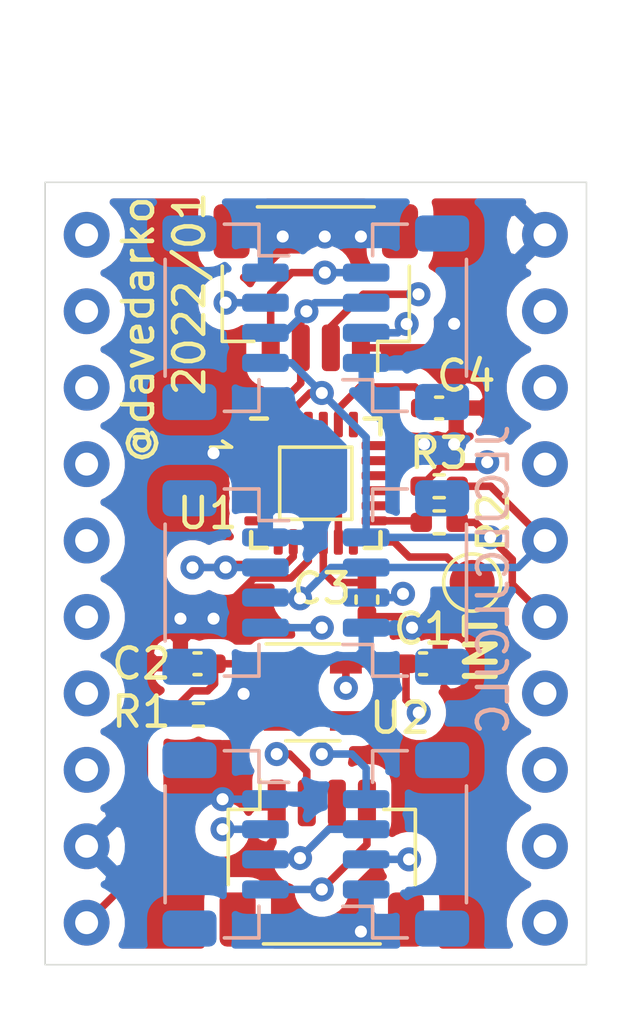
<source format=kicad_pcb>
(kicad_pcb (version 20171130) (host pcbnew "(5.1.9-0-10_14)")

  (general
    (thickness 1)
    (drawings 10)
    (tracks 177)
    (zones 0)
    (modules 20)
    (nets 28)
  )

  (page A4)
  (layers
    (0 F.Cu signal)
    (1 In1.Cu signal)
    (2 In2.Cu signal)
    (31 B.Cu signal)
    (32 B.Adhes user)
    (33 F.Adhes user)
    (34 B.Paste user)
    (35 F.Paste user)
    (36 B.SilkS user)
    (37 F.SilkS user)
    (38 B.Mask user)
    (39 F.Mask user)
    (40 Dwgs.User user)
    (41 Cmts.User user)
    (42 Eco1.User user)
    (43 Eco2.User user)
    (44 Edge.Cuts user)
    (45 Margin user)
    (46 B.CrtYd user)
    (47 F.CrtYd user)
    (48 B.Fab user)
    (49 F.Fab user)
  )

  (setup
    (last_trace_width 0.25)
    (trace_clearance 0.2)
    (zone_clearance 0.508)
    (zone_45_only no)
    (trace_min 0.2)
    (via_size 0.8)
    (via_drill 0.4)
    (via_min_size 0.4)
    (via_min_drill 0.3)
    (uvia_size 0.3)
    (uvia_drill 0.1)
    (uvias_allowed no)
    (uvia_min_size 0.2)
    (uvia_min_drill 0.1)
    (edge_width 0.05)
    (segment_width 0.2)
    (pcb_text_width 0.3)
    (pcb_text_size 1.5 1.5)
    (mod_edge_width 0.12)
    (mod_text_size 1 1)
    (mod_text_width 0.15)
    (pad_size 1.5 1.5)
    (pad_drill 0)
    (pad_to_mask_clearance 0)
    (aux_axis_origin 0 0)
    (visible_elements FFFFFF7F)
    (pcbplotparams
      (layerselection 0x010fc_ffffffff)
      (usegerberextensions false)
      (usegerberattributes true)
      (usegerberadvancedattributes true)
      (creategerberjobfile true)
      (excludeedgelayer true)
      (linewidth 0.100000)
      (plotframeref false)
      (viasonmask false)
      (mode 1)
      (useauxorigin false)
      (hpglpennumber 1)
      (hpglpenspeed 20)
      (hpglpendiameter 15.000000)
      (psnegative false)
      (psa4output false)
      (plotreference true)
      (plotvalue true)
      (plotinvisibletext false)
      (padsonsilk false)
      (subtractmaskfromsilk false)
      (outputformat 1)
      (mirror false)
      (drillshape 0)
      (scaleselection 1)
      (outputdirectory "gerbers/"))
  )

  (net 0 "")
  (net 1 "Net-(J7-Pad18)")
  (net 2 "Net-(J7-Pad17)")
  (net 3 "Net-(J7-Pad14)")
  (net 4 "Net-(J7-Pad13)")
  (net 5 "Net-(J7-Pad12)")
  (net 6 "Net-(J7-Pad11)")
  (net 7 "Net-(J7-Pad8)")
  (net 8 "Net-(J7-Pad7)")
  (net 9 "Net-(J7-Pad6)")
  (net 10 "Net-(J7-Pad5)")
  (net 11 "Net-(J7-Pad4)")
  (net 12 "Net-(J7-Pad3)")
  (net 13 "Net-(J7-Pad2)")
  (net 14 "Net-(J7-Pad1)")
  (net 15 "Net-(U1-Pad7)")
  (net 16 "Net-(U1-Pad6)")
  (net 17 GND)
  (net 18 SCL)
  (net 19 SDA)
  (net 20 VCC)
  (net 21 "Net-(C2-Pad1)")
  (net 22 "Net-(C3-Pad1)")
  (net 23 "Net-(C4-Pad1)")
  (net 24 "Net-(R1-Pad1)")
  (net 25 "Net-(U2-Pad4)")
  (net 26 "Net-(TP1-Pad1)")
  (net 27 "Net-(J7-Pad19)")

  (net_class Default "This is the default net class."
    (clearance 0.2)
    (trace_width 0.25)
    (via_dia 0.8)
    (via_drill 0.4)
    (uvia_dia 0.3)
    (uvia_drill 0.1)
    (add_net GND)
    (add_net "Net-(C2-Pad1)")
    (add_net "Net-(C3-Pad1)")
    (add_net "Net-(C4-Pad1)")
    (add_net "Net-(J7-Pad1)")
    (add_net "Net-(J7-Pad11)")
    (add_net "Net-(J7-Pad12)")
    (add_net "Net-(J7-Pad13)")
    (add_net "Net-(J7-Pad14)")
    (add_net "Net-(J7-Pad17)")
    (add_net "Net-(J7-Pad18)")
    (add_net "Net-(J7-Pad19)")
    (add_net "Net-(J7-Pad2)")
    (add_net "Net-(J7-Pad3)")
    (add_net "Net-(J7-Pad4)")
    (add_net "Net-(J7-Pad5)")
    (add_net "Net-(J7-Pad6)")
    (add_net "Net-(J7-Pad7)")
    (add_net "Net-(J7-Pad8)")
    (add_net "Net-(R1-Pad1)")
    (add_net "Net-(TP1-Pad1)")
    (add_net "Net-(U1-Pad6)")
    (add_net "Net-(U1-Pad7)")
    (add_net "Net-(U2-Pad4)")
    (add_net SCL)
    (add_net SDA)
    (add_net VCC)
  )

  (module Resistor_SMD:R_0402_1005Metric_Pad0.72x0.64mm_HandSolder (layer F.Cu) (tedit 5F6BB9E0) (tstamp 61FE2890)
    (at 13.1025 16.1)
    (descr "Resistor SMD 0402 (1005 Metric), square (rectangular) end terminal, IPC_7351 nominal with elongated pad for handsoldering. (Body size source: IPC-SM-782 page 72, https://www.pcb-3d.com/wordpress/wp-content/uploads/ipc-sm-782a_amendment_1_and_2.pdf), generated with kicad-footprint-generator")
    (tags "resistor handsolder")
    (path /61FEB55C)
    (attr smd)
    (fp_text reference R3 (at -0.0025 -1.1 180) (layer F.SilkS)
      (effects (font (size 1 1) (thickness 0.15)))
    )
    (fp_text value R (at 0 1.17) (layer F.Fab) hide
      (effects (font (size 1 1) (thickness 0.15)))
    )
    (fp_text user %R (at 0 0) (layer F.Fab) hide
      (effects (font (size 0.26 0.26) (thickness 0.04)))
    )
    (fp_line (start -0.525 0.27) (end -0.525 -0.27) (layer F.Fab) (width 0.1))
    (fp_line (start -0.525 -0.27) (end 0.525 -0.27) (layer F.Fab) (width 0.1))
    (fp_line (start 0.525 -0.27) (end 0.525 0.27) (layer F.Fab) (width 0.1))
    (fp_line (start 0.525 0.27) (end -0.525 0.27) (layer F.Fab) (width 0.1))
    (fp_line (start -0.167621 -0.38) (end 0.167621 -0.38) (layer F.SilkS) (width 0.12))
    (fp_line (start -0.167621 0.38) (end 0.167621 0.38) (layer F.SilkS) (width 0.12))
    (fp_line (start -1.1 0.47) (end -1.1 -0.47) (layer F.CrtYd) (width 0.05))
    (fp_line (start -1.1 -0.47) (end 1.1 -0.47) (layer F.CrtYd) (width 0.05))
    (fp_line (start 1.1 -0.47) (end 1.1 0.47) (layer F.CrtYd) (width 0.05))
    (fp_line (start 1.1 0.47) (end -1.1 0.47) (layer F.CrtYd) (width 0.05))
    (pad 2 smd roundrect (at 0.5975 0) (size 0.715 0.64) (layers F.Cu F.Paste F.Mask) (roundrect_rratio 0.25)
      (net 19 SDA))
    (pad 1 smd roundrect (at -0.5975 0) (size 0.715 0.64) (layers F.Cu F.Paste F.Mask) (roundrect_rratio 0.25)
      (net 20 VCC))
    (model ${KISYS3DMOD}/Resistor_SMD.3dshapes/R_0402_1005Metric.wrl
      (at (xyz 0 0 0))
      (scale (xyz 1 1 1))
      (rotate (xyz 0 0 0))
    )
  )

  (module Resistor_SMD:R_0402_1005Metric_Pad0.72x0.64mm_HandSolder (layer F.Cu) (tedit 5F6BB9E0) (tstamp 61FE2F0C)
    (at 13.1025 17.3)
    (descr "Resistor SMD 0402 (1005 Metric), square (rectangular) end terminal, IPC_7351 nominal with elongated pad for handsoldering. (Body size source: IPC-SM-782 page 72, https://www.pcb-3d.com/wordpress/wp-content/uploads/ipc-sm-782a_amendment_1_and_2.pdf), generated with kicad-footprint-generator")
    (tags "resistor handsolder")
    (path /61FEA3EA)
    (attr smd)
    (fp_text reference R2 (at 1.7975 0 90) (layer F.SilkS)
      (effects (font (size 1 1) (thickness 0.15)))
    )
    (fp_text value R (at 0 1.17) (layer F.Fab) hide
      (effects (font (size 1 1) (thickness 0.15)))
    )
    (fp_text user %R (at 0 0) (layer F.Fab) hide
      (effects (font (size 0.26 0.26) (thickness 0.04)))
    )
    (fp_line (start -0.525 0.27) (end -0.525 -0.27) (layer F.Fab) (width 0.1))
    (fp_line (start -0.525 -0.27) (end 0.525 -0.27) (layer F.Fab) (width 0.1))
    (fp_line (start 0.525 -0.27) (end 0.525 0.27) (layer F.Fab) (width 0.1))
    (fp_line (start 0.525 0.27) (end -0.525 0.27) (layer F.Fab) (width 0.1))
    (fp_line (start -0.167621 -0.38) (end 0.167621 -0.38) (layer F.SilkS) (width 0.12))
    (fp_line (start -0.167621 0.38) (end 0.167621 0.38) (layer F.SilkS) (width 0.12))
    (fp_line (start -1.1 0.47) (end -1.1 -0.47) (layer F.CrtYd) (width 0.05))
    (fp_line (start -1.1 -0.47) (end 1.1 -0.47) (layer F.CrtYd) (width 0.05))
    (fp_line (start 1.1 -0.47) (end 1.1 0.47) (layer F.CrtYd) (width 0.05))
    (fp_line (start 1.1 0.47) (end -1.1 0.47) (layer F.CrtYd) (width 0.05))
    (pad 2 smd roundrect (at 0.5975 0) (size 0.715 0.64) (layers F.Cu F.Paste F.Mask) (roundrect_rratio 0.25)
      (net 18 SCL))
    (pad 1 smd roundrect (at -0.5975 0) (size 0.715 0.64) (layers F.Cu F.Paste F.Mask) (roundrect_rratio 0.25)
      (net 20 VCC))
    (model ${KISYS3DMOD}/Resistor_SMD.3dshapes/R_0402_1005Metric.wrl
      (at (xyz 0 0 0))
      (scale (xyz 1 1 1))
      (rotate (xyz 0 0 0))
    )
  )

  (module TestPoint:TestPoint_Pad_2.0x2.0mm (layer F.Cu) (tedit 61FDB098) (tstamp 61FDB7A6)
    (at 9 16)
    (descr "SMD rectangular pad as test Point, square 2.0mm side length")
    (tags "test point SMD pad rectangle square")
    (path /61FE1BCA)
    (attr virtual)
    (fp_text reference TP2 (at 0 -1.998) (layer F.SilkS) hide
      (effects (font (size 1 1) (thickness 0.15)))
    )
    (fp_text value TestPoint (at 0 2.05) (layer F.Fab) hide
      (effects (font (size 1 1) (thickness 0.15)))
    )
    (fp_text user %R (at 0 -2) (layer F.Fab) hide
      (effects (font (size 1 1) (thickness 0.15)))
    )
    (fp_line (start -1.2 -1.2) (end 1.2 -1.2) (layer F.SilkS) (width 0.12))
    (fp_line (start 1.2 -1.2) (end 1.2 1.2) (layer F.SilkS) (width 0.12))
    (fp_line (start 1.2 1.2) (end -1.2 1.2) (layer F.SilkS) (width 0.12))
    (fp_line (start -1.2 1.2) (end -1.2 -1.2) (layer F.SilkS) (width 0.12))
    (fp_line (start -1.5 -1.5) (end 1.5 -1.5) (layer F.CrtYd) (width 0.05))
    (fp_line (start -1.5 -1.5) (end -1.5 1.5) (layer F.CrtYd) (width 0.05))
    (fp_line (start 1.5 1.5) (end 1.5 -1.5) (layer F.CrtYd) (width 0.05))
    (fp_line (start 1.5 1.5) (end -1.5 1.5) (layer F.CrtYd) (width 0.05))
    (pad 1 smd rect (at 0 0) (size 1.5 1.5) (layers F.Cu B.Paste F.Mask)
      (net 17 GND))
  )

  (module Capacitor_SMD:C_0402_1005Metric_Pad0.74x0.62mm_HandSolder (layer F.Cu) (tedit 5F6BB22C) (tstamp 61DA5206)
    (at 13.1 13.5)
    (descr "Capacitor SMD 0402 (1005 Metric), square (rectangular) end terminal, IPC_7351 nominal with elongated pad for handsoldering. (Body size source: IPC-SM-782 page 76, https://www.pcb-3d.com/wordpress/wp-content/uploads/ipc-sm-782a_amendment_1_and_2.pdf), generated with kicad-footprint-generator")
    (tags "capacitor handsolder")
    (path /61DF678E)
    (attr smd)
    (fp_text reference C4 (at 0.9 -1.0675) (layer F.SilkS)
      (effects (font (size 1 1) (thickness 0.15)))
    )
    (fp_text value C (at 0 1.16) (layer F.Fab) hide
      (effects (font (size 1 1) (thickness 0.15)))
    )
    (fp_line (start -0.5 0.25) (end -0.5 -0.25) (layer F.Fab) (width 0.1))
    (fp_line (start -0.5 -0.25) (end 0.5 -0.25) (layer F.Fab) (width 0.1))
    (fp_line (start 0.5 -0.25) (end 0.5 0.25) (layer F.Fab) (width 0.1))
    (fp_line (start 0.5 0.25) (end -0.5 0.25) (layer F.Fab) (width 0.1))
    (fp_line (start -0.115835 -0.36) (end 0.115835 -0.36) (layer F.SilkS) (width 0.12))
    (fp_line (start -0.115835 0.36) (end 0.115835 0.36) (layer F.SilkS) (width 0.12))
    (fp_line (start -1.08 0.46) (end -1.08 -0.46) (layer F.CrtYd) (width 0.05))
    (fp_line (start -1.08 -0.46) (end 1.08 -0.46) (layer F.CrtYd) (width 0.05))
    (fp_line (start 1.08 -0.46) (end 1.08 0.46) (layer F.CrtYd) (width 0.05))
    (fp_line (start 1.08 0.46) (end -1.08 0.46) (layer F.CrtYd) (width 0.05))
    (fp_text user %R (at 0 0) (layer F.Fab) hide
      (effects (font (size 0.25 0.25) (thickness 0.04)))
    )
    (pad 2 smd roundrect (at 0.5675 0) (size 0.735 0.62) (layers F.Cu F.Paste F.Mask) (roundrect_rratio 0.25)
      (net 17 GND))
    (pad 1 smd roundrect (at -0.5675 0) (size 0.735 0.62) (layers F.Cu F.Paste F.Mask) (roundrect_rratio 0.25)
      (net 23 "Net-(C4-Pad1)"))
    (model ${KISYS3DMOD}/Capacitor_SMD.3dshapes/C_0402_1005Metric.wrl
      (at (xyz 0 0 0))
      (scale (xyz 1 1 1))
      (rotate (xyz 0 0 0))
    )
  )

  (module TestPoint:TestPoint_Pad_D1.5mm (layer F.Cu) (tedit 5A0F774F) (tstamp 61E0DE27)
    (at 14.2 19.3)
    (descr "SMD pad as test Point, diameter 1.5mm")
    (tags "test point SMD pad")
    (path /61E0C7BF)
    (attr virtual)
    (fp_text reference TP1 (at 0 -1.648) (layer F.SilkS) hide
      (effects (font (size 1 1) (thickness 0.15)))
    )
    (fp_text value TestPoint (at 0 1.75) (layer F.Fab) hide
      (effects (font (size 1 1) (thickness 0.15)))
    )
    (fp_circle (center 0 0) (end 0 0.95) (layer F.SilkS) (width 0.12))
    (fp_circle (center 0 0) (end 1.25 0) (layer F.CrtYd) (width 0.05))
    (fp_text user %R (at 0 -1.65) (layer F.Fab) hide
      (effects (font (size 1 1) (thickness 0.15)))
    )
    (pad 1 smd circle (at 0 0) (size 1.5 1.5) (layers F.Cu F.Mask)
      (net 26 "Net-(TP1-Pad1)"))
  )

  (module Connector_JST:JST_SH_SM04B-SRSS-TB_1x04-1MP_P1.00mm_Horizontal (layer F.Cu) (tedit 5B78AD87) (tstamp 61DA216A)
    (at 9.2 28.625)
    (descr "JST SH series connector, SM04B-SRSS-TB (http://www.jst-mfg.com/product/pdf/eng/eSH.pdf), generated with kicad-footprint-generator")
    (tags "connector JST SH top entry")
    (path /61DC9280)
    (attr smd)
    (fp_text reference J8 (at 0 -3.98) (layer F.SilkS) hide
      (effects (font (size 1 1) (thickness 0.15)))
    )
    (fp_text value Conn_01x04_Male (at 0 3.98) (layer F.Fab) hide
      (effects (font (size 1 1) (thickness 0.15)))
    )
    (fp_line (start -3 -1.675) (end 3 -1.675) (layer F.Fab) (width 0.1))
    (fp_line (start -3.11 0.715) (end -3.11 -1.785) (layer F.SilkS) (width 0.12))
    (fp_line (start -3.11 -1.785) (end -2.06 -1.785) (layer F.SilkS) (width 0.12))
    (fp_line (start -2.06 -1.785) (end -2.06 -2.775) (layer F.SilkS) (width 0.12))
    (fp_line (start 3.11 0.715) (end 3.11 -1.785) (layer F.SilkS) (width 0.12))
    (fp_line (start 3.11 -1.785) (end 2.06 -1.785) (layer F.SilkS) (width 0.12))
    (fp_line (start -1.94 2.685) (end 1.94 2.685) (layer F.SilkS) (width 0.12))
    (fp_line (start -3 2.575) (end 3 2.575) (layer F.Fab) (width 0.1))
    (fp_line (start -3 -1.675) (end -3 2.575) (layer F.Fab) (width 0.1))
    (fp_line (start 3 -1.675) (end 3 2.575) (layer F.Fab) (width 0.1))
    (fp_line (start -3.9 -3.28) (end -3.9 3.28) (layer F.CrtYd) (width 0.05))
    (fp_line (start -3.9 3.28) (end 3.9 3.28) (layer F.CrtYd) (width 0.05))
    (fp_line (start 3.9 3.28) (end 3.9 -3.28) (layer F.CrtYd) (width 0.05))
    (fp_line (start 3.9 -3.28) (end -3.9 -3.28) (layer F.CrtYd) (width 0.05))
    (fp_line (start -2 -1.675) (end -1.5 -0.967893) (layer F.Fab) (width 0.1))
    (fp_line (start -1.5 -0.967893) (end -1 -1.675) (layer F.Fab) (width 0.1))
    (fp_text user %R (at 0 0) (layer F.Fab) hide
      (effects (font (size 1 1) (thickness 0.15)))
    )
    (pad MP smd roundrect (at 2.8 1.875) (size 1.2 1.8) (layers F.Cu F.Paste F.Mask) (roundrect_rratio 0.2083325))
    (pad MP smd roundrect (at -2.8 1.875) (size 1.2 1.8) (layers F.Cu F.Paste F.Mask) (roundrect_rratio 0.2083325))
    (pad 4 smd roundrect (at 1.5 -2) (size 0.6 1.55) (layers F.Cu F.Paste F.Mask) (roundrect_rratio 0.25)
      (net 18 SCL))
    (pad 3 smd roundrect (at 0.5 -2) (size 0.6 1.55) (layers F.Cu F.Paste F.Mask) (roundrect_rratio 0.25)
      (net 19 SDA))
    (pad 2 smd roundrect (at -0.5 -2) (size 0.6 1.55) (layers F.Cu F.Paste F.Mask) (roundrect_rratio 0.25)
      (net 20 VCC))
    (pad 1 smd roundrect (at -1.5 -2) (size 0.6 1.55) (layers F.Cu F.Paste F.Mask) (roundrect_rratio 0.25)
      (net 17 GND))
    (model ${KISYS3DMOD}/Connector_JST.3dshapes/JST_SH_SM04B-SRSS-TB_1x04-1MP_P1.00mm_Horizontal.wrl
      (at (xyz 0 0 0))
      (scale (xyz 1 1 1))
      (rotate (xyz 0 0 0))
    )
  )

  (module Package_TO_SOT_SMD:SOT-23-5 (layer F.Cu) (tedit 5A02FF57) (tstamp 61DA519E)
    (at 8.9 22.95)
    (descr "5-pin SOT23 package")
    (tags SOT-23-5)
    (path /61DE6841)
    (attr smd)
    (fp_text reference U2 (at 2.9 0.85) (layer F.SilkS)
      (effects (font (size 1 1) (thickness 0.15)))
    )
    (fp_text value AP2112K-3.3 (at 0 2.9) (layer F.Fab) hide
      (effects (font (size 1 1) (thickness 0.15)))
    )
    (fp_line (start -0.9 1.61) (end 0.9 1.61) (layer F.SilkS) (width 0.12))
    (fp_line (start 0.9 -1.61) (end -1.55 -1.61) (layer F.SilkS) (width 0.12))
    (fp_line (start -1.9 -1.8) (end 1.9 -1.8) (layer F.CrtYd) (width 0.05))
    (fp_line (start 1.9 -1.8) (end 1.9 1.8) (layer F.CrtYd) (width 0.05))
    (fp_line (start 1.9 1.8) (end -1.9 1.8) (layer F.CrtYd) (width 0.05))
    (fp_line (start -1.9 1.8) (end -1.9 -1.8) (layer F.CrtYd) (width 0.05))
    (fp_line (start -0.9 -0.9) (end -0.25 -1.55) (layer F.Fab) (width 0.1))
    (fp_line (start 0.9 -1.55) (end -0.25 -1.55) (layer F.Fab) (width 0.1))
    (fp_line (start -0.9 -0.9) (end -0.9 1.55) (layer F.Fab) (width 0.1))
    (fp_line (start 0.9 1.55) (end -0.9 1.55) (layer F.Fab) (width 0.1))
    (fp_line (start 0.9 -1.55) (end 0.9 1.55) (layer F.Fab) (width 0.1))
    (fp_text user %R (at 0 0 90) (layer F.Fab) hide
      (effects (font (size 0.5 0.5) (thickness 0.075)))
    )
    (pad 5 smd rect (at 1.1 -0.95) (size 1.06 0.65) (layers F.Cu F.Paste F.Mask)
      (net 20 VCC))
    (pad 4 smd rect (at 1.1 0.95) (size 1.06 0.65) (layers F.Cu F.Paste F.Mask)
      (net 25 "Net-(U2-Pad4)"))
    (pad 3 smd rect (at -1.1 0.95) (size 1.06 0.65) (layers F.Cu F.Paste F.Mask)
      (net 24 "Net-(R1-Pad1)"))
    (pad 2 smd rect (at -1.1 0) (size 1.06 0.65) (layers F.Cu F.Paste F.Mask)
      (net 17 GND))
    (pad 1 smd rect (at -1.1 -0.95) (size 1.06 0.65) (layers F.Cu F.Paste F.Mask)
      (net 21 "Net-(C2-Pad1)"))
    (model ${KISYS3DMOD}/Package_TO_SOT_SMD.3dshapes/SOT-23-5.wrl
      (at (xyz 0 0 0))
      (scale (xyz 1 1 1))
      (rotate (xyz 0 0 0))
    )
  )

  (module Resistor_SMD:R_0402_1005Metric_Pad0.72x0.64mm_HandSolder (layer F.Cu) (tedit 5F6BB9E0) (tstamp 61DA5296)
    (at 5.0975 23.695 180)
    (descr "Resistor SMD 0402 (1005 Metric), square (rectangular) end terminal, IPC_7351 nominal with elongated pad for handsoldering. (Body size source: IPC-SM-782 page 72, https://www.pcb-3d.com/wordpress/wp-content/uploads/ipc-sm-782a_amendment_1_and_2.pdf), generated with kicad-footprint-generator")
    (tags "resistor handsolder")
    (path /61DF1FE4)
    (attr smd)
    (fp_text reference R1 (at 1.8975 0.095) (layer F.SilkS)
      (effects (font (size 1 1) (thickness 0.15)))
    )
    (fp_text value R (at 0 1.17) (layer F.Fab)
      (effects (font (size 1 1) (thickness 0.15)))
    )
    (fp_line (start -0.525 0.27) (end -0.525 -0.27) (layer F.Fab) (width 0.1))
    (fp_line (start -0.525 -0.27) (end 0.525 -0.27) (layer F.Fab) (width 0.1))
    (fp_line (start 0.525 -0.27) (end 0.525 0.27) (layer F.Fab) (width 0.1))
    (fp_line (start 0.525 0.27) (end -0.525 0.27) (layer F.Fab) (width 0.1))
    (fp_line (start -0.167621 -0.38) (end 0.167621 -0.38) (layer F.SilkS) (width 0.12))
    (fp_line (start -0.167621 0.38) (end 0.167621 0.38) (layer F.SilkS) (width 0.12))
    (fp_line (start -1.1 0.47) (end -1.1 -0.47) (layer F.CrtYd) (width 0.05))
    (fp_line (start -1.1 -0.47) (end 1.1 -0.47) (layer F.CrtYd) (width 0.05))
    (fp_line (start 1.1 -0.47) (end 1.1 0.47) (layer F.CrtYd) (width 0.05))
    (fp_line (start 1.1 0.47) (end -1.1 0.47) (layer F.CrtYd) (width 0.05))
    (fp_text user %R (at 0 0) (layer F.Fab)
      (effects (font (size 0.26 0.26) (thickness 0.04)))
    )
    (pad 2 smd roundrect (at 0.5975 0 180) (size 0.715 0.64) (layers F.Cu F.Paste F.Mask) (roundrect_rratio 0.25)
      (net 21 "Net-(C2-Pad1)"))
    (pad 1 smd roundrect (at -0.5975 0 180) (size 0.715 0.64) (layers F.Cu F.Paste F.Mask) (roundrect_rratio 0.25)
      (net 24 "Net-(R1-Pad1)"))
    (model ${KISYS3DMOD}/Resistor_SMD.3dshapes/R_0402_1005Metric.wrl
      (at (xyz 0 0 0))
      (scale (xyz 1 1 1))
      (rotate (xyz 0 0 0))
    )
  )

  (module Capacitor_SMD:C_0402_1005Metric_Pad0.74x0.62mm_HandSolder (layer F.Cu) (tedit 5F6BB22C) (tstamp 61DA5236)
    (at 10.7 19.8675 270)
    (descr "Capacitor SMD 0402 (1005 Metric), square (rectangular) end terminal, IPC_7351 nominal with elongated pad for handsoldering. (Body size source: IPC-SM-782 page 76, https://www.pcb-3d.com/wordpress/wp-content/uploads/ipc-sm-782a_amendment_1_and_2.pdf), generated with kicad-footprint-generator")
    (tags "capacitor handsolder")
    (path /61DF6087)
    (attr smd)
    (fp_text reference C3 (at -0.3675 1.5) (layer F.SilkS)
      (effects (font (size 1 1) (thickness 0.15)))
    )
    (fp_text value C (at 0 1.16 90) (layer F.Fab) hide
      (effects (font (size 1 1) (thickness 0.15)))
    )
    (fp_line (start -0.5 0.25) (end -0.5 -0.25) (layer F.Fab) (width 0.1))
    (fp_line (start -0.5 -0.25) (end 0.5 -0.25) (layer F.Fab) (width 0.1))
    (fp_line (start 0.5 -0.25) (end 0.5 0.25) (layer F.Fab) (width 0.1))
    (fp_line (start 0.5 0.25) (end -0.5 0.25) (layer F.Fab) (width 0.1))
    (fp_line (start -0.115835 -0.36) (end 0.115835 -0.36) (layer F.SilkS) (width 0.12))
    (fp_line (start -0.115835 0.36) (end 0.115835 0.36) (layer F.SilkS) (width 0.12))
    (fp_line (start -1.08 0.46) (end -1.08 -0.46) (layer F.CrtYd) (width 0.05))
    (fp_line (start -1.08 -0.46) (end 1.08 -0.46) (layer F.CrtYd) (width 0.05))
    (fp_line (start 1.08 -0.46) (end 1.08 0.46) (layer F.CrtYd) (width 0.05))
    (fp_line (start 1.08 0.46) (end -1.08 0.46) (layer F.CrtYd) (width 0.05))
    (fp_text user %R (at 0 0 90) (layer F.Fab) hide
      (effects (font (size 0.25 0.25) (thickness 0.04)))
    )
    (pad 2 smd roundrect (at 0.5675 0 270) (size 0.735 0.62) (layers F.Cu F.Paste F.Mask) (roundrect_rratio 0.25)
      (net 17 GND))
    (pad 1 smd roundrect (at -0.5675 0 270) (size 0.735 0.62) (layers F.Cu F.Paste F.Mask) (roundrect_rratio 0.25)
      (net 22 "Net-(C3-Pad1)"))
    (model ${KISYS3DMOD}/Capacitor_SMD.3dshapes/C_0402_1005Metric.wrl
      (at (xyz 0 0 0))
      (scale (xyz 1 1 1))
      (rotate (xyz 0 0 0))
    )
  )

  (module Capacitor_SMD:C_0402_1005Metric_Pad0.74x0.62mm_HandSolder (layer F.Cu) (tedit 5F6BB22C) (tstamp 61DA5266)
    (at 5.0675 22 180)
    (descr "Capacitor SMD 0402 (1005 Metric), square (rectangular) end terminal, IPC_7351 nominal with elongated pad for handsoldering. (Body size source: IPC-SM-782 page 76, https://www.pcb-3d.com/wordpress/wp-content/uploads/ipc-sm-782a_amendment_1_and_2.pdf), generated with kicad-footprint-generator")
    (tags "capacitor handsolder")
    (path /61DF59B1)
    (attr smd)
    (fp_text reference C2 (at 1.8675 0) (layer F.SilkS)
      (effects (font (size 1 1) (thickness 0.15)))
    )
    (fp_text value C (at 0 1.16) (layer F.Fab)
      (effects (font (size 1 1) (thickness 0.15)))
    )
    (fp_line (start -0.5 0.25) (end -0.5 -0.25) (layer F.Fab) (width 0.1))
    (fp_line (start -0.5 -0.25) (end 0.5 -0.25) (layer F.Fab) (width 0.1))
    (fp_line (start 0.5 -0.25) (end 0.5 0.25) (layer F.Fab) (width 0.1))
    (fp_line (start 0.5 0.25) (end -0.5 0.25) (layer F.Fab) (width 0.1))
    (fp_line (start -0.115835 -0.36) (end 0.115835 -0.36) (layer F.SilkS) (width 0.12))
    (fp_line (start -0.115835 0.36) (end 0.115835 0.36) (layer F.SilkS) (width 0.12))
    (fp_line (start -1.08 0.46) (end -1.08 -0.46) (layer F.CrtYd) (width 0.05))
    (fp_line (start -1.08 -0.46) (end 1.08 -0.46) (layer F.CrtYd) (width 0.05))
    (fp_line (start 1.08 -0.46) (end 1.08 0.46) (layer F.CrtYd) (width 0.05))
    (fp_line (start 1.08 0.46) (end -1.08 0.46) (layer F.CrtYd) (width 0.05))
    (fp_text user %R (at 0 0) (layer F.Fab)
      (effects (font (size 0.25 0.25) (thickness 0.04)))
    )
    (pad 2 smd roundrect (at 0.5675 0 180) (size 0.735 0.62) (layers F.Cu F.Paste F.Mask) (roundrect_rratio 0.25)
      (net 17 GND))
    (pad 1 smd roundrect (at -0.5675 0 180) (size 0.735 0.62) (layers F.Cu F.Paste F.Mask) (roundrect_rratio 0.25)
      (net 21 "Net-(C2-Pad1)"))
    (model ${KISYS3DMOD}/Capacitor_SMD.3dshapes/C_0402_1005Metric.wrl
      (at (xyz 0 0 0))
      (scale (xyz 1 1 1))
      (rotate (xyz 0 0 0))
    )
  )

  (module Capacitor_SMD:C_0402_1005Metric_Pad0.74x0.62mm_HandSolder (layer F.Cu) (tedit 5F6BB22C) (tstamp 61DA51D6)
    (at 12.5675 22)
    (descr "Capacitor SMD 0402 (1005 Metric), square (rectangular) end terminal, IPC_7351 nominal with elongated pad for handsoldering. (Body size source: IPC-SM-782 page 76, https://www.pcb-3d.com/wordpress/wp-content/uploads/ipc-sm-782a_amendment_1_and_2.pdf), generated with kicad-footprint-generator")
    (tags "capacitor handsolder")
    (path /61DF4E9E)
    (attr smd)
    (fp_text reference C1 (at 0 -1.16) (layer F.SilkS)
      (effects (font (size 1 1) (thickness 0.15)))
    )
    (fp_text value C (at 0 1.16) (layer F.Fab)
      (effects (font (size 1 1) (thickness 0.15)))
    )
    (fp_line (start -0.5 0.25) (end -0.5 -0.25) (layer F.Fab) (width 0.1))
    (fp_line (start -0.5 -0.25) (end 0.5 -0.25) (layer F.Fab) (width 0.1))
    (fp_line (start 0.5 -0.25) (end 0.5 0.25) (layer F.Fab) (width 0.1))
    (fp_line (start 0.5 0.25) (end -0.5 0.25) (layer F.Fab) (width 0.1))
    (fp_line (start -0.115835 -0.36) (end 0.115835 -0.36) (layer F.SilkS) (width 0.12))
    (fp_line (start -0.115835 0.36) (end 0.115835 0.36) (layer F.SilkS) (width 0.12))
    (fp_line (start -1.08 0.46) (end -1.08 -0.46) (layer F.CrtYd) (width 0.05))
    (fp_line (start -1.08 -0.46) (end 1.08 -0.46) (layer F.CrtYd) (width 0.05))
    (fp_line (start 1.08 -0.46) (end 1.08 0.46) (layer F.CrtYd) (width 0.05))
    (fp_line (start 1.08 0.46) (end -1.08 0.46) (layer F.CrtYd) (width 0.05))
    (fp_text user %R (at 0 0) (layer F.Fab)
      (effects (font (size 0.25 0.25) (thickness 0.04)))
    )
    (pad 2 smd roundrect (at 0.5675 0) (size 0.735 0.62) (layers F.Cu F.Paste F.Mask) (roundrect_rratio 0.25)
      (net 17 GND))
    (pad 1 smd roundrect (at -0.5675 0) (size 0.735 0.62) (layers F.Cu F.Paste F.Mask) (roundrect_rratio 0.25)
      (net 20 VCC))
    (model ${KISYS3DMOD}/Capacitor_SMD.3dshapes/C_0402_1005Metric.wrl
      (at (xyz 0 0 0))
      (scale (xyz 1 1 1))
      (rotate (xyz 0 0 0))
    )
  )

  (module Connector_JST:JST_SH_SM04B-SRSS-TB_1x04-1MP_P1.00mm_Horizontal (layer F.Cu) (tedit 5B78AD87) (tstamp 61DA39D9)
    (at 9 9.5 180)
    (descr "JST SH series connector, SM04B-SRSS-TB (http://www.jst-mfg.com/product/pdf/eng/eSH.pdf), generated with kicad-footprint-generator")
    (tags "connector JST SH top entry")
    (path /61DD95F4)
    (attr smd)
    (fp_text reference J9 (at 0 -3.98) (layer F.SilkS) hide
      (effects (font (size 1 1) (thickness 0.15)))
    )
    (fp_text value Conn_01x04_Male (at 0 3.98) (layer F.Fab) hide
      (effects (font (size 1 1) (thickness 0.15)))
    )
    (fp_line (start -3 -1.675) (end 3 -1.675) (layer F.Fab) (width 0.1))
    (fp_line (start -3.11 0.715) (end -3.11 -1.785) (layer F.SilkS) (width 0.12))
    (fp_line (start -3.11 -1.785) (end -2.06 -1.785) (layer F.SilkS) (width 0.12))
    (fp_line (start -2.06 -1.785) (end -2.06 -2.775) (layer F.SilkS) (width 0.12))
    (fp_line (start 3.11 0.715) (end 3.11 -1.785) (layer F.SilkS) (width 0.12))
    (fp_line (start 3.11 -1.785) (end 2.06 -1.785) (layer F.SilkS) (width 0.12))
    (fp_line (start -1.94 2.685) (end 1.94 2.685) (layer F.SilkS) (width 0.12))
    (fp_line (start -3 2.575) (end 3 2.575) (layer F.Fab) (width 0.1))
    (fp_line (start -3 -1.675) (end -3 2.575) (layer F.Fab) (width 0.1))
    (fp_line (start 3 -1.675) (end 3 2.575) (layer F.Fab) (width 0.1))
    (fp_line (start -3.9 -3.28) (end -3.9 3.28) (layer F.CrtYd) (width 0.05))
    (fp_line (start -3.9 3.28) (end 3.9 3.28) (layer F.CrtYd) (width 0.05))
    (fp_line (start 3.9 3.28) (end 3.9 -3.28) (layer F.CrtYd) (width 0.05))
    (fp_line (start 3.9 -3.28) (end -3.9 -3.28) (layer F.CrtYd) (width 0.05))
    (fp_line (start -2 -1.675) (end -1.5 -0.967893) (layer F.Fab) (width 0.1))
    (fp_line (start -1.5 -0.967893) (end -1 -1.675) (layer F.Fab) (width 0.1))
    (fp_text user %R (at 0 0) (layer F.Fab) hide
      (effects (font (size 1 1) (thickness 0.15)))
    )
    (pad MP smd roundrect (at 2.8 1.875 180) (size 1.2 1.8) (layers F.Cu F.Paste F.Mask) (roundrect_rratio 0.2083325))
    (pad MP smd roundrect (at -2.8 1.875 180) (size 1.2 1.8) (layers F.Cu F.Paste F.Mask) (roundrect_rratio 0.2083325))
    (pad 4 smd roundrect (at 1.5 -2 180) (size 0.6 1.55) (layers F.Cu F.Paste F.Mask) (roundrect_rratio 0.25)
      (net 18 SCL))
    (pad 3 smd roundrect (at 0.5 -2 180) (size 0.6 1.55) (layers F.Cu F.Paste F.Mask) (roundrect_rratio 0.25)
      (net 19 SDA))
    (pad 2 smd roundrect (at -0.5 -2 180) (size 0.6 1.55) (layers F.Cu F.Paste F.Mask) (roundrect_rratio 0.25)
      (net 20 VCC))
    (pad 1 smd roundrect (at -1.5 -2 180) (size 0.6 1.55) (layers F.Cu F.Paste F.Mask) (roundrect_rratio 0.25)
      (net 17 GND))
    (model ${KISYS3DMOD}/Connector_JST.3dshapes/JST_SH_SM04B-SRSS-TB_1x04-1MP_P1.00mm_Horizontal.wrl
      (at (xyz 0 0 0))
      (scale (xyz 1 1 1))
      (rotate (xyz 0 0 0))
    )
  )

  (module Sensor_Motion:InvenSense_QFN-24_4x4mm_P0.5mm (layer F.Cu) (tedit 5B5A6D8E) (tstamp 61E1245E)
    (at 9 16)
    (descr "24-Lead Plastic QFN (4mm x 4mm); Pitch 0.5mm; EP 2.7x2.6mm; for InvenSense motion sensors; keepout area marked (Package see: https://store.invensense.com/datasheets/invensense/MPU-6050_DataSheet_V3%204.pdf; See also https://www.invensense.com/wp-content/uploads/2015/02/InvenSense-MEMS-Handling.pdf)")
    (tags "QFN 0.5")
    (path /61DCEF43)
    (attr smd)
    (fp_text reference U1 (at -3.6 1) (layer F.SilkS)
      (effects (font (size 1 1) (thickness 0.15)))
    )
    (fp_text value MPU-6050 (at 0 3.375) (layer F.Fab) hide
      (effects (font (size 1 1) (thickness 0.15)))
    )
    (fp_line (start -1 -2) (end 2 -2) (layer F.Fab) (width 0.15))
    (fp_line (start 2 -2) (end 2 2) (layer F.Fab) (width 0.15))
    (fp_line (start 2 2) (end -2 2) (layer F.Fab) (width 0.15))
    (fp_line (start -2 2) (end -2 -1) (layer F.Fab) (width 0.15))
    (fp_line (start -2 -1) (end -1 -2) (layer F.Fab) (width 0.15))
    (fp_line (start -2.65 -2.65) (end -2.65 2.65) (layer F.CrtYd) (width 0.05))
    (fp_line (start 2.65 -2.65) (end 2.65 2.65) (layer F.CrtYd) (width 0.05))
    (fp_line (start -2.65 -2.65) (end 2.65 -2.65) (layer F.CrtYd) (width 0.05))
    (fp_line (start -2.65 2.65) (end 2.65 2.65) (layer F.CrtYd) (width 0.05))
    (fp_line (start 2.15 -2.15) (end 2.15 -1.625) (layer F.SilkS) (width 0.15))
    (fp_line (start -2.15 2.15) (end -2.15 1.625) (layer F.SilkS) (width 0.15))
    (fp_line (start 2.15 2.15) (end 2.15 1.625) (layer F.SilkS) (width 0.15))
    (fp_line (start -2.15 -2.15) (end -1.625 -2.15) (layer F.SilkS) (width 0.15))
    (fp_line (start -2.15 2.15) (end -1.625 2.15) (layer F.SilkS) (width 0.15))
    (fp_line (start 2.15 2.15) (end 1.625 2.15) (layer F.SilkS) (width 0.15))
    (fp_line (start 2.15 -2.15) (end 1.625 -2.15) (layer F.SilkS) (width 0.15))
    (fp_line (start 1.375 1.325) (end 1.375 -1.325) (layer Dwgs.User) (width 0.05))
    (fp_line (start -1.375 1.325) (end -1.375 -1.325) (layer Dwgs.User) (width 0.05))
    (fp_line (start 1.375 -1.325) (end -1.375 -1.325) (layer Dwgs.User) (width 0.05))
    (fp_line (start 1.375 1.325) (end -1.375 1.325) (layer Dwgs.User) (width 0.05))
    (fp_line (start 1.375 0.825) (end 0.875 1.325) (layer Dwgs.User) (width 0.05))
    (fp_line (start 1.375 0.325) (end 0.375 1.325) (layer Dwgs.User) (width 0.05))
    (fp_line (start 1.375 -0.175) (end -0.125 1.325) (layer Dwgs.User) (width 0.05))
    (fp_line (start 1.375 -0.675) (end -0.625 1.325) (layer Dwgs.User) (width 0.05))
    (fp_line (start 1.375 -1.175) (end -1.125 1.325) (layer Dwgs.User) (width 0.05))
    (fp_line (start 1.025 -1.325) (end -1.375 1.075) (layer Dwgs.User) (width 0.05))
    (fp_line (start 0.525 -1.325) (end -1.375 0.575) (layer Dwgs.User) (width 0.05))
    (fp_line (start 0.025 -1.325) (end -1.375 0.075) (layer Dwgs.User) (width 0.05))
    (fp_line (start -0.475 -1.325) (end -1.375 -0.425) (layer Dwgs.User) (width 0.05))
    (fp_line (start -0.975 -1.325) (end -1.375 -0.925) (layer Dwgs.User) (width 0.05))
    (fp_text user Component (at 0 0.55) (layer Cmts.User) hide
      (effects (font (size 0.2 0.2) (thickness 0.04)))
    )
    (fp_text user "Directly Below" (at 0 0.25) (layer Cmts.User) hide
      (effects (font (size 0.2 0.2) (thickness 0.04)))
    )
    (fp_text user "No Copper" (at 0 -0.1) (layer Cmts.User) hide
      (effects (font (size 0.2 0.2) (thickness 0.04)))
    )
    (fp_text user KEEPOUT (at 0 -0.5) (layer Cmts.User) hide
      (effects (font (size 0.2 0.2) (thickness 0.04)))
    )
    (fp_text user %R (at 0 0) (layer F.Fab) hide
      (effects (font (size 1 1) (thickness 0.15)))
    )
    (pad 24 smd roundrect (at -1.25 -1.95 90) (size 0.85 0.3) (layers F.Cu F.Paste F.Mask) (roundrect_rratio 0.25)
      (net 19 SDA))
    (pad 23 smd roundrect (at -0.75 -1.95 90) (size 0.85 0.3) (layers F.Cu F.Paste F.Mask) (roundrect_rratio 0.25)
      (net 18 SCL))
    (pad 22 smd roundrect (at -0.25 -1.95 90) (size 0.85 0.3) (layers F.Cu F.Paste F.Mask) (roundrect_rratio 0.25))
    (pad 21 smd roundrect (at 0.25 -1.95 90) (size 0.85 0.3) (layers F.Cu F.Paste F.Mask) (roundrect_rratio 0.25))
    (pad 20 smd roundrect (at 0.75 -1.95 90) (size 0.85 0.3) (layers F.Cu F.Paste F.Mask) (roundrect_rratio 0.25)
      (net 23 "Net-(C4-Pad1)"))
    (pad 19 smd roundrect (at 1.25 -1.95 90) (size 0.85 0.3) (layers F.Cu F.Paste F.Mask) (roundrect_rratio 0.25))
    (pad 18 smd roundrect (at 1.95 -1.25) (size 0.85 0.3) (layers F.Cu F.Paste F.Mask) (roundrect_rratio 0.25)
      (net 17 GND))
    (pad 17 smd roundrect (at 1.95 -0.75) (size 0.85 0.3) (layers F.Cu F.Paste F.Mask) (roundrect_rratio 0.25))
    (pad 16 smd roundrect (at 1.95 -0.25) (size 0.85 0.3) (layers F.Cu F.Paste F.Mask) (roundrect_rratio 0.25))
    (pad 15 smd roundrect (at 1.95 0.25) (size 0.85 0.3) (layers F.Cu F.Paste F.Mask) (roundrect_rratio 0.25))
    (pad 14 smd roundrect (at 1.95 0.75) (size 0.85 0.3) (layers F.Cu F.Paste F.Mask) (roundrect_rratio 0.25))
    (pad 13 smd roundrect (at 1.95 1.25) (size 0.85 0.3) (layers F.Cu F.Paste F.Mask) (roundrect_rratio 0.25)
      (net 20 VCC))
    (pad 12 smd roundrect (at 1.25 1.95 90) (size 0.85 0.3) (layers F.Cu F.Paste F.Mask) (roundrect_rratio 0.25)
      (net 26 "Net-(TP1-Pad1)"))
    (pad 11 smd roundrect (at 0.75 1.95 90) (size 0.85 0.3) (layers F.Cu F.Paste F.Mask) (roundrect_rratio 0.25)
      (net 17 GND))
    (pad 10 smd roundrect (at 0.25 1.95 90) (size 0.85 0.3) (layers F.Cu F.Paste F.Mask) (roundrect_rratio 0.25)
      (net 22 "Net-(C3-Pad1)"))
    (pad 9 smd roundrect (at -0.25 1.95 90) (size 0.85 0.3) (layers F.Cu F.Paste F.Mask) (roundrect_rratio 0.25)
      (net 17 GND))
    (pad 8 smd roundrect (at -0.75 1.95 90) (size 0.85 0.3) (layers F.Cu F.Paste F.Mask) (roundrect_rratio 0.25)
      (net 20 VCC))
    (pad 7 smd roundrect (at -1.25 1.95 90) (size 0.85 0.3) (layers F.Cu F.Paste F.Mask) (roundrect_rratio 0.25)
      (net 15 "Net-(U1-Pad7)"))
    (pad 6 smd roundrect (at -1.95 1.25) (size 0.85 0.3) (layers F.Cu F.Paste F.Mask) (roundrect_rratio 0.25)
      (net 16 "Net-(U1-Pad6)"))
    (pad 5 smd roundrect (at -1.95 0.75) (size 0.85 0.3) (layers F.Cu F.Paste F.Mask) (roundrect_rratio 0.25))
    (pad 4 smd roundrect (at -1.95 0.25) (size 0.85 0.3) (layers F.Cu F.Paste F.Mask) (roundrect_rratio 0.25))
    (pad 3 smd roundrect (at -1.95 -0.25) (size 0.85 0.3) (layers F.Cu F.Paste F.Mask) (roundrect_rratio 0.25))
    (pad 2 smd roundrect (at -1.95 -0.75) (size 0.85 0.3) (layers F.Cu F.Paste F.Mask) (roundrect_rratio 0.25))
    (pad 1 smd roundrect (at -1.95 -1.25) (size 0.85 0.3) (layers F.Cu F.Paste F.Mask) (roundrect_rratio 0.25)
      (net 17 GND))
    (model ${KISYS3DMOD}/Package_DFN_QFN.3dshapes/QFN-24-1EP_4x4mm_P0.5mm_EP2.7x2.6mm.wrl
      (at (xyz 0 0 0))
      (scale (xyz 1 1 1))
      (rotate (xyz 0 0 0))
    )
  )

  (module davedarko:TinyPico (layer F.Cu) (tedit 61DA195B) (tstamp 61DA23DF)
    (at 9 16)
    (path /61DD016F)
    (fp_text reference J7 (at 6.75 -16.75) (layer F.SilkS) hide
      (effects (font (size 1 1) (thickness 0.15)))
    )
    (fp_text value Conn_02x10_Counter_Clockwise (at -5.75 -17) (layer F.Fab) hide
      (effects (font (size 1 1) (thickness 0.15)))
    )
    (fp_line (start -9 -16) (end 9 -16) (layer Dwgs.User) (width 0.12))
    (fp_line (start 9 -16) (end 9 16) (layer Dwgs.User) (width 0.12))
    (fp_line (start 9 16) (end -9 16) (layer Dwgs.User) (width 0.12))
    (fp_line (start -9 16) (end -9 -16) (layer Dwgs.User) (width 0.12))
    (fp_line (start -8.255 -15.24) (end -8.255 -13.335) (layer Dwgs.User) (width 0.12))
    (fp_line (start -8.255 -13.335) (end -8.255 -12.7) (layer Dwgs.User) (width 0.12))
    (fp_line (start -8.255 -12.7) (end -0.635 -12.7) (layer Dwgs.User) (width 0.12))
    (fp_line (start -0.635 -12.7) (end -0.635 -15.24) (layer Dwgs.User) (width 0.12))
    (fp_line (start -0.635 -15.24) (end -8.255 -15.24) (layer Dwgs.User) (width 0.12))
    (fp_text user ANT (at -6.35 -13.97) (layer Dwgs.User) hide
      (effects (font (size 1 1) (thickness 0.15)))
    )
    (pad 20 thru_hole circle (at 7.62 -8.255) (size 1.524 1.524) (drill 0.762) (layers *.Cu *.Mask)
      (net 17 GND))
    (pad 19 thru_hole circle (at 7.62 -5.715) (size 1.524 1.524) (drill 0.762) (layers *.Cu *.Mask)
      (net 27 "Net-(J7-Pad19)"))
    (pad 18 thru_hole circle (at 7.62 -3.175) (size 1.524 1.524) (drill 0.762) (layers *.Cu *.Mask)
      (net 1 "Net-(J7-Pad18)"))
    (pad 17 thru_hole circle (at 7.62 -0.635) (size 1.524 1.524) (drill 0.762) (layers *.Cu *.Mask)
      (net 2 "Net-(J7-Pad17)"))
    (pad 16 thru_hole circle (at 7.62 1.905) (size 1.524 1.524) (drill 0.762) (layers *.Cu *.Mask)
      (net 19 SDA))
    (pad 15 thru_hole circle (at 7.62 4.445) (size 1.524 1.524) (drill 0.762) (layers *.Cu *.Mask)
      (net 18 SCL))
    (pad 14 thru_hole circle (at 7.62 6.985) (size 1.524 1.524) (drill 0.762) (layers *.Cu *.Mask)
      (net 3 "Net-(J7-Pad14)"))
    (pad 13 thru_hole circle (at 7.62 9.525) (size 1.524 1.524) (drill 0.762) (layers *.Cu *.Mask)
      (net 4 "Net-(J7-Pad13)"))
    (pad 12 thru_hole circle (at 7.62 12.065) (size 1.524 1.524) (drill 0.762) (layers *.Cu *.Mask)
      (net 5 "Net-(J7-Pad12)"))
    (pad 11 thru_hole circle (at 7.62 14.605) (size 1.524 1.524) (drill 0.762) (layers *.Cu *.Mask)
      (net 6 "Net-(J7-Pad11)"))
    (pad 10 thru_hole circle (at -7.62 14.605) (size 1.524 1.524) (drill 0.762) (layers *.Cu *.Mask)
      (net 21 "Net-(C2-Pad1)"))
    (pad 9 thru_hole circle (at -7.62 12.065) (size 1.524 1.524) (drill 0.762) (layers *.Cu *.Mask)
      (net 17 GND))
    (pad 8 thru_hole circle (at -7.62 9.525) (size 1.524 1.524) (drill 0.762) (layers *.Cu *.Mask)
      (net 7 "Net-(J7-Pad8)"))
    (pad 7 thru_hole circle (at -7.62 6.985) (size 1.524 1.524) (drill 0.762) (layers *.Cu *.Mask)
      (net 8 "Net-(J7-Pad7)"))
    (pad 6 thru_hole circle (at -7.62 4.445) (size 1.524 1.524) (drill 0.762) (layers *.Cu *.Mask)
      (net 9 "Net-(J7-Pad6)"))
    (pad 5 thru_hole circle (at -7.62 1.905) (size 1.524 1.524) (drill 0.762) (layers *.Cu *.Mask)
      (net 10 "Net-(J7-Pad5)"))
    (pad 4 thru_hole circle (at -7.62 -0.635) (size 1.524 1.524) (drill 0.762) (layers *.Cu *.Mask)
      (net 11 "Net-(J7-Pad4)"))
    (pad 3 thru_hole circle (at -7.62 -3.175) (size 1.524 1.524) (drill 0.762) (layers *.Cu *.Mask)
      (net 12 "Net-(J7-Pad3)"))
    (pad 2 thru_hole circle (at -7.62 -5.715) (size 1.524 1.524) (drill 0.762) (layers *.Cu *.Mask)
      (net 13 "Net-(J7-Pad2)"))
    (pad 1 thru_hole circle (at -7.62 -8.255) (size 1.524 1.524) (drill 0.762) (layers *.Cu *.Mask)
      (net 14 "Net-(J7-Pad1)"))
  )

  (module Connector_JST:JST_SH_BM04B-SRSS-TB_1x04-1MP_P1.00mm_Vertical (layer B.Cu) (tedit 5B78AD87) (tstamp 61DA211D)
    (at 6 28 270)
    (descr "JST SH series connector, BM04B-SRSS-TB (http://www.jst-mfg.com/product/pdf/eng/eSH.pdf), generated with kicad-footprint-generator")
    (tags "connector JST SH side entry")
    (path /61DC8A91)
    (attr smd)
    (fp_text reference J6 (at 0 3.3 90) (layer B.SilkS) hide
      (effects (font (size 1 1) (thickness 0.15)) (justify mirror))
    )
    (fp_text value Conn_01x04_Male (at 0 -3.3 90) (layer B.Fab) hide
      (effects (font (size 1 1) (thickness 0.15)) (justify mirror))
    )
    (fp_line (start -3 -1) (end 3 -1) (layer B.Fab) (width 0.1))
    (fp_line (start -3.11 0.04) (end -3.11 -1.11) (layer B.SilkS) (width 0.12))
    (fp_line (start -3.11 -1.11) (end -2.06 -1.11) (layer B.SilkS) (width 0.12))
    (fp_line (start -2.06 -1.11) (end -2.06 -2.1) (layer B.SilkS) (width 0.12))
    (fp_line (start 3.11 0.04) (end 3.11 -1.11) (layer B.SilkS) (width 0.12))
    (fp_line (start 3.11 -1.11) (end 2.06 -1.11) (layer B.SilkS) (width 0.12))
    (fp_line (start -1.94 2.01) (end 1.94 2.01) (layer B.SilkS) (width 0.12))
    (fp_line (start -3 1.9) (end 3 1.9) (layer B.Fab) (width 0.1))
    (fp_line (start -3 -1) (end -3 1.9) (layer B.Fab) (width 0.1))
    (fp_line (start 3 -1) (end 3 1.9) (layer B.Fab) (width 0.1))
    (fp_line (start -1.65 1.55) (end -1.65 0.95) (layer B.Fab) (width 0.1))
    (fp_line (start -1.65 0.95) (end -1.35 0.95) (layer B.Fab) (width 0.1))
    (fp_line (start -1.35 0.95) (end -1.35 1.55) (layer B.Fab) (width 0.1))
    (fp_line (start -1.35 1.55) (end -1.65 1.55) (layer B.Fab) (width 0.1))
    (fp_line (start -0.65 1.55) (end -0.65 0.95) (layer B.Fab) (width 0.1))
    (fp_line (start -0.65 0.95) (end -0.35 0.95) (layer B.Fab) (width 0.1))
    (fp_line (start -0.35 0.95) (end -0.35 1.55) (layer B.Fab) (width 0.1))
    (fp_line (start -0.35 1.55) (end -0.65 1.55) (layer B.Fab) (width 0.1))
    (fp_line (start 0.35 1.55) (end 0.35 0.95) (layer B.Fab) (width 0.1))
    (fp_line (start 0.35 0.95) (end 0.65 0.95) (layer B.Fab) (width 0.1))
    (fp_line (start 0.65 0.95) (end 0.65 1.55) (layer B.Fab) (width 0.1))
    (fp_line (start 0.65 1.55) (end 0.35 1.55) (layer B.Fab) (width 0.1))
    (fp_line (start 1.35 1.55) (end 1.35 0.95) (layer B.Fab) (width 0.1))
    (fp_line (start 1.35 0.95) (end 1.65 0.95) (layer B.Fab) (width 0.1))
    (fp_line (start 1.65 0.95) (end 1.65 1.55) (layer B.Fab) (width 0.1))
    (fp_line (start 1.65 1.55) (end 1.35 1.55) (layer B.Fab) (width 0.1))
    (fp_line (start -3.9 2.6) (end -3.9 -2.6) (layer B.CrtYd) (width 0.05))
    (fp_line (start -3.9 -2.6) (end 3.9 -2.6) (layer B.CrtYd) (width 0.05))
    (fp_line (start 3.9 -2.6) (end 3.9 2.6) (layer B.CrtYd) (width 0.05))
    (fp_line (start 3.9 2.6) (end -3.9 2.6) (layer B.CrtYd) (width 0.05))
    (fp_line (start -2 -1) (end -1.5 -0.292893) (layer B.Fab) (width 0.1))
    (fp_line (start -1.5 -0.292893) (end -1 -1) (layer B.Fab) (width 0.1))
    (fp_text user %R (at 0 0.25 90) (layer B.Fab) hide
      (effects (font (size 1 1) (thickness 0.15)) (justify mirror))
    )
    (pad MP smd roundrect (at 2.8 1.2 270) (size 1.2 1.8) (layers B.Cu B.Paste B.Mask) (roundrect_rratio 0.2083325))
    (pad MP smd roundrect (at -2.8 1.2 270) (size 1.2 1.8) (layers B.Cu B.Paste B.Mask) (roundrect_rratio 0.2083325))
    (pad 4 smd roundrect (at 1.5 -1.325 270) (size 0.6 1.55) (layers B.Cu B.Paste B.Mask) (roundrect_rratio 0.25)
      (net 18 SCL))
    (pad 3 smd roundrect (at 0.5 -1.325 270) (size 0.6 1.55) (layers B.Cu B.Paste B.Mask) (roundrect_rratio 0.25)
      (net 19 SDA))
    (pad 2 smd roundrect (at -0.5 -1.325 270) (size 0.6 1.55) (layers B.Cu B.Paste B.Mask) (roundrect_rratio 0.25)
      (net 20 VCC))
    (pad 1 smd roundrect (at -1.5 -1.325 270) (size 0.6 1.55) (layers B.Cu B.Paste B.Mask) (roundrect_rratio 0.25)
      (net 17 GND))
    (model ${KISYS3DMOD}/Connector_JST.3dshapes/JST_SH_BM04B-SRSS-TB_1x04-1MP_P1.00mm_Vertical.wrl
      (at (xyz 0 0 0))
      (scale (xyz 1 1 1))
      (rotate (xyz 0 0 0))
    )
  )

  (module Connector_JST:JST_SH_BM04B-SRSS-TB_1x04-1MP_P1.00mm_Vertical (layer B.Cu) (tedit 5B78AD87) (tstamp 61DA20F2)
    (at 12 28 90)
    (descr "JST SH series connector, BM04B-SRSS-TB (http://www.jst-mfg.com/product/pdf/eng/eSH.pdf), generated with kicad-footprint-generator")
    (tags "connector JST SH side entry")
    (path /61DC7D26)
    (attr smd)
    (fp_text reference J5 (at 0 3.3 90) (layer B.SilkS) hide
      (effects (font (size 1 1) (thickness 0.15)) (justify mirror))
    )
    (fp_text value Conn_01x04_Male (at 0 -3.3 90) (layer B.Fab) hide
      (effects (font (size 1 1) (thickness 0.15)) (justify mirror))
    )
    (fp_line (start -3 -1) (end 3 -1) (layer B.Fab) (width 0.1))
    (fp_line (start -3.11 0.04) (end -3.11 -1.11) (layer B.SilkS) (width 0.12))
    (fp_line (start -3.11 -1.11) (end -2.06 -1.11) (layer B.SilkS) (width 0.12))
    (fp_line (start -2.06 -1.11) (end -2.06 -2.1) (layer B.SilkS) (width 0.12))
    (fp_line (start 3.11 0.04) (end 3.11 -1.11) (layer B.SilkS) (width 0.12))
    (fp_line (start 3.11 -1.11) (end 2.06 -1.11) (layer B.SilkS) (width 0.12))
    (fp_line (start -1.94 2.01) (end 1.94 2.01) (layer B.SilkS) (width 0.12))
    (fp_line (start -3 1.9) (end 3 1.9) (layer B.Fab) (width 0.1))
    (fp_line (start -3 -1) (end -3 1.9) (layer B.Fab) (width 0.1))
    (fp_line (start 3 -1) (end 3 1.9) (layer B.Fab) (width 0.1))
    (fp_line (start -1.65 1.55) (end -1.65 0.95) (layer B.Fab) (width 0.1))
    (fp_line (start -1.65 0.95) (end -1.35 0.95) (layer B.Fab) (width 0.1))
    (fp_line (start -1.35 0.95) (end -1.35 1.55) (layer B.Fab) (width 0.1))
    (fp_line (start -1.35 1.55) (end -1.65 1.55) (layer B.Fab) (width 0.1))
    (fp_line (start -0.65 1.55) (end -0.65 0.95) (layer B.Fab) (width 0.1))
    (fp_line (start -0.65 0.95) (end -0.35 0.95) (layer B.Fab) (width 0.1))
    (fp_line (start -0.35 0.95) (end -0.35 1.55) (layer B.Fab) (width 0.1))
    (fp_line (start -0.35 1.55) (end -0.65 1.55) (layer B.Fab) (width 0.1))
    (fp_line (start 0.35 1.55) (end 0.35 0.95) (layer B.Fab) (width 0.1))
    (fp_line (start 0.35 0.95) (end 0.65 0.95) (layer B.Fab) (width 0.1))
    (fp_line (start 0.65 0.95) (end 0.65 1.55) (layer B.Fab) (width 0.1))
    (fp_line (start 0.65 1.55) (end 0.35 1.55) (layer B.Fab) (width 0.1))
    (fp_line (start 1.35 1.55) (end 1.35 0.95) (layer B.Fab) (width 0.1))
    (fp_line (start 1.35 0.95) (end 1.65 0.95) (layer B.Fab) (width 0.1))
    (fp_line (start 1.65 0.95) (end 1.65 1.55) (layer B.Fab) (width 0.1))
    (fp_line (start 1.65 1.55) (end 1.35 1.55) (layer B.Fab) (width 0.1))
    (fp_line (start -3.9 2.6) (end -3.9 -2.6) (layer B.CrtYd) (width 0.05))
    (fp_line (start -3.9 -2.6) (end 3.9 -2.6) (layer B.CrtYd) (width 0.05))
    (fp_line (start 3.9 -2.6) (end 3.9 2.6) (layer B.CrtYd) (width 0.05))
    (fp_line (start 3.9 2.6) (end -3.9 2.6) (layer B.CrtYd) (width 0.05))
    (fp_line (start -2 -1) (end -1.5 -0.292893) (layer B.Fab) (width 0.1))
    (fp_line (start -1.5 -0.292893) (end -1 -1) (layer B.Fab) (width 0.1))
    (fp_text user %R (at 0 0.25 90) (layer B.Fab) hide
      (effects (font (size 1 1) (thickness 0.15)) (justify mirror))
    )
    (pad MP smd roundrect (at 2.8 1.2 90) (size 1.2 1.8) (layers B.Cu B.Paste B.Mask) (roundrect_rratio 0.2083325))
    (pad MP smd roundrect (at -2.8 1.2 90) (size 1.2 1.8) (layers B.Cu B.Paste B.Mask) (roundrect_rratio 0.2083325))
    (pad 4 smd roundrect (at 1.5 -1.325 90) (size 0.6 1.55) (layers B.Cu B.Paste B.Mask) (roundrect_rratio 0.25)
      (net 18 SCL))
    (pad 3 smd roundrect (at 0.5 -1.325 90) (size 0.6 1.55) (layers B.Cu B.Paste B.Mask) (roundrect_rratio 0.25)
      (net 19 SDA))
    (pad 2 smd roundrect (at -0.5 -1.325 90) (size 0.6 1.55) (layers B.Cu B.Paste B.Mask) (roundrect_rratio 0.25)
      (net 20 VCC))
    (pad 1 smd roundrect (at -1.5 -1.325 90) (size 0.6 1.55) (layers B.Cu B.Paste B.Mask) (roundrect_rratio 0.25)
      (net 17 GND))
    (model ${KISYS3DMOD}/Connector_JST.3dshapes/JST_SH_BM04B-SRSS-TB_1x04-1MP_P1.00mm_Vertical.wrl
      (at (xyz 0 0 0))
      (scale (xyz 1 1 1))
      (rotate (xyz 0 0 0))
    )
  )

  (module Connector_JST:JST_SH_BM04B-SRSS-TB_1x04-1MP_P1.00mm_Vertical (layer B.Cu) (tedit 5B78AD87) (tstamp 61DA20C7)
    (at 6 19.3 270)
    (descr "JST SH series connector, BM04B-SRSS-TB (http://www.jst-mfg.com/product/pdf/eng/eSH.pdf), generated with kicad-footprint-generator")
    (tags "connector JST SH side entry")
    (path /61DC7236)
    (attr smd)
    (fp_text reference J4 (at 0 3.3 90) (layer B.SilkS) hide
      (effects (font (size 1 1) (thickness 0.15)) (justify mirror))
    )
    (fp_text value Conn_01x04_Male (at 0 -3.3 90) (layer B.Fab) hide
      (effects (font (size 1 1) (thickness 0.15)) (justify mirror))
    )
    (fp_line (start -3 -1) (end 3 -1) (layer B.Fab) (width 0.1))
    (fp_line (start -3.11 0.04) (end -3.11 -1.11) (layer B.SilkS) (width 0.12))
    (fp_line (start -3.11 -1.11) (end -2.06 -1.11) (layer B.SilkS) (width 0.12))
    (fp_line (start -2.06 -1.11) (end -2.06 -2.1) (layer B.SilkS) (width 0.12))
    (fp_line (start 3.11 0.04) (end 3.11 -1.11) (layer B.SilkS) (width 0.12))
    (fp_line (start 3.11 -1.11) (end 2.06 -1.11) (layer B.SilkS) (width 0.12))
    (fp_line (start -1.94 2.01) (end 1.94 2.01) (layer B.SilkS) (width 0.12))
    (fp_line (start -3 1.9) (end 3 1.9) (layer B.Fab) (width 0.1))
    (fp_line (start -3 -1) (end -3 1.9) (layer B.Fab) (width 0.1))
    (fp_line (start 3 -1) (end 3 1.9) (layer B.Fab) (width 0.1))
    (fp_line (start -1.65 1.55) (end -1.65 0.95) (layer B.Fab) (width 0.1))
    (fp_line (start -1.65 0.95) (end -1.35 0.95) (layer B.Fab) (width 0.1))
    (fp_line (start -1.35 0.95) (end -1.35 1.55) (layer B.Fab) (width 0.1))
    (fp_line (start -1.35 1.55) (end -1.65 1.55) (layer B.Fab) (width 0.1))
    (fp_line (start -0.65 1.55) (end -0.65 0.95) (layer B.Fab) (width 0.1))
    (fp_line (start -0.65 0.95) (end -0.35 0.95) (layer B.Fab) (width 0.1))
    (fp_line (start -0.35 0.95) (end -0.35 1.55) (layer B.Fab) (width 0.1))
    (fp_line (start -0.35 1.55) (end -0.65 1.55) (layer B.Fab) (width 0.1))
    (fp_line (start 0.35 1.55) (end 0.35 0.95) (layer B.Fab) (width 0.1))
    (fp_line (start 0.35 0.95) (end 0.65 0.95) (layer B.Fab) (width 0.1))
    (fp_line (start 0.65 0.95) (end 0.65 1.55) (layer B.Fab) (width 0.1))
    (fp_line (start 0.65 1.55) (end 0.35 1.55) (layer B.Fab) (width 0.1))
    (fp_line (start 1.35 1.55) (end 1.35 0.95) (layer B.Fab) (width 0.1))
    (fp_line (start 1.35 0.95) (end 1.65 0.95) (layer B.Fab) (width 0.1))
    (fp_line (start 1.65 0.95) (end 1.65 1.55) (layer B.Fab) (width 0.1))
    (fp_line (start 1.65 1.55) (end 1.35 1.55) (layer B.Fab) (width 0.1))
    (fp_line (start -3.9 2.6) (end -3.9 -2.6) (layer B.CrtYd) (width 0.05))
    (fp_line (start -3.9 -2.6) (end 3.9 -2.6) (layer B.CrtYd) (width 0.05))
    (fp_line (start 3.9 -2.6) (end 3.9 2.6) (layer B.CrtYd) (width 0.05))
    (fp_line (start 3.9 2.6) (end -3.9 2.6) (layer B.CrtYd) (width 0.05))
    (fp_line (start -2 -1) (end -1.5 -0.292893) (layer B.Fab) (width 0.1))
    (fp_line (start -1.5 -0.292893) (end -1 -1) (layer B.Fab) (width 0.1))
    (fp_text user %R (at 0 0.25 90) (layer B.Fab) hide
      (effects (font (size 1 1) (thickness 0.15)) (justify mirror))
    )
    (pad MP smd roundrect (at 2.8 1.2 270) (size 1.2 1.8) (layers B.Cu B.Paste B.Mask) (roundrect_rratio 0.2083325))
    (pad MP smd roundrect (at -2.8 1.2 270) (size 1.2 1.8) (layers B.Cu B.Paste B.Mask) (roundrect_rratio 0.2083325))
    (pad 4 smd roundrect (at 1.5 -1.325 270) (size 0.6 1.55) (layers B.Cu B.Paste B.Mask) (roundrect_rratio 0.25)
      (net 18 SCL))
    (pad 3 smd roundrect (at 0.5 -1.325 270) (size 0.6 1.55) (layers B.Cu B.Paste B.Mask) (roundrect_rratio 0.25)
      (net 19 SDA))
    (pad 2 smd roundrect (at -0.5 -1.325 270) (size 0.6 1.55) (layers B.Cu B.Paste B.Mask) (roundrect_rratio 0.25)
      (net 20 VCC))
    (pad 1 smd roundrect (at -1.5 -1.325 270) (size 0.6 1.55) (layers B.Cu B.Paste B.Mask) (roundrect_rratio 0.25)
      (net 17 GND))
    (model ${KISYS3DMOD}/Connector_JST.3dshapes/JST_SH_BM04B-SRSS-TB_1x04-1MP_P1.00mm_Vertical.wrl
      (at (xyz 0 0 0))
      (scale (xyz 1 1 1))
      (rotate (xyz 0 0 0))
    )
  )

  (module Connector_JST:JST_SH_BM04B-SRSS-TB_1x04-1MP_P1.00mm_Vertical (layer B.Cu) (tedit 5B78AD87) (tstamp 61DA209C)
    (at 12 19.3 90)
    (descr "JST SH series connector, BM04B-SRSS-TB (http://www.jst-mfg.com/product/pdf/eng/eSH.pdf), generated with kicad-footprint-generator")
    (tags "connector JST SH side entry")
    (path /61DC6B23)
    (attr smd)
    (fp_text reference J3 (at 0 3.3 90) (layer B.SilkS) hide
      (effects (font (size 1 1) (thickness 0.15)) (justify mirror))
    )
    (fp_text value Conn_01x04_Male (at 0 -3.3 90) (layer B.Fab) hide
      (effects (font (size 1 1) (thickness 0.15)) (justify mirror))
    )
    (fp_line (start -3 -1) (end 3 -1) (layer B.Fab) (width 0.1))
    (fp_line (start -3.11 0.04) (end -3.11 -1.11) (layer B.SilkS) (width 0.12))
    (fp_line (start -3.11 -1.11) (end -2.06 -1.11) (layer B.SilkS) (width 0.12))
    (fp_line (start -2.06 -1.11) (end -2.06 -2.1) (layer B.SilkS) (width 0.12))
    (fp_line (start 3.11 0.04) (end 3.11 -1.11) (layer B.SilkS) (width 0.12))
    (fp_line (start 3.11 -1.11) (end 2.06 -1.11) (layer B.SilkS) (width 0.12))
    (fp_line (start -1.94 2.01) (end 1.94 2.01) (layer B.SilkS) (width 0.12))
    (fp_line (start -3 1.9) (end 3 1.9) (layer B.Fab) (width 0.1))
    (fp_line (start -3 -1) (end -3 1.9) (layer B.Fab) (width 0.1))
    (fp_line (start 3 -1) (end 3 1.9) (layer B.Fab) (width 0.1))
    (fp_line (start -1.65 1.55) (end -1.65 0.95) (layer B.Fab) (width 0.1))
    (fp_line (start -1.65 0.95) (end -1.35 0.95) (layer B.Fab) (width 0.1))
    (fp_line (start -1.35 0.95) (end -1.35 1.55) (layer B.Fab) (width 0.1))
    (fp_line (start -1.35 1.55) (end -1.65 1.55) (layer B.Fab) (width 0.1))
    (fp_line (start -0.65 1.55) (end -0.65 0.95) (layer B.Fab) (width 0.1))
    (fp_line (start -0.65 0.95) (end -0.35 0.95) (layer B.Fab) (width 0.1))
    (fp_line (start -0.35 0.95) (end -0.35 1.55) (layer B.Fab) (width 0.1))
    (fp_line (start -0.35 1.55) (end -0.65 1.55) (layer B.Fab) (width 0.1))
    (fp_line (start 0.35 1.55) (end 0.35 0.95) (layer B.Fab) (width 0.1))
    (fp_line (start 0.35 0.95) (end 0.65 0.95) (layer B.Fab) (width 0.1))
    (fp_line (start 0.65 0.95) (end 0.65 1.55) (layer B.Fab) (width 0.1))
    (fp_line (start 0.65 1.55) (end 0.35 1.55) (layer B.Fab) (width 0.1))
    (fp_line (start 1.35 1.55) (end 1.35 0.95) (layer B.Fab) (width 0.1))
    (fp_line (start 1.35 0.95) (end 1.65 0.95) (layer B.Fab) (width 0.1))
    (fp_line (start 1.65 0.95) (end 1.65 1.55) (layer B.Fab) (width 0.1))
    (fp_line (start 1.65 1.55) (end 1.35 1.55) (layer B.Fab) (width 0.1))
    (fp_line (start -3.9 2.6) (end -3.9 -2.6) (layer B.CrtYd) (width 0.05))
    (fp_line (start -3.9 -2.6) (end 3.9 -2.6) (layer B.CrtYd) (width 0.05))
    (fp_line (start 3.9 -2.6) (end 3.9 2.6) (layer B.CrtYd) (width 0.05))
    (fp_line (start 3.9 2.6) (end -3.9 2.6) (layer B.CrtYd) (width 0.05))
    (fp_line (start -2 -1) (end -1.5 -0.292893) (layer B.Fab) (width 0.1))
    (fp_line (start -1.5 -0.292893) (end -1 -1) (layer B.Fab) (width 0.1))
    (fp_text user %R (at 0 0.25 90) (layer B.Fab) hide
      (effects (font (size 1 1) (thickness 0.15)) (justify mirror))
    )
    (pad MP smd roundrect (at 2.8 1.2 90) (size 1.2 1.8) (layers B.Cu B.Paste B.Mask) (roundrect_rratio 0.2083325))
    (pad MP smd roundrect (at -2.8 1.2 90) (size 1.2 1.8) (layers B.Cu B.Paste B.Mask) (roundrect_rratio 0.2083325))
    (pad 4 smd roundrect (at 1.5 -1.325 90) (size 0.6 1.55) (layers B.Cu B.Paste B.Mask) (roundrect_rratio 0.25)
      (net 18 SCL))
    (pad 3 smd roundrect (at 0.5 -1.325 90) (size 0.6 1.55) (layers B.Cu B.Paste B.Mask) (roundrect_rratio 0.25)
      (net 19 SDA))
    (pad 2 smd roundrect (at -0.5 -1.325 90) (size 0.6 1.55) (layers B.Cu B.Paste B.Mask) (roundrect_rratio 0.25)
      (net 20 VCC))
    (pad 1 smd roundrect (at -1.5 -1.325 90) (size 0.6 1.55) (layers B.Cu B.Paste B.Mask) (roundrect_rratio 0.25)
      (net 17 GND))
    (model ${KISYS3DMOD}/Connector_JST.3dshapes/JST_SH_BM04B-SRSS-TB_1x04-1MP_P1.00mm_Vertical.wrl
      (at (xyz 0 0 0))
      (scale (xyz 1 1 1))
      (rotate (xyz 0 0 0))
    )
  )

  (module Connector_JST:JST_SH_BM04B-SRSS-TB_1x04-1MP_P1.00mm_Vertical (layer B.Cu) (tedit 5B78AD87) (tstamp 61DA2071)
    (at 12 10.5 90)
    (descr "JST SH series connector, BM04B-SRSS-TB (http://www.jst-mfg.com/product/pdf/eng/eSH.pdf), generated with kicad-footprint-generator")
    (tags "connector JST SH side entry")
    (path /61DC64C0)
    (attr smd)
    (fp_text reference J2 (at 0 3.3 90) (layer B.SilkS) hide
      (effects (font (size 1 1) (thickness 0.15)) (justify mirror))
    )
    (fp_text value Conn_01x04_Male (at 0 -3.3 90) (layer B.Fab) hide
      (effects (font (size 1 1) (thickness 0.15)) (justify mirror))
    )
    (fp_line (start -3 -1) (end 3 -1) (layer B.Fab) (width 0.1))
    (fp_line (start -3.11 0.04) (end -3.11 -1.11) (layer B.SilkS) (width 0.12))
    (fp_line (start -3.11 -1.11) (end -2.06 -1.11) (layer B.SilkS) (width 0.12))
    (fp_line (start -2.06 -1.11) (end -2.06 -2.1) (layer B.SilkS) (width 0.12))
    (fp_line (start 3.11 0.04) (end 3.11 -1.11) (layer B.SilkS) (width 0.12))
    (fp_line (start 3.11 -1.11) (end 2.06 -1.11) (layer B.SilkS) (width 0.12))
    (fp_line (start -1.94 2.01) (end 1.94 2.01) (layer B.SilkS) (width 0.12))
    (fp_line (start -3 1.9) (end 3 1.9) (layer B.Fab) (width 0.1))
    (fp_line (start -3 -1) (end -3 1.9) (layer B.Fab) (width 0.1))
    (fp_line (start 3 -1) (end 3 1.9) (layer B.Fab) (width 0.1))
    (fp_line (start -1.65 1.55) (end -1.65 0.95) (layer B.Fab) (width 0.1))
    (fp_line (start -1.65 0.95) (end -1.35 0.95) (layer B.Fab) (width 0.1))
    (fp_line (start -1.35 0.95) (end -1.35 1.55) (layer B.Fab) (width 0.1))
    (fp_line (start -1.35 1.55) (end -1.65 1.55) (layer B.Fab) (width 0.1))
    (fp_line (start -0.65 1.55) (end -0.65 0.95) (layer B.Fab) (width 0.1))
    (fp_line (start -0.65 0.95) (end -0.35 0.95) (layer B.Fab) (width 0.1))
    (fp_line (start -0.35 0.95) (end -0.35 1.55) (layer B.Fab) (width 0.1))
    (fp_line (start -0.35 1.55) (end -0.65 1.55) (layer B.Fab) (width 0.1))
    (fp_line (start 0.35 1.55) (end 0.35 0.95) (layer B.Fab) (width 0.1))
    (fp_line (start 0.35 0.95) (end 0.65 0.95) (layer B.Fab) (width 0.1))
    (fp_line (start 0.65 0.95) (end 0.65 1.55) (layer B.Fab) (width 0.1))
    (fp_line (start 0.65 1.55) (end 0.35 1.55) (layer B.Fab) (width 0.1))
    (fp_line (start 1.35 1.55) (end 1.35 0.95) (layer B.Fab) (width 0.1))
    (fp_line (start 1.35 0.95) (end 1.65 0.95) (layer B.Fab) (width 0.1))
    (fp_line (start 1.65 0.95) (end 1.65 1.55) (layer B.Fab) (width 0.1))
    (fp_line (start 1.65 1.55) (end 1.35 1.55) (layer B.Fab) (width 0.1))
    (fp_line (start -3.9 2.6) (end -3.9 -2.6) (layer B.CrtYd) (width 0.05))
    (fp_line (start -3.9 -2.6) (end 3.9 -2.6) (layer B.CrtYd) (width 0.05))
    (fp_line (start 3.9 -2.6) (end 3.9 2.6) (layer B.CrtYd) (width 0.05))
    (fp_line (start 3.9 2.6) (end -3.9 2.6) (layer B.CrtYd) (width 0.05))
    (fp_line (start -2 -1) (end -1.5 -0.292893) (layer B.Fab) (width 0.1))
    (fp_line (start -1.5 -0.292893) (end -1 -1) (layer B.Fab) (width 0.1))
    (fp_text user %R (at 0 0.25 90) (layer B.Fab) hide
      (effects (font (size 1 1) (thickness 0.15)) (justify mirror))
    )
    (pad MP smd roundrect (at 2.8 1.2 90) (size 1.2 1.8) (layers B.Cu B.Paste B.Mask) (roundrect_rratio 0.2083325))
    (pad MP smd roundrect (at -2.8 1.2 90) (size 1.2 1.8) (layers B.Cu B.Paste B.Mask) (roundrect_rratio 0.2083325))
    (pad 4 smd roundrect (at 1.5 -1.325 90) (size 0.6 1.55) (layers B.Cu B.Paste B.Mask) (roundrect_rratio 0.25)
      (net 18 SCL))
    (pad 3 smd roundrect (at 0.5 -1.325 90) (size 0.6 1.55) (layers B.Cu B.Paste B.Mask) (roundrect_rratio 0.25)
      (net 19 SDA))
    (pad 2 smd roundrect (at -0.5 -1.325 90) (size 0.6 1.55) (layers B.Cu B.Paste B.Mask) (roundrect_rratio 0.25)
      (net 20 VCC))
    (pad 1 smd roundrect (at -1.5 -1.325 90) (size 0.6 1.55) (layers B.Cu B.Paste B.Mask) (roundrect_rratio 0.25)
      (net 17 GND))
    (model ${KISYS3DMOD}/Connector_JST.3dshapes/JST_SH_BM04B-SRSS-TB_1x04-1MP_P1.00mm_Vertical.wrl
      (at (xyz 0 0 0))
      (scale (xyz 1 1 1))
      (rotate (xyz 0 0 0))
    )
  )

  (module Connector_JST:JST_SH_BM04B-SRSS-TB_1x04-1MP_P1.00mm_Vertical (layer B.Cu) (tedit 5B78AD87) (tstamp 61DA2046)
    (at 6 10.5 270)
    (descr "JST SH series connector, BM04B-SRSS-TB (http://www.jst-mfg.com/product/pdf/eng/eSH.pdf), generated with kicad-footprint-generator")
    (tags "connector JST SH side entry")
    (path /61DC5DF9)
    (attr smd)
    (fp_text reference J1 (at 0 3.3 270) (layer B.SilkS) hide
      (effects (font (size 1 1) (thickness 0.15)) (justify mirror))
    )
    (fp_text value Conn_01x04_Male (at 0 -3.3 270) (layer B.Fab) hide
      (effects (font (size 1 1) (thickness 0.15)) (justify mirror))
    )
    (fp_line (start -3 -1) (end 3 -1) (layer B.Fab) (width 0.1))
    (fp_line (start -3.11 0.04) (end -3.11 -1.11) (layer B.SilkS) (width 0.12))
    (fp_line (start -3.11 -1.11) (end -2.06 -1.11) (layer B.SilkS) (width 0.12))
    (fp_line (start -2.06 -1.11) (end -2.06 -2.1) (layer B.SilkS) (width 0.12))
    (fp_line (start 3.11 0.04) (end 3.11 -1.11) (layer B.SilkS) (width 0.12))
    (fp_line (start 3.11 -1.11) (end 2.06 -1.11) (layer B.SilkS) (width 0.12))
    (fp_line (start -1.94 2.01) (end 1.94 2.01) (layer B.SilkS) (width 0.12))
    (fp_line (start -3 1.9) (end 3 1.9) (layer B.Fab) (width 0.1))
    (fp_line (start -3 -1) (end -3 1.9) (layer B.Fab) (width 0.1))
    (fp_line (start 3 -1) (end 3 1.9) (layer B.Fab) (width 0.1))
    (fp_line (start -1.65 1.55) (end -1.65 0.95) (layer B.Fab) (width 0.1))
    (fp_line (start -1.65 0.95) (end -1.35 0.95) (layer B.Fab) (width 0.1))
    (fp_line (start -1.35 0.95) (end -1.35 1.55) (layer B.Fab) (width 0.1))
    (fp_line (start -1.35 1.55) (end -1.65 1.55) (layer B.Fab) (width 0.1))
    (fp_line (start -0.65 1.55) (end -0.65 0.95) (layer B.Fab) (width 0.1))
    (fp_line (start -0.65 0.95) (end -0.35 0.95) (layer B.Fab) (width 0.1))
    (fp_line (start -0.35 0.95) (end -0.35 1.55) (layer B.Fab) (width 0.1))
    (fp_line (start -0.35 1.55) (end -0.65 1.55) (layer B.Fab) (width 0.1))
    (fp_line (start 0.35 1.55) (end 0.35 0.95) (layer B.Fab) (width 0.1))
    (fp_line (start 0.35 0.95) (end 0.65 0.95) (layer B.Fab) (width 0.1))
    (fp_line (start 0.65 0.95) (end 0.65 1.55) (layer B.Fab) (width 0.1))
    (fp_line (start 0.65 1.55) (end 0.35 1.55) (layer B.Fab) (width 0.1))
    (fp_line (start 1.35 1.55) (end 1.35 0.95) (layer B.Fab) (width 0.1))
    (fp_line (start 1.35 0.95) (end 1.65 0.95) (layer B.Fab) (width 0.1))
    (fp_line (start 1.65 0.95) (end 1.65 1.55) (layer B.Fab) (width 0.1))
    (fp_line (start 1.65 1.55) (end 1.35 1.55) (layer B.Fab) (width 0.1))
    (fp_line (start -3.9 2.6) (end -3.9 -2.6) (layer B.CrtYd) (width 0.05))
    (fp_line (start -3.9 -2.6) (end 3.9 -2.6) (layer B.CrtYd) (width 0.05))
    (fp_line (start 3.9 -2.6) (end 3.9 2.6) (layer B.CrtYd) (width 0.05))
    (fp_line (start 3.9 2.6) (end -3.9 2.6) (layer B.CrtYd) (width 0.05))
    (fp_line (start -2 -1) (end -1.5 -0.292893) (layer B.Fab) (width 0.1))
    (fp_line (start -1.5 -0.292893) (end -1 -1) (layer B.Fab) (width 0.1))
    (fp_text user %R (at 0 0.25 270) (layer B.Fab) hide
      (effects (font (size 1 1) (thickness 0.15)) (justify mirror))
    )
    (pad MP smd roundrect (at 2.8 1.2 270) (size 1.2 1.8) (layers B.Cu B.Paste B.Mask) (roundrect_rratio 0.2083325))
    (pad MP smd roundrect (at -2.8 1.2 270) (size 1.2 1.8) (layers B.Cu B.Paste B.Mask) (roundrect_rratio 0.2083325))
    (pad 4 smd roundrect (at 1.5 -1.325 270) (size 0.6 1.55) (layers B.Cu B.Paste B.Mask) (roundrect_rratio 0.25)
      (net 18 SCL))
    (pad 3 smd roundrect (at 0.5 -1.325 270) (size 0.6 1.55) (layers B.Cu B.Paste B.Mask) (roundrect_rratio 0.25)
      (net 19 SDA))
    (pad 2 smd roundrect (at -0.5 -1.325 270) (size 0.6 1.55) (layers B.Cu B.Paste B.Mask) (roundrect_rratio 0.25)
      (net 20 VCC))
    (pad 1 smd roundrect (at -1.5 -1.325 270) (size 0.6 1.55) (layers B.Cu B.Paste B.Mask) (roundrect_rratio 0.25)
      (net 17 GND))
    (model ${KISYS3DMOD}/Connector_JST.3dshapes/JST_SH_BM04B-SRSS-TB_1x04-1MP_P1.00mm_Vertical.wrl
      (at (xyz 0 0 0))
      (scale (xyz 1 1 1))
      (rotate (xyz 0 0 0))
    )
  )

  (gr_text INT (at 14.5 21.5 90) (layer F.SilkS)
    (effects (font (size 1 1) (thickness 0.2)))
  )
  (gr_text JLCJLCJLCJLC (at 14.9 19.2 90) (layer B.SilkS)
    (effects (font (size 1 1) (thickness 0.15)) (justify mirror))
  )
  (gr_text "2022/01\n" (at 4.8 9.7 90) (layer F.SilkS)
    (effects (font (size 1 1) (thickness 0.15)))
  )
  (gr_text @davedarko (at 3.1 10.9 90) (layer F.SilkS)
    (effects (font (size 1 1) (thickness 0.15)))
  )
  (gr_line (start 6.2 14.8) (end 5.9 14.6) (layer F.SilkS) (width 0.12))
  (gr_line (start 5.5 14.8) (end 6.2 14.8) (layer F.SilkS) (width 0.12))
  (gr_line (start 0 32) (end 0 6) (layer Edge.Cuts) (width 0.05) (tstamp 61DA2D7A))
  (gr_line (start 18 32) (end 0 32) (layer Edge.Cuts) (width 0.05))
  (gr_line (start 18 6) (end 18 32) (layer Edge.Cuts) (width 0.05))
  (gr_line (start 0 6) (end 18 6) (layer Edge.Cuts) (width 0.05))

  (via (at 4.5 20.5) (size 0.8) (drill 0.4) (layers F.Cu B.Cu) (net 17))
  (segment (start 4.5 22) (end 4.5 20.5) (width 0.25) (layer F.Cu) (net 17))
  (via (at 6.6 23) (size 0.8) (drill 0.4) (layers F.Cu B.Cu) (net 17))
  (segment (start 6.65 22.95) (end 6.6 23) (width 0.25) (layer F.Cu) (net 17))
  (segment (start 7.8 22.95) (end 6.65 22.95) (width 0.25) (layer F.Cu) (net 17))
  (via (at 7.9 7.8) (size 0.8) (drill 0.4) (layers F.Cu B.Cu) (net 17))
  (segment (start 7.325 8.375) (end 7.9 7.8) (width 0.25) (layer B.Cu) (net 17))
  (segment (start 7.325 9) (end 7.325 8.375) (width 0.25) (layer B.Cu) (net 17))
  (via (at 9.3 7.8) (size 0.8) (drill 0.4) (layers F.Cu B.Cu) (net 17))
  (via (at 10.5 7.8) (size 0.8) (drill 0.4) (layers F.Cu B.Cu) (net 17))
  (via (at 10.5 30.9) (size 0.8) (drill 0.4) (layers F.Cu B.Cu) (net 17))
  (segment (start 10.675 30.725) (end 10.5 30.9) (width 0.25) (layer B.Cu) (net 17))
  (segment (start 10.675 29.5) (end 10.675 30.725) (width 0.25) (layer B.Cu) (net 17))
  (via (at 5.9 26.5) (size 0.8) (drill 0.4) (layers F.Cu B.Cu) (net 17))
  (segment (start 7.325 26.5) (end 5.9 26.5) (width 0.25) (layer B.Cu) (net 17))
  (via (at 13.6 10.7) (size 0.8) (drill 0.4) (layers F.Cu B.Cu) (net 17))
  (via (at 12.6 14.7) (size 0.8) (drill 0.4) (layers F.Cu B.Cu) (net 17))
  (segment (start 12.55 14.75) (end 12.6 14.7) (width 0.25) (layer F.Cu) (net 17))
  (segment (start 10.95 14.75) (end 12.55 14.75) (width 0.25) (layer F.Cu) (net 17))
  (via (at 13.6 14.7) (size 0.8) (drill 0.4) (layers F.Cu B.Cu) (net 17))
  (segment (start 12.6 14.7) (end 13.6 14.7) (width 0.25) (layer B.Cu) (net 17))
  (segment (start 13.6 14.7) (end 12.6 14.7) (width 0.25) (layer F.Cu) (net 17))
  (via (at 12.2 20.8) (size 0.8) (drill 0.4) (layers F.Cu B.Cu) (net 17))
  (segment (start 11.835 20.435) (end 12.2 20.8) (width 0.25) (layer F.Cu) (net 17))
  (segment (start 10.7 20.435) (end 11.835 20.435) (width 0.25) (layer F.Cu) (net 17))
  (segment (start 12.8 11.5) (end 12.86751 11.43249) (width 0.25) (layer F.Cu) (net 17))
  (segment (start 12.86751 11.43249) (end 13.6 10.7) (width 0.25) (layer F.Cu) (net 17))
  (segment (start 10.5 11.5) (end 12.8 11.5) (width 0.25) (layer F.Cu) (net 17))
  (segment (start 8.75 16.25) (end 9 16) (width 0.25) (layer F.Cu) (net 17))
  (segment (start 8.75 17.95) (end 8.75 16.25) (width 0.25) (layer F.Cu) (net 17))
  (segment (start 9.75 16.75) (end 9 16) (width 0.25) (layer F.Cu) (net 17))
  (segment (start 9.75 17.95) (end 9.75 16.75) (width 0.25) (layer F.Cu) (net 17))
  (segment (start 5.85 14.75) (end 5.6 15) (width 0.25) (layer F.Cu) (net 17))
  (via (at 5.6 15) (size 0.8) (drill 0.4) (layers F.Cu B.Cu) (net 17))
  (segment (start 7.05 14.75) (end 5.85 14.75) (width 0.25) (layer F.Cu) (net 17))
  (via (at 5.6 20.5) (size 0.8) (drill 0.4) (layers F.Cu B.Cu) (net 17))
  (segment (start 8.177092 19.150021) (end 6.949979 19.150021) (width 0.25) (layer F.Cu) (net 17))
  (segment (start 8.75 18.577113) (end 8.177092 19.150021) (width 0.25) (layer F.Cu) (net 17))
  (segment (start 8.75 17.95) (end 8.75 18.577113) (width 0.25) (layer F.Cu) (net 17))
  (segment (start 6.949979 19.150021) (end 5.6 20.5) (width 0.25) (layer F.Cu) (net 17))
  (segment (start 5.6 20.5) (end 4.5 20.5) (width 0.25) (layer B.Cu) (net 17))
  (via (at 9.2 29.5) (size 0.8) (drill 0.4) (layers F.Cu B.Cu) (net 18))
  (segment (start 7.325 29.5) (end 9.2 29.5) (width 0.25) (layer B.Cu) (net 18))
  (via (at 9.3 9) (size 0.8) (drill 0.4) (layers F.Cu B.Cu) (net 18))
  (segment (start 10.675 9) (end 9.3 9) (width 0.25) (layer B.Cu) (net 18))
  (segment (start 9.2 9.1) (end 9.3 9) (width 0.25) (layer In1.Cu) (net 18))
  (segment (start 9.2 9.726998) (end 9.2 9.1) (width 0.25) (layer In1.Cu) (net 18))
  (segment (start 9.412341 10.635341) (end 9.412341 9.939339) (width 0.25) (layer In1.Cu) (net 18))
  (segment (start 9.2 10.847682) (end 9.412341 10.635341) (width 0.25) (layer In1.Cu) (net 18))
  (segment (start 9.412341 9.939339) (end 9.2 9.726998) (width 0.25) (layer In1.Cu) (net 18))
  (segment (start 7.5 11.5) (end 7.5 9.7) (width 0.25) (layer F.Cu) (net 18))
  (segment (start 8.2 9) (end 9.3 9) (width 0.25) (layer F.Cu) (net 18))
  (segment (start 7.5 9.7) (end 8.2 9) (width 0.25) (layer F.Cu) (net 18))
  (via (at 9.2 13) (size 0.8) (drill 0.4) (layers F.Cu B.Cu) (net 18))
  (segment (start 8.2 12) (end 9.2 13) (width 0.25) (layer B.Cu) (net 18))
  (segment (start 7.325 12) (end 8.2 12) (width 0.25) (layer B.Cu) (net 18))
  (segment (start 9.2 13) (end 9.2 10.847682) (width 0.25) (layer In1.Cu) (net 18))
  (segment (start 8.809298 13) (end 9.2 13) (width 0.25) (layer F.Cu) (net 18))
  (segment (start 8.25 13.559298) (end 8.809298 13) (width 0.25) (layer F.Cu) (net 18))
  (segment (start 8.25 14.05) (end 8.25 13.559298) (width 0.25) (layer F.Cu) (net 18))
  (segment (start 10.7 28) (end 9.2 29.5) (width 0.25) (layer F.Cu) (net 18))
  (segment (start 10.7 26.625) (end 10.7 28) (width 0.25) (layer F.Cu) (net 18))
  (via (at 9.2 25) (size 0.8) (drill 0.4) (layers F.Cu B.Cu) (net 18))
  (segment (start 10.675 26.5) (end 10.675 26.475) (width 0.25) (layer B.Cu) (net 18))
  (segment (start 9.2 29.5) (end 9.2 25) (width 0.25) (layer In1.Cu) (net 18))
  (segment (start 10.675 26.5) (end 10.675 25.475) (width 0.25) (layer B.Cu) (net 18))
  (segment (start 10.2 25) (end 9.2 25) (width 0.25) (layer B.Cu) (net 18))
  (segment (start 10.675 25.475) (end 10.2 25) (width 0.25) (layer B.Cu) (net 18))
  (via (at 9.2 20.8) (size 0.8) (drill 0.4) (layers F.Cu B.Cu) (net 18))
  (segment (start 7.325 20.8) (end 9.2 20.8) (width 0.25) (layer B.Cu) (net 18))
  (segment (start 9.2 20.8) (end 9.2 13) (width 0.25) (layer In1.Cu) (net 18))
  (segment (start 9.2 25) (end 9.2 20.8) (width 0.25) (layer In1.Cu) (net 18))
  (segment (start 10.675 14.475) (end 9.2 13) (width 0.25) (layer B.Cu) (net 18))
  (segment (start 10.675 17.8) (end 10.675 14.475) (width 0.25) (layer B.Cu) (net 18))
  (via (at 14.8 17.8) (size 0.8) (drill 0.4) (layers F.Cu B.Cu) (net 18))
  (segment (start 15.532999 18.532999) (end 14.8 17.8) (width 0.25) (layer F.Cu) (net 18))
  (segment (start 15.532999 19.357999) (end 15.532999 18.532999) (width 0.25) (layer F.Cu) (net 18))
  (segment (start 16.62 20.445) (end 15.532999 19.357999) (width 0.25) (layer F.Cu) (net 18))
  (segment (start 14.8 17.8) (end 10.675 17.8) (width 0.25) (layer B.Cu) (net 18))
  (segment (start 14.3 17.3) (end 14.8 17.8) (width 0.25) (layer F.Cu) (net 18))
  (segment (start 13.7 17.3) (end 14.3 17.3) (width 0.25) (layer F.Cu) (net 18))
  (segment (start 8.431589 28.5) (end 8.47499 28.456599) (width 0.25) (layer B.Cu) (net 19))
  (via (at 8.47499 28.456599) (size 0.8) (drill 0.4) (layers F.Cu B.Cu) (net 19))
  (segment (start 7.325 28.5) (end 8.431589 28.5) (width 0.25) (layer B.Cu) (net 19))
  (segment (start 8.97468 10) (end 8.68734 10.28734) (width 0.25) (layer B.Cu) (net 19))
  (via (at 8.68734 10.28734) (size 0.8) (drill 0.4) (layers F.Cu B.Cu) (net 19))
  (segment (start 10.675 10) (end 8.97468 10) (width 0.25) (layer B.Cu) (net 19))
  (segment (start 7.97468 11) (end 8.68734 10.28734) (width 0.25) (layer B.Cu) (net 19))
  (segment (start 7.325 11) (end 7.97468 11) (width 0.25) (layer B.Cu) (net 19))
  (segment (start 8.5 10.47468) (end 8.68734 10.28734) (width 0.25) (layer F.Cu) (net 19))
  (segment (start 8.5 11.5) (end 8.5 10.47468) (width 0.25) (layer F.Cu) (net 19))
  (segment (start 8.287341 13.160343) (end 8.287341 10.687339) (width 0.25) (layer In1.Cu) (net 19))
  (segment (start 8.47499 13.347992) (end 8.287341 13.160343) (width 0.25) (layer In1.Cu) (net 19))
  (segment (start 8.47499 28.456599) (end 8.47499 19.82501) (width 0.25) (layer In1.Cu) (net 19))
  (segment (start 8.287341 10.687339) (end 8.68734 10.28734) (width 0.25) (layer In1.Cu) (net 19))
  (segment (start 7.75 13.422887) (end 8.5 12.672887) (width 0.25) (layer F.Cu) (net 19))
  (segment (start 8.5 12.672887) (end 8.5 11.5) (width 0.25) (layer F.Cu) (net 19))
  (segment (start 7.75 14.05) (end 7.75 13.422887) (width 0.25) (layer F.Cu) (net 19))
  (segment (start 9.431589 27.5) (end 8.47499 28.456599) (width 0.25) (layer B.Cu) (net 19))
  (segment (start 10.675 27.5) (end 9.431589 27.5) (width 0.25) (layer B.Cu) (net 19))
  (segment (start 9.7 27.231589) (end 8.47499 28.456599) (width 0.25) (layer F.Cu) (net 19))
  (segment (start 9.7 26.625) (end 9.7 27.231589) (width 0.25) (layer F.Cu) (net 19))
  (segment (start 7.325 19.8) (end 8.47499 19.8) (width 0.25) (layer B.Cu) (net 19))
  (segment (start 8.47499 19.82501) (end 8.47499 13.347992) (width 0.25) (layer In1.Cu) (net 19) (tstamp 61E15EC0))
  (via (at 8.47499 19.82501) (size 0.8) (drill 0.4) (layers F.Cu B.Cu) (net 19))
  (segment (start 9.5 18.8) (end 8.47499 19.82501) (width 0.25) (layer B.Cu) (net 19))
  (segment (start 10.675 18.8) (end 9.5 18.8) (width 0.25) (layer B.Cu) (net 19))
  (segment (start 16.62 17.905) (end 15.725 18.8) (width 0.25) (layer B.Cu) (net 19))
  (segment (start 15.725 18.8) (end 10.675 18.8) (width 0.25) (layer B.Cu) (net 19))
  (segment (start 14.815 16.1) (end 16.62 17.905) (width 0.25) (layer F.Cu) (net 19))
  (segment (start 13.7 16.1) (end 14.815 16.1) (width 0.25) (layer F.Cu) (net 19))
  (via (at 6 10) (size 0.8) (drill 0.4) (layers F.Cu B.Cu) (net 20))
  (segment (start 7.325 10) (end 6 10) (width 0.25) (layer B.Cu) (net 20))
  (via (at 6 18.8) (size 0.8) (drill 0.4) (layers F.Cu B.Cu) (net 20))
  (segment (start 7.325 18.8) (end 6 18.8) (width 0.25) (layer B.Cu) (net 20))
  (segment (start 10 22) (end 12 22) (width 0.25) (layer F.Cu) (net 20))
  (via (at 12.422969 23.625237) (size 0.8) (drill 0.4) (layers F.Cu B.Cu) (net 20))
  (segment (start 12 23.202268) (end 12.422969 23.625237) (width 0.25) (layer F.Cu) (net 20))
  (segment (start 12 22) (end 12 23.202268) (width 0.25) (layer F.Cu) (net 20))
  (via (at 5.9 27.5) (size 0.8) (drill 0.4) (layers F.Cu B.Cu) (net 20))
  (segment (start 7.325 27.5) (end 5.9 27.5) (width 0.25) (layer B.Cu) (net 20))
  (via (at 12.1 28.5) (size 0.8) (drill 0.4) (layers F.Cu B.Cu) (net 20))
  (segment (start 10.675 28.5) (end 12.1 28.5) (width 0.25) (layer B.Cu) (net 20))
  (segment (start 9.5 11.5) (end 9.5 10.8) (width 0.25) (layer F.Cu) (net 20))
  (via (at 12.414146 9.718947) (size 0.8) (drill 0.4) (layers F.Cu B.Cu) (net 20))
  (segment (start 10.581053 9.718947) (end 12.414146 9.718947) (width 0.25) (layer F.Cu) (net 20))
  (segment (start 9.5 10.8) (end 10.581053 9.718947) (width 0.25) (layer F.Cu) (net 20))
  (via (at 11.9 19.67499) (size 0.8) (drill 0.4) (layers F.Cu B.Cu) (net 20))
  (segment (start 10.675 19.8) (end 11.77499 19.8) (width 0.25) (layer B.Cu) (net 20))
  (segment (start 11.77499 19.8) (end 11.9 19.67499) (width 0.25) (layer B.Cu) (net 20))
  (segment (start 10 22) (end 10 22.8) (width 0.25) (layer F.Cu) (net 20))
  (via (at 10 22.8) (size 0.8) (drill 0.4) (layers F.Cu B.Cu) (net 20))
  (via (at 7.7 25) (size 0.8) (drill 0.4) (layers F.Cu B.Cu) (net 20))
  (segment (start 11.727981 11) (end 12.020501 10.70748) (width 0.25) (layer B.Cu) (net 20))
  (segment (start 10.675 11) (end 11.727981 11) (width 0.25) (layer B.Cu) (net 20))
  (via (at 12.020501 10.70748) (size 0.8) (drill 0.4) (layers F.Cu B.Cu) (net 20))
  (segment (start 8.7 25.573002) (end 8.126998 25) (width 0.25) (layer F.Cu) (net 20))
  (segment (start 8.126998 25) (end 7.7 25) (width 0.25) (layer F.Cu) (net 20))
  (segment (start 8.7 26.625) (end 8.7 25.573002) (width 0.25) (layer F.Cu) (net 20))
  (via (at 4.9 18.8) (size 0.8) (drill 0.4) (layers F.Cu B.Cu) (net 20))
  (segment (start 6 18.8) (end 4.9 18.8) (width 0.25) (layer F.Cu) (net 20))
  (segment (start 4.9 18.8) (end 6 18.8) (width 0.25) (layer B.Cu) (net 20))
  (via (at 14.7 15.3) (size 0.8) (drill 0.4) (layers F.Cu B.Cu) (net 20))
  (segment (start 8.25 17.95) (end 8.25 18.440702) (width 0.25) (layer F.Cu) (net 20))
  (segment (start 8.25 18.440702) (end 7.990692 18.70001) (width 0.25) (layer F.Cu) (net 20))
  (segment (start 7.990692 18.70001) (end 6.09999 18.70001) (width 0.25) (layer F.Cu) (net 20))
  (segment (start 6.09999 18.70001) (end 6 18.8) (width 0.25) (layer F.Cu) (net 20))
  (segment (start 12.455 17.25) (end 12.505 17.3) (width 0.25) (layer F.Cu) (net 20))
  (segment (start 10.95 17.25) (end 12.455 17.25) (width 0.25) (layer F.Cu) (net 20))
  (segment (start 12.505 17.3) (end 12.505 16.1) (width 0.25) (layer F.Cu) (net 20))
  (segment (start 14.54501 15.45499) (end 14.7 15.3) (width 0.25) (layer F.Cu) (net 20))
  (segment (start 13.15001 15.45499) (end 14.54501 15.45499) (width 0.25) (layer F.Cu) (net 20))
  (segment (start 12.505 16.1) (end 13.15001 15.45499) (width 0.25) (layer F.Cu) (net 20))
  (segment (start 7.8 22) (end 5.635 22) (width 0.25) (layer F.Cu) (net 21))
  (segment (start 4.5 23.695) (end 4.5 23.3) (width 0.25) (layer F.Cu) (net 21))
  (segment (start 4.5 23.3) (end 4.9 22.9) (width 0.25) (layer F.Cu) (net 21))
  (segment (start 4.9 22.9) (end 5.4 22.9) (width 0.25) (layer F.Cu) (net 21))
  (segment (start 5.635 22.665) (end 5.635 22) (width 0.25) (layer F.Cu) (net 21))
  (segment (start 5.4 22.9) (end 5.635 22.665) (width 0.25) (layer F.Cu) (net 21))
  (segment (start 1.38 30.605) (end 3.3 28.685) (width 0.25) (layer F.Cu) (net 21))
  (segment (start 3.3 28.685) (end 3.3 24.1) (width 0.25) (layer F.Cu) (net 21))
  (segment (start 3.705 23.695) (end 4.5 23.695) (width 0.25) (layer F.Cu) (net 21))
  (segment (start 3.3 24.1) (end 3.705 23.695) (width 0.25) (layer F.Cu) (net 21))
  (segment (start 9.25 17.95) (end 9.25 18.95) (width 0.25) (layer F.Cu) (net 22))
  (segment (start 9.6 19.3) (end 10.7 19.3) (width 0.25) (layer F.Cu) (net 22))
  (segment (start 9.25 18.95) (end 9.6 19.3) (width 0.25) (layer F.Cu) (net 22))
  (segment (start 9.75 14.05) (end 9.75 13.523002) (width 0.25) (layer F.Cu) (net 23))
  (segment (start 9.75 13.523002) (end 10.473002 12.8) (width 0.25) (layer F.Cu) (net 23))
  (segment (start 10.473002 12.8) (end 12.3 12.8) (width 0.25) (layer F.Cu) (net 23))
  (segment (start 12.5325 13.0325) (end 12.5325 13.5) (width 0.25) (layer F.Cu) (net 23))
  (segment (start 12.3 12.8) (end 12.5325 13.0325) (width 0.25) (layer F.Cu) (net 23))
  (segment (start 5.9 23.9) (end 5.695 23.695) (width 0.25) (layer F.Cu) (net 24))
  (segment (start 7.8 23.9) (end 5.9 23.9) (width 0.25) (layer F.Cu) (net 24))
  (segment (start 13.352988 18.452988) (end 14.2 19.3) (width 0.25) (layer F.Cu) (net 26))
  (segment (start 12.105306 18.452988) (end 13.352988 18.452988) (width 0.25) (layer F.Cu) (net 26))
  (segment (start 11.602318 17.95) (end 12.105306 18.452988) (width 0.25) (layer F.Cu) (net 26))
  (segment (start 10.25 17.95) (end 11.602318 17.95) (width 0.25) (layer F.Cu) (net 26))

  (zone (net 17) (net_name GND) (layer F.Cu) (tstamp 61E163A7) (hatch edge 0.508)
    (connect_pads (clearance 0.508))
    (min_thickness 0.254)
    (fill yes (arc_segments 32) (thermal_gap 0.508) (thermal_bridge_width 0.508))
    (polygon
      (pts
        (xy 19 33) (xy -1 33) (xy -1 5) (xy 19 5)
      )
    )
    (filled_polygon
      (pts
        (xy 12.972629 19.956043) (xy 13.124201 20.182886) (xy 13.317114 20.375799) (xy 13.543957 20.527371) (xy 13.796011 20.631775)
        (xy 14.063589 20.685) (xy 14.336411 20.685) (xy 14.603989 20.631775) (xy 14.856043 20.527371) (xy 15.082886 20.375799)
        (xy 15.240809 20.217876) (xy 15.223 20.307408) (xy 15.223 20.582592) (xy 15.276686 20.85249) (xy 15.381995 21.106727)
        (xy 15.53488 21.335535) (xy 15.729465 21.53012) (xy 15.958273 21.683005) (xy 16.035515 21.715) (xy 15.958273 21.746995)
        (xy 15.729465 21.89988) (xy 15.53488 22.094465) (xy 15.381995 22.323273) (xy 15.276686 22.57751) (xy 15.223 22.847408)
        (xy 15.223 23.122592) (xy 15.276686 23.39249) (xy 15.381995 23.646727) (xy 15.53488 23.875535) (xy 15.729465 24.07012)
        (xy 15.958273 24.223005) (xy 16.035515 24.255) (xy 15.958273 24.286995) (xy 15.729465 24.43988) (xy 15.53488 24.634465)
        (xy 15.381995 24.863273) (xy 15.276686 25.11751) (xy 15.223 25.387408) (xy 15.223 25.662592) (xy 15.276686 25.93249)
        (xy 15.381995 26.186727) (xy 15.53488 26.415535) (xy 15.729465 26.61012) (xy 15.958273 26.763005) (xy 16.035515 26.795)
        (xy 15.958273 26.826995) (xy 15.729465 26.97988) (xy 15.53488 27.174465) (xy 15.381995 27.403273) (xy 15.276686 27.65751)
        (xy 15.223 27.927408) (xy 15.223 28.202592) (xy 15.276686 28.47249) (xy 15.381995 28.726727) (xy 15.53488 28.955535)
        (xy 15.729465 29.15012) (xy 15.958273 29.303005) (xy 16.035515 29.335) (xy 15.958273 29.366995) (xy 15.729465 29.51988)
        (xy 15.53488 29.714465) (xy 15.381995 29.943273) (xy 15.276686 30.19751) (xy 15.223 30.467408) (xy 15.223 30.742592)
        (xy 15.276686 31.01249) (xy 15.381995 31.266727) (xy 15.430955 31.34) (xy 13.215928 31.34) (xy 13.221008 31.323255)
        (xy 13.238072 31.150001) (xy 13.238072 29.849999) (xy 13.221008 29.676745) (xy 13.170472 29.510149) (xy 13.088405 29.356613)
        (xy 12.977962 29.222038) (xy 12.903106 29.160605) (xy 12.903937 29.159774) (xy 13.017205 28.990256) (xy 13.095226 28.801898)
        (xy 13.135 28.601939) (xy 13.135 28.398061) (xy 13.095226 28.198102) (xy 13.017205 28.009744) (xy 12.903937 27.840226)
        (xy 12.759774 27.696063) (xy 12.590256 27.582795) (xy 12.401898 27.504774) (xy 12.201939 27.465) (xy 11.998061 27.465)
        (xy 11.798102 27.504774) (xy 11.609744 27.582795) (xy 11.534542 27.633043) (xy 11.578084 27.551582) (xy 11.622929 27.403745)
        (xy 11.638072 27.25) (xy 11.638072 26) (xy 11.622929 25.846255) (xy 11.578084 25.698418) (xy 11.505258 25.562171)
        (xy 11.407251 25.442749) (xy 11.287829 25.344742) (xy 11.151582 25.271916) (xy 11.003745 25.227071) (xy 10.85 25.211928)
        (xy 10.55 25.211928) (xy 10.396255 25.227071) (xy 10.248418 25.271916) (xy 10.2 25.297796) (xy 10.196422 25.295884)
        (xy 10.235 25.101939) (xy 10.235 24.898061) (xy 10.22804 24.863072) (xy 10.53 24.863072) (xy 10.654482 24.850812)
        (xy 10.77418 24.814502) (xy 10.884494 24.755537) (xy 10.981185 24.676185) (xy 11.060537 24.579494) (xy 11.119502 24.46918)
        (xy 11.155812 24.349482) (xy 11.168072 24.225) (xy 11.168072 23.575) (xy 11.155812 23.450518) (xy 11.119502 23.33082)
        (xy 11.060537 23.220506) (xy 10.984483 23.127834) (xy 10.995226 23.101898) (xy 11.035 22.901939) (xy 11.035 22.76)
        (xy 11.240001 22.76) (xy 11.240001 23.164936) (xy 11.236324 23.202268) (xy 11.240001 23.239601) (xy 11.243067 23.270725)
        (xy 11.250998 23.351253) (xy 11.294454 23.494514) (xy 11.365026 23.626544) (xy 11.387969 23.6545) (xy 11.387969 23.727176)
        (xy 11.427743 23.927135) (xy 11.505764 24.115493) (xy 11.619032 24.285011) (xy 11.763195 24.429174) (xy 11.932713 24.542442)
        (xy 12.121071 24.620463) (xy 12.32103 24.660237) (xy 12.524908 24.660237) (xy 12.724867 24.620463) (xy 12.913225 24.542442)
        (xy 13.082743 24.429174) (xy 13.226906 24.285011) (xy 13.340174 24.115493) (xy 13.418195 23.927135) (xy 13.457969 23.727176)
        (xy 13.457969 23.523298) (xy 13.418195 23.323339) (xy 13.340174 23.134981) (xy 13.226906 22.965463) (xy 13.206443 22.945)
        (xy 13.262002 22.945) (xy 13.262002 22.786252) (xy 13.42075 22.945) (xy 13.5025 22.948072) (xy 13.626982 22.935812)
        (xy 13.74668 22.899502) (xy 13.856994 22.840537) (xy 13.953685 22.761185) (xy 14.033037 22.664494) (xy 14.092002 22.55418)
        (xy 14.128312 22.434482) (xy 14.140572 22.31) (xy 14.1375 22.28575) (xy 13.97875 22.127) (xy 13.262 22.127)
        (xy 13.262 22.147) (xy 13.008 22.147) (xy 13.008 22.127) (xy 13.005572 22.127) (xy 13.005572 21.873)
        (xy 13.008 21.873) (xy 13.008 21.21375) (xy 13.262 21.21375) (xy 13.262 21.873) (xy 13.97875 21.873)
        (xy 14.1375 21.71425) (xy 14.140572 21.69) (xy 14.128312 21.565518) (xy 14.092002 21.44582) (xy 14.033037 21.335506)
        (xy 13.953685 21.238815) (xy 13.856994 21.159463) (xy 13.74668 21.100498) (xy 13.626982 21.064188) (xy 13.5025 21.051928)
        (xy 13.42075 21.055) (xy 13.262 21.21375) (xy 13.008 21.21375) (xy 12.84925 21.055) (xy 12.7675 21.051928)
        (xy 12.643018 21.064188) (xy 12.52332 21.100498) (xy 12.506586 21.109443) (xy 12.367221 21.067167) (xy 12.2125 21.051928)
        (xy 11.7875 21.051928) (xy 11.632779 21.067167) (xy 11.579992 21.08318) (xy 11.599502 21.04668) (xy 11.635812 20.926982)
        (xy 11.648072 20.8025) (xy 11.645 20.72075) (xy 11.591895 20.667645) (xy 11.598102 20.670216) (xy 11.798061 20.70999)
        (xy 12.001939 20.70999) (xy 12.201898 20.670216) (xy 12.390256 20.592195) (xy 12.559774 20.478927) (xy 12.703937 20.334764)
        (xy 12.817205 20.165246) (xy 12.895226 19.976888) (xy 12.923138 19.836562)
      )
    )
    (filled_polygon
      (pts
        (xy 5.192091 24.592322) (xy 5.341804 24.637737) (xy 5.4975 24.653072) (xy 5.792327 24.653072) (xy 5.862667 24.66)
        (xy 5.862675 24.66) (xy 5.9 24.663676) (xy 5.937325 24.66) (xy 6.720556 24.66) (xy 6.704774 24.698102)
        (xy 6.665 24.898061) (xy 6.665 25.101939) (xy 6.704774 25.301898) (xy 6.782795 25.490256) (xy 6.832504 25.564651)
        (xy 6.810498 25.60582) (xy 6.774188 25.725518) (xy 6.761928 25.85) (xy 6.765 26.33925) (xy 6.92375 26.498)
        (xy 7.573 26.498) (xy 7.573 26.478) (xy 7.761928 26.478) (xy 7.761928 26.772) (xy 7.573 26.772)
        (xy 7.573 26.752) (xy 6.92375 26.752) (xy 6.765 26.91075) (xy 6.76487 26.931419) (xy 6.703937 26.840226)
        (xy 6.559774 26.696063) (xy 6.390256 26.582795) (xy 6.201898 26.504774) (xy 6.001939 26.465) (xy 5.798061 26.465)
        (xy 5.598102 26.504774) (xy 5.409744 26.582795) (xy 5.240226 26.696063) (xy 5.096063 26.840226) (xy 4.982795 27.009744)
        (xy 4.904774 27.198102) (xy 4.865 27.398061) (xy 4.865 27.601939) (xy 4.904774 27.801898) (xy 4.982795 27.990256)
        (xy 5.096063 28.159774) (xy 5.240226 28.303937) (xy 5.409744 28.417205) (xy 5.598102 28.495226) (xy 5.798061 28.535)
        (xy 6.001939 28.535) (xy 6.201898 28.495226) (xy 6.390256 28.417205) (xy 6.559774 28.303937) (xy 6.703937 28.159774)
        (xy 6.817205 27.990256) (xy 6.895226 27.801898) (xy 6.89779 27.78901) (xy 6.948815 27.851185) (xy 7.045506 27.930537)
        (xy 7.15582 27.989502) (xy 7.275518 28.025812) (xy 7.4 28.038072) (xy 7.41425 28.035) (xy 7.572998 27.876252)
        (xy 7.572998 27.943575) (xy 7.557785 27.966343) (xy 7.479764 28.154701) (xy 7.43999 28.35466) (xy 7.43999 28.558538)
        (xy 7.479764 28.758497) (xy 7.557785 28.946855) (xy 7.671053 29.116373) (xy 7.815216 29.260536) (xy 7.984734 29.373804)
        (xy 8.165 29.448473) (xy 8.165 29.601939) (xy 8.204774 29.801898) (xy 8.282795 29.990256) (xy 8.396063 30.159774)
        (xy 8.540226 30.303937) (xy 8.709744 30.417205) (xy 8.898102 30.495226) (xy 9.098061 30.535) (xy 9.301939 30.535)
        (xy 9.501898 30.495226) (xy 9.690256 30.417205) (xy 9.859774 30.303937) (xy 10.003937 30.159774) (xy 10.117205 29.990256)
        (xy 10.195226 29.801898) (xy 10.235 29.601939) (xy 10.235 29.539801) (xy 11.082895 28.691906) (xy 11.104774 28.801898)
        (xy 11.182795 28.990256) (xy 11.235645 29.069351) (xy 11.156613 29.111595) (xy 11.022038 29.222038) (xy 10.911595 29.356613)
        (xy 10.829528 29.510149) (xy 10.778992 29.676745) (xy 10.761928 29.849999) (xy 10.761928 31.150001) (xy 10.778992 31.323255)
        (xy 10.784072 31.34) (xy 7.615928 31.34) (xy 7.621008 31.323255) (xy 7.638072 31.150001) (xy 7.638072 29.849999)
        (xy 7.621008 29.676745) (xy 7.570472 29.510149) (xy 7.488405 29.356613) (xy 7.377962 29.222038) (xy 7.243387 29.111595)
        (xy 7.089851 29.029528) (xy 6.923255 28.978992) (xy 6.750001 28.961928) (xy 6.049999 28.961928) (xy 5.876745 28.978992)
        (xy 5.710149 29.029528) (xy 5.556613 29.111595) (xy 5.422038 29.222038) (xy 5.311595 29.356613) (xy 5.229528 29.510149)
        (xy 5.178992 29.676745) (xy 5.161928 29.849999) (xy 5.161928 31.150001) (xy 5.178992 31.323255) (xy 5.184072 31.34)
        (xy 2.569045 31.34) (xy 2.618005 31.266727) (xy 2.723314 31.01249) (xy 2.777 30.742592) (xy 2.777 30.467408)
        (xy 2.746372 30.31343) (xy 3.811004 29.248798) (xy 3.840001 29.225001) (xy 3.891586 29.162145) (xy 3.934974 29.109277)
        (xy 4.005546 28.977247) (xy 4.014765 28.946855) (xy 4.049003 28.833986) (xy 4.06 28.722333) (xy 4.06 28.722324)
        (xy 4.063676 28.685001) (xy 4.06 28.647678) (xy 4.06 24.611405) (xy 4.146804 24.637737) (xy 4.3025 24.653072)
        (xy 4.6975 24.653072) (xy 4.853196 24.637737) (xy 5.002909 24.592322) (xy 5.0975 24.541763)
      )
    )
    (filled_polygon
      (pts
        (xy 2.54 27.333283) (xy 2.345565 27.27904) (xy 1.559605 28.065) (xy 1.573748 28.079143) (xy 1.394143 28.258748)
        (xy 1.38 28.244605) (xy 1.365858 28.258748) (xy 1.186253 28.079143) (xy 1.200395 28.065) (xy 1.186253 28.050858)
        (xy 1.365858 27.871253) (xy 1.38 27.885395) (xy 2.16596 27.099435) (xy 2.09898 26.859344) (xy 1.96324 26.795515)
        (xy 2.041727 26.763005) (xy 2.270535 26.61012) (xy 2.46512 26.415535) (xy 2.540001 26.303469)
      )
    )
    (filled_polygon
      (pts
        (xy 4.978992 6.801745) (xy 4.961928 6.974999) (xy 4.961928 8.275001) (xy 4.978992 8.448255) (xy 5.029528 8.614851)
        (xy 5.111595 8.768387) (xy 5.222038 8.902962) (xy 5.356613 9.013405) (xy 5.499383 9.089718) (xy 5.340226 9.196063)
        (xy 5.196063 9.340226) (xy 5.082795 9.509744) (xy 5.004774 9.698102) (xy 4.965 9.898061) (xy 4.965 10.101939)
        (xy 5.004774 10.301898) (xy 5.082795 10.490256) (xy 5.196063 10.659774) (xy 5.340226 10.803937) (xy 5.509744 10.917205)
        (xy 5.698102 10.995226) (xy 5.898061 11.035) (xy 6.101939 11.035) (xy 6.301898 10.995226) (xy 6.490256 10.917205)
        (xy 6.562527 10.868915) (xy 6.561928 10.875) (xy 6.561928 12.125) (xy 6.577071 12.278745) (xy 6.621916 12.426582)
        (xy 6.694742 12.562829) (xy 6.792749 12.682251) (xy 6.912171 12.780258) (xy 7.048418 12.853084) (xy 7.196255 12.897929)
        (xy 7.19755 12.898057) (xy 7.186202 12.911884) (xy 7.186201 12.911885) (xy 7.115026 12.998611) (xy 7.088469 13.048296)
        (xy 7.044454 13.13064) (xy 7.000997 13.273901) (xy 6.99 13.385554) (xy 6.99 13.385565) (xy 6.986324 13.422887)
        (xy 6.99 13.460209) (xy 6.99 13.513512) (xy 6.975629 13.560887) (xy 6.961928 13.7) (xy 6.961928 13.965)
        (xy 6.922998 13.965) (xy 6.922998 14.123748) (xy 6.76425 13.965) (xy 6.638639 13.962074) (xy 6.513924 13.97167)
        (xy 6.393477 14.005414) (xy 6.281928 14.062006) (xy 6.183562 14.139274) (xy 6.102161 14.234247) (xy 6.040853 14.343275)
        (xy 6.001992 14.46217) (xy 5.99 14.56825) (xy 6.14875 14.727) (xy 6.149645 14.727) (xy 6.107102 14.778838)
        (xy 6.065982 14.855768) (xy 5.99 14.93175) (xy 6.001462 15.033141) (xy 6.000629 15.035887) (xy 5.986928 15.175)
        (xy 5.986928 15.325) (xy 6.000629 15.464113) (xy 6.011515 15.5) (xy 6.000629 15.535887) (xy 5.986928 15.675)
        (xy 5.986928 15.825) (xy 6.000629 15.964113) (xy 6.011515 16) (xy 6.000629 16.035887) (xy 5.986928 16.175)
        (xy 5.986928 16.325) (xy 6.000629 16.464113) (xy 6.011515 16.5) (xy 6.000629 16.535887) (xy 5.986928 16.675)
        (xy 5.986928 16.825) (xy 6.000629 16.964113) (xy 6.011515 17) (xy 6.000629 17.035887) (xy 5.986928 17.175)
        (xy 5.986928 17.325) (xy 6.000629 17.464113) (xy 6.041207 17.597881) (xy 6.107102 17.721162) (xy 6.151105 17.77478)
        (xy 6.101939 17.765) (xy 5.898061 17.765) (xy 5.698102 17.804774) (xy 5.509744 17.882795) (xy 5.45 17.922715)
        (xy 5.390256 17.882795) (xy 5.201898 17.804774) (xy 5.001939 17.765) (xy 4.798061 17.765) (xy 4.598102 17.804774)
        (xy 4.409744 17.882795) (xy 4.240226 17.996063) (xy 4.096063 18.140226) (xy 3.982795 18.309744) (xy 3.904774 18.498102)
        (xy 3.865 18.698061) (xy 3.865 18.901939) (xy 3.904774 19.101898) (xy 3.982795 19.290256) (xy 4.096063 19.459774)
        (xy 4.240226 19.603937) (xy 4.409744 19.717205) (xy 4.598102 19.795226) (xy 4.798061 19.835) (xy 5.001939 19.835)
        (xy 5.201898 19.795226) (xy 5.390256 19.717205) (xy 5.45 19.677285) (xy 5.509744 19.717205) (xy 5.698102 19.795226)
        (xy 5.898061 19.835) (xy 6.101939 19.835) (xy 6.301898 19.795226) (xy 6.490256 19.717205) (xy 6.659774 19.603937)
        (xy 6.803701 19.46001) (xy 7.505902 19.46001) (xy 7.479764 19.523112) (xy 7.43999 19.723071) (xy 7.43999 19.926949)
        (xy 7.479764 20.126908) (xy 7.557785 20.315266) (xy 7.671053 20.484784) (xy 7.815216 20.628947) (xy 7.984734 20.742215)
        (xy 8.165 20.816884) (xy 8.165 20.901939) (xy 8.191851 21.036928) (xy 7.27 21.036928) (xy 7.145518 21.049188)
        (xy 7.02582 21.085498) (xy 6.915506 21.144463) (xy 6.818815 21.223815) (xy 6.805532 21.24) (xy 6.354413 21.24)
        (xy 6.288107 21.185585) (xy 6.150996 21.112297) (xy 6.002221 21.067167) (xy 5.8475 21.051928) (xy 5.4225 21.051928)
        (xy 5.267779 21.067167) (xy 5.128414 21.109443) (xy 5.11168 21.100498) (xy 4.991982 21.064188) (xy 4.8675 21.051928)
        (xy 4.78575 21.055) (xy 4.627 21.21375) (xy 4.627 21.873) (xy 4.629428 21.873) (xy 4.629428 22.127)
        (xy 4.627 22.127) (xy 4.627 22.147) (xy 4.373 22.147) (xy 4.373 22.127) (xy 3.65625 22.127)
        (xy 3.4975 22.28575) (xy 3.494428 22.31) (xy 3.506688 22.434482) (xy 3.542998 22.55418) (xy 3.601963 22.664494)
        (xy 3.681315 22.761185) (xy 3.778006 22.840537) (xy 3.849918 22.878975) (xy 3.781652 22.935) (xy 3.742322 22.935)
        (xy 3.704999 22.931324) (xy 3.667676 22.935) (xy 3.667667 22.935) (xy 3.556014 22.945997) (xy 3.412753 22.989454)
        (xy 3.280724 23.060026) (xy 3.164999 23.154999) (xy 3.1412 23.183998) (xy 2.788998 23.536201) (xy 2.76 23.559999)
        (xy 2.736202 23.588997) (xy 2.736201 23.588998) (xy 2.665026 23.675724) (xy 2.594454 23.807754) (xy 2.573894 23.875535)
        (xy 2.550998 23.951014) (xy 2.541347 24.049002) (xy 2.536324 24.1) (xy 2.540001 24.137332) (xy 2.540001 24.746532)
        (xy 2.46512 24.634465) (xy 2.270535 24.43988) (xy 2.041727 24.286995) (xy 1.964485 24.255) (xy 2.041727 24.223005)
        (xy 2.270535 24.07012) (xy 2.46512 23.875535) (xy 2.618005 23.646727) (xy 2.723314 23.39249) (xy 2.777 23.122592)
        (xy 2.777 22.847408) (xy 2.723314 22.57751) (xy 2.618005 22.323273) (xy 2.46512 22.094465) (xy 2.270535 21.89988)
        (xy 2.041727 21.746995) (xy 1.964485 21.715) (xy 2.024839 21.69) (xy 3.494428 21.69) (xy 3.4975 21.71425)
        (xy 3.65625 21.873) (xy 4.373 21.873) (xy 4.373 21.21375) (xy 4.21425 21.055) (xy 4.1325 21.051928)
        (xy 4.008018 21.064188) (xy 3.88832 21.100498) (xy 3.778006 21.159463) (xy 3.681315 21.238815) (xy 3.601963 21.335506)
        (xy 3.542998 21.44582) (xy 3.506688 21.565518) (xy 3.494428 21.69) (xy 2.024839 21.69) (xy 2.041727 21.683005)
        (xy 2.270535 21.53012) (xy 2.46512 21.335535) (xy 2.618005 21.106727) (xy 2.723314 20.85249) (xy 2.777 20.582592)
        (xy 2.777 20.307408) (xy 2.723314 20.03751) (xy 2.618005 19.783273) (xy 2.46512 19.554465) (xy 2.270535 19.35988)
        (xy 2.041727 19.206995) (xy 1.964485 19.175) (xy 2.041727 19.143005) (xy 2.270535 18.99012) (xy 2.46512 18.795535)
        (xy 2.618005 18.566727) (xy 2.723314 18.31249) (xy 2.777 18.042592) (xy 2.777 17.767408) (xy 2.723314 17.49751)
        (xy 2.618005 17.243273) (xy 2.46512 17.014465) (xy 2.270535 16.81988) (xy 2.041727 16.666995) (xy 1.964485 16.635)
        (xy 2.041727 16.603005) (xy 2.270535 16.45012) (xy 2.46512 16.255535) (xy 2.618005 16.026727) (xy 2.723314 15.77249)
        (xy 2.777 15.502592) (xy 2.777 15.227408) (xy 2.723314 14.95751) (xy 2.618005 14.703273) (xy 2.46512 14.474465)
        (xy 2.270535 14.27988) (xy 2.041727 14.126995) (xy 1.964485 14.095) (xy 2.041727 14.063005) (xy 2.270535 13.91012)
        (xy 2.46512 13.715535) (xy 2.618005 13.486727) (xy 2.723314 13.23249) (xy 2.777 12.962592) (xy 2.777 12.687408)
        (xy 2.723314 12.41751) (xy 2.618005 12.163273) (xy 2.46512 11.934465) (xy 2.270535 11.73988) (xy 2.041727 11.586995)
        (xy 1.964485 11.555) (xy 2.041727 11.523005) (xy 2.270535 11.37012) (xy 2.46512 11.175535) (xy 2.618005 10.946727)
        (xy 2.723314 10.69249) (xy 2.777 10.422592) (xy 2.777 10.147408) (xy 2.723314 9.87751) (xy 2.618005 9.623273)
        (xy 2.46512 9.394465) (xy 2.270535 9.19988) (xy 2.041727 9.046995) (xy 1.964485 9.015) (xy 2.041727 8.983005)
        (xy 2.270535 8.83012) (xy 2.46512 8.635535) (xy 2.618005 8.406727) (xy 2.723314 8.15249) (xy 2.777 7.882592)
        (xy 2.777 7.607408) (xy 2.723314 7.33751) (xy 2.618005 7.083273) (xy 2.46512 6.854465) (xy 2.270655 6.66)
        (xy 5.02199 6.66)
      )
    )
    (filled_polygon
      (pts
        (xy 6.79375 22.823) (xy 6.875859 22.823) (xy 6.915506 22.855537) (xy 7.02582 22.914502) (xy 7.142841 22.95)
        (xy 7.02582 22.985498) (xy 6.915506 23.044463) (xy 6.875859 23.077) (xy 6.79375 23.077) (xy 6.73075 23.14)
        (xy 6.581935 23.14) (xy 6.556073 23.091615) (xy 6.456822 22.970678) (xy 6.360461 22.891596) (xy 6.384003 22.813986)
        (xy 6.38932 22.76) (xy 6.73075 22.76)
      )
    )
    (filled_polygon
      (pts
        (xy 10.827 20.308) (xy 10.847 20.308) (xy 10.847 20.562) (xy 10.827 20.562) (xy 10.827 20.582)
        (xy 10.573 20.582) (xy 10.573 20.562) (xy 10.553 20.562) (xy 10.553 20.308) (xy 10.573 20.308)
        (xy 10.573 20.305572) (xy 10.827 20.305572)
      )
    )
    (filled_polygon
      (pts
        (xy 9.127 15.873) (xy 9.147 15.873) (xy 9.147 16.127) (xy 9.127 16.127) (xy 9.127 16.147)
        (xy 8.873 16.147) (xy 8.873 16.127) (xy 8.853 16.127) (xy 8.853 15.873) (xy 8.873 15.873)
        (xy 8.873 15.853) (xy 9.127 15.853)
      )
    )
    (filled_polygon
      (pts
        (xy 15.83404 6.779435) (xy 16.62 7.565395) (xy 16.634143 7.551253) (xy 16.813748 7.730858) (xy 16.799605 7.745)
        (xy 16.813748 7.759143) (xy 16.634143 7.938748) (xy 16.62 7.924605) (xy 15.83404 8.710565) (xy 15.90102 8.950656)
        (xy 16.03676 9.014485) (xy 15.958273 9.046995) (xy 15.729465 9.19988) (xy 15.53488 9.394465) (xy 15.381995 9.623273)
        (xy 15.276686 9.87751) (xy 15.223 10.147408) (xy 15.223 10.422592) (xy 15.276686 10.69249) (xy 15.381995 10.946727)
        (xy 15.53488 11.175535) (xy 15.729465 11.37012) (xy 15.958273 11.523005) (xy 16.035515 11.555) (xy 15.958273 11.586995)
        (xy 15.729465 11.73988) (xy 15.53488 11.934465) (xy 15.381995 12.163273) (xy 15.276686 12.41751) (xy 15.223 12.687408)
        (xy 15.223 12.962592) (xy 15.276686 13.23249) (xy 15.381995 13.486727) (xy 15.53488 13.715535) (xy 15.729465 13.91012)
        (xy 15.958273 14.063005) (xy 16.035515 14.095) (xy 15.958273 14.126995) (xy 15.729465 14.27988) (xy 15.53488 14.474465)
        (xy 15.456091 14.59238) (xy 15.359774 14.496063) (xy 15.190256 14.382795) (xy 15.001898 14.304774) (xy 14.801939 14.265)
        (xy 14.598061 14.265) (xy 14.444259 14.295593) (xy 14.486185 14.261185) (xy 14.565537 14.164494) (xy 14.624502 14.05418)
        (xy 14.660812 13.934482) (xy 14.673072 13.81) (xy 14.67 13.78575) (xy 14.51125 13.627) (xy 13.7945 13.627)
        (xy 13.7945 14.28625) (xy 13.95325 14.445) (xy 14.035 14.448072) (xy 14.12537 14.439172) (xy 14.040226 14.496063)
        (xy 13.896063 14.640226) (xy 13.859471 14.69499) (xy 13.187333 14.69499) (xy 13.15001 14.691314) (xy 13.112687 14.69499)
        (xy 13.112677 14.69499) (xy 13.001024 14.705987) (xy 12.857763 14.749444) (xy 12.725733 14.820016) (xy 12.642093 14.888658)
        (xy 12.610009 14.914989) (xy 12.58621 14.943988) (xy 12.38827 15.141928) (xy 12.3075 15.141928) (xy 12.151804 15.157263)
        (xy 12.013072 15.199347) (xy 12.013072 15.175) (xy 11.999371 15.035887) (xy 11.998538 15.033141) (xy 12.01 14.93175)
        (xy 11.934018 14.855768) (xy 11.892898 14.778838) (xy 11.850355 14.727) (xy 11.85125 14.727) (xy 12.01 14.56825)
        (xy 11.998008 14.46217) (xy 11.9646 14.35996) (xy 12.016504 14.387703) (xy 12.165279 14.432833) (xy 12.32 14.448072)
        (xy 12.745 14.448072) (xy 12.899721 14.432833) (xy 13.039086 14.390557) (xy 13.05582 14.399502) (xy 13.175518 14.435812)
        (xy 13.3 14.448072) (xy 13.38175 14.445) (xy 13.5405 14.28625) (xy 13.5405 13.627) (xy 13.538072 13.627)
        (xy 13.538072 13.373) (xy 13.5405 13.373) (xy 13.5405 12.71375) (xy 13.7945 12.71375) (xy 13.7945 13.373)
        (xy 14.51125 13.373) (xy 14.67 13.21425) (xy 14.673072 13.19) (xy 14.660812 13.065518) (xy 14.624502 12.94582)
        (xy 14.565537 12.835506) (xy 14.486185 12.738815) (xy 14.389494 12.659463) (xy 14.27918 12.600498) (xy 14.159482 12.564188)
        (xy 14.035 12.551928) (xy 13.95325 12.555) (xy 13.7945 12.71375) (xy 13.5405 12.71375) (xy 13.38175 12.555)
        (xy 13.3 12.551928) (xy 13.175518 12.564188) (xy 13.140142 12.574919) (xy 13.072501 12.492499) (xy 13.043498 12.468697)
        (xy 12.863804 12.289003) (xy 12.840001 12.259999) (xy 12.724276 12.165026) (xy 12.592247 12.094454) (xy 12.448986 12.050997)
        (xy 12.337333 12.04) (xy 12.337322 12.04) (xy 12.3 12.036324) (xy 12.262678 12.04) (xy 11.436596 12.04)
        (xy 11.435 11.78575) (xy 11.276252 11.627002) (xy 11.435 11.627002) (xy 11.435 11.561044) (xy 11.530245 11.624685)
        (xy 11.718603 11.702706) (xy 11.918562 11.74248) (xy 12.12244 11.74248) (xy 12.322399 11.702706) (xy 12.510757 11.624685)
        (xy 12.680275 11.511417) (xy 12.824438 11.367254) (xy 12.937706 11.197736) (xy 13.015727 11.009378) (xy 13.055501 10.809419)
        (xy 13.055501 10.605541) (xy 13.043149 10.543444) (xy 13.07392 10.522884) (xy 13.218083 10.378721) (xy 13.331351 10.209203)
        (xy 13.409372 10.020845) (xy 13.449146 9.820886) (xy 13.449146 9.617008) (xy 13.409372 9.417049) (xy 13.331351 9.228691)
        (xy 13.218083 9.059173) (xy 13.07392 8.91501) (xy 12.904402 8.801742) (xy 12.872034 8.788335) (xy 12.888405 8.768387)
        (xy 12.970472 8.614851) (xy 13.021008 8.448255) (xy 13.038072 8.275001) (xy 13.038072 7.817017) (xy 15.21809 7.817017)
        (xy 15.259078 8.089133) (xy 15.352364 8.348023) (xy 15.414344 8.46398) (xy 15.654435 8.53096) (xy 16.440395 7.745)
        (xy 15.654435 6.95904) (xy 15.414344 7.02602) (xy 15.297244 7.275048) (xy 15.230977 7.542135) (xy 15.21809 7.817017)
        (xy 13.038072 7.817017) (xy 13.038072 6.974999) (xy 13.021008 6.801745) (xy 12.97801 6.66) (xy 15.86736 6.66)
      )
    )
    (filled_polygon
      (pts
        (xy 10.627 11.373) (xy 10.647 11.373) (xy 10.647 11.627) (xy 10.627 11.627) (xy 10.627 11.647)
        (xy 10.438072 11.647) (xy 10.438072 11.353) (xy 10.627 11.353)
      )
    )
    (filled_polygon
      (pts
        (xy 10.578992 6.801745) (xy 10.561928 6.974999) (xy 10.561928 8.275001) (xy 10.578992 8.448255) (xy 10.629528 8.614851)
        (xy 10.711595 8.768387) (xy 10.822038 8.902962) (xy 10.890256 8.958947) (xy 10.618376 8.958947) (xy 10.581053 8.955271)
        (xy 10.54373 8.958947) (xy 10.54372 8.958947) (xy 10.432067 8.969944) (xy 10.335 8.999388) (xy 10.335 8.898061)
        (xy 10.295226 8.698102) (xy 10.217205 8.509744) (xy 10.103937 8.340226) (xy 9.959774 8.196063) (xy 9.790256 8.082795)
        (xy 9.601898 8.004774) (xy 9.401939 7.965) (xy 9.198061 7.965) (xy 8.998102 8.004774) (xy 8.809744 8.082795)
        (xy 8.640226 8.196063) (xy 8.596289 8.24) (xy 8.237322 8.24) (xy 8.199999 8.236324) (xy 8.162676 8.24)
        (xy 8.162667 8.24) (xy 8.051014 8.250997) (xy 7.907753 8.294454) (xy 7.775724 8.365026) (xy 7.775722 8.365027)
        (xy 7.775723 8.365027) (xy 7.688996 8.436201) (xy 7.688992 8.436205) (xy 7.659999 8.459999) (xy 7.636205 8.488992)
        (xy 6.988997 9.136201) (xy 6.96 9.159999) (xy 6.936202 9.188997) (xy 6.936201 9.188998) (xy 6.865026 9.275724)
        (xy 6.818722 9.362353) (xy 6.803937 9.340226) (xy 6.659774 9.196063) (xy 6.60264 9.157888) (xy 6.723255 9.146008)
        (xy 6.889851 9.095472) (xy 7.043387 9.013405) (xy 7.177962 8.902962) (xy 7.288405 8.768387) (xy 7.370472 8.614851)
        (xy 7.421008 8.448255) (xy 7.438072 8.275001) (xy 7.438072 6.974999) (xy 7.421008 6.801745) (xy 7.37801 6.66)
        (xy 10.62199 6.66)
      )
    )
  )
  (zone (net 17) (net_name GND) (layer B.Cu) (tstamp 61E163A4) (hatch edge 0.508)
    (connect_pads (clearance 0.508))
    (min_thickness 0.254)
    (fill yes (arc_segments 32) (thermal_gap 0.508) (thermal_bridge_width 0.508))
    (polygon
      (pts
        (xy 18.5 32.5) (xy -0.5 32.5) (xy -0.5 5.5) (xy 18.5 5.5)
      )
    )
    (filled_polygon
      (pts
        (xy 10.822 29.627) (xy 10.802 29.627) (xy 10.802 30.27625) (xy 10.96075 30.435) (xy 11.45 30.438072)
        (xy 11.574482 30.425812) (xy 11.667077 30.397724) (xy 11.661928 30.449999) (xy 11.661928 31.150001) (xy 11.678992 31.323255)
        (xy 11.684072 31.34) (xy 6.315928 31.34) (xy 6.321008 31.323255) (xy 6.338072 31.150001) (xy 6.338072 30.449999)
        (xy 6.327242 30.340039) (xy 6.398418 30.378084) (xy 6.546255 30.422929) (xy 6.7 30.438072) (xy 7.95 30.438072)
        (xy 8.103745 30.422929) (xy 8.251582 30.378084) (xy 8.387829 30.305258) (xy 8.442976 30.26) (xy 8.496289 30.26)
        (xy 8.540226 30.303937) (xy 8.709744 30.417205) (xy 8.898102 30.495226) (xy 9.098061 30.535) (xy 9.301939 30.535)
        (xy 9.501898 30.495226) (xy 9.690256 30.417205) (xy 9.708019 30.405336) (xy 9.775518 30.425812) (xy 9.9 30.438072)
        (xy 10.38925 30.435) (xy 10.548 30.27625) (xy 10.548 29.627) (xy 10.528 29.627) (xy 10.528 29.438072)
        (xy 10.822 29.438072)
      )
    )
    (filled_polygon
      (pts
        (xy 3.522038 6.722038) (xy 3.411595 6.856613) (xy 3.329528 7.010149) (xy 3.278992 7.176745) (xy 3.261928 7.349999)
        (xy 3.261928 8.050001) (xy 3.278992 8.223255) (xy 3.329528 8.389851) (xy 3.411595 8.543387) (xy 3.522038 8.677962)
        (xy 3.656613 8.788405) (xy 3.810149 8.870472) (xy 3.976745 8.921008) (xy 4.149999 8.938072) (xy 5.450001 8.938072)
        (xy 5.623255 8.921008) (xy 5.789851 8.870472) (xy 5.943387 8.788405) (xy 5.968525 8.767775) (xy 6.073748 8.872998)
        (xy 5.915 8.872998) (xy 5.915 8.965) (xy 5.898061 8.965) (xy 5.698102 9.004774) (xy 5.509744 9.082795)
        (xy 5.340226 9.196063) (xy 5.196063 9.340226) (xy 5.082795 9.509744) (xy 5.004774 9.698102) (xy 4.965 9.898061)
        (xy 4.965 10.101939) (xy 5.004774 10.301898) (xy 5.082795 10.490256) (xy 5.196063 10.659774) (xy 5.340226 10.803937)
        (xy 5.509744 10.917205) (xy 5.698102 10.995226) (xy 5.898061 11.035) (xy 5.911928 11.035) (xy 5.911928 11.15)
        (xy 5.927071 11.303745) (xy 5.971916 11.451582) (xy 5.997796 11.5) (xy 5.971916 11.548418) (xy 5.927071 11.696255)
        (xy 5.911928 11.85) (xy 5.911928 12.15) (xy 5.916584 12.197268) (xy 5.789851 12.129528) (xy 5.623255 12.078992)
        (xy 5.450001 12.061928) (xy 4.149999 12.061928) (xy 3.976745 12.078992) (xy 3.810149 12.129528) (xy 3.656613 12.211595)
        (xy 3.522038 12.322038) (xy 3.411595 12.456613) (xy 3.329528 12.610149) (xy 3.278992 12.776745) (xy 3.261928 12.949999)
        (xy 3.261928 13.650001) (xy 3.278992 13.823255) (xy 3.329528 13.989851) (xy 3.411595 14.143387) (xy 3.522038 14.277962)
        (xy 3.656613 14.388405) (xy 3.810149 14.470472) (xy 3.976745 14.521008) (xy 4.149999 14.538072) (xy 5.450001 14.538072)
        (xy 5.623255 14.521008) (xy 5.789851 14.470472) (xy 5.943387 14.388405) (xy 6.077962 14.277962) (xy 6.188405 14.143387)
        (xy 6.270472 13.989851) (xy 6.321008 13.823255) (xy 6.338072 13.650001) (xy 6.338072 12.949999) (xy 6.327242 12.840039)
        (xy 6.398418 12.878084) (xy 6.546255 12.922929) (xy 6.7 12.938072) (xy 7.95 12.938072) (xy 8.053114 12.927916)
        (xy 8.165 13.039802) (xy 8.165 13.101939) (xy 8.204774 13.301898) (xy 8.282795 13.490256) (xy 8.396063 13.659774)
        (xy 8.540226 13.803937) (xy 8.709744 13.917205) (xy 8.898102 13.995226) (xy 9.098061 14.035) (xy 9.160199 14.035)
        (xy 9.915001 14.789803) (xy 9.915 16.875225) (xy 9.896255 16.877071) (xy 9.748418 16.921916) (xy 9.612171 16.994742)
        (xy 9.492749 17.092749) (xy 9.394742 17.212171) (xy 9.321916 17.348418) (xy 9.277071 17.496255) (xy 9.261928 17.65)
        (xy 9.261928 17.95) (xy 9.274171 18.074307) (xy 9.236447 18.08575) (xy 9.207753 18.094454) (xy 9.075723 18.165026)
        (xy 8.992083 18.233668) (xy 8.959999 18.259999) (xy 8.936201 18.288997) (xy 8.723468 18.50173) (xy 8.722929 18.496255)
        (xy 8.681398 18.359342) (xy 8.689502 18.34418) (xy 8.725812 18.224482) (xy 8.738072 18.1) (xy 8.735 18.08575)
        (xy 8.57625 17.927) (xy 8.261093 17.927) (xy 8.251582 17.921916) (xy 8.103745 17.877071) (xy 7.95 17.861928)
        (xy 7.178 17.861928) (xy 7.178 17.673) (xy 7.198 17.673) (xy 7.198 17.02375) (xy 7.452 17.02375)
        (xy 7.452 17.673) (xy 8.57625 17.673) (xy 8.735 17.51425) (xy 8.738072 17.5) (xy 8.725812 17.375518)
        (xy 8.689502 17.25582) (xy 8.630537 17.145506) (xy 8.551185 17.048815) (xy 8.454494 16.969463) (xy 8.34418 16.910498)
        (xy 8.224482 16.874188) (xy 8.1 16.861928) (xy 7.61075 16.865) (xy 7.452 17.02375) (xy 7.198 17.02375)
        (xy 7.03925 16.865) (xy 6.55 16.861928) (xy 6.425518 16.874188) (xy 6.332923 16.902276) (xy 6.338072 16.850001)
        (xy 6.338072 16.149999) (xy 6.321008 15.976745) (xy 6.270472 15.810149) (xy 6.188405 15.656613) (xy 6.077962 15.522038)
        (xy 5.943387 15.411595) (xy 5.789851 15.329528) (xy 5.623255 15.278992) (xy 5.450001 15.261928) (xy 4.149999 15.261928)
        (xy 3.976745 15.278992) (xy 3.810149 15.329528) (xy 3.656613 15.411595) (xy 3.522038 15.522038) (xy 3.411595 15.656613)
        (xy 3.329528 15.810149) (xy 3.278992 15.976745) (xy 3.261928 16.149999) (xy 3.261928 16.850001) (xy 3.278992 17.023255)
        (xy 3.329528 17.189851) (xy 3.411595 17.343387) (xy 3.522038 17.477962) (xy 3.656613 17.588405) (xy 3.810149 17.670472)
        (xy 3.976745 17.721008) (xy 4.149999 17.738072) (xy 5.450001 17.738072) (xy 5.623255 17.721008) (xy 5.789851 17.670472)
        (xy 5.943387 17.588405) (xy 5.968525 17.567775) (xy 6.073748 17.672998) (xy 5.915 17.672998) (xy 5.915 17.765)
        (xy 5.898061 17.765) (xy 5.698102 17.804774) (xy 5.509744 17.882795) (xy 5.45 17.922715) (xy 5.390256 17.882795)
        (xy 5.201898 17.804774) (xy 5.001939 17.765) (xy 4.798061 17.765) (xy 4.598102 17.804774) (xy 4.409744 17.882795)
        (xy 4.240226 17.996063) (xy 4.096063 18.140226) (xy 3.982795 18.309744) (xy 3.904774 18.498102) (xy 3.865 18.698061)
        (xy 3.865 18.901939) (xy 3.904774 19.101898) (xy 3.982795 19.290256) (xy 4.096063 19.459774) (xy 4.240226 19.603937)
        (xy 4.409744 19.717205) (xy 4.598102 19.795226) (xy 4.798061 19.835) (xy 5.001939 19.835) (xy 5.201898 19.795226)
        (xy 5.390256 19.717205) (xy 5.45 19.677285) (xy 5.509744 19.717205) (xy 5.698102 19.795226) (xy 5.898061 19.835)
        (xy 5.911928 19.835) (xy 5.911928 19.95) (xy 5.927071 20.103745) (xy 5.971916 20.251582) (xy 5.997796 20.3)
        (xy 5.971916 20.348418) (xy 5.927071 20.496255) (xy 5.911928 20.65) (xy 5.911928 20.95) (xy 5.916584 20.997268)
        (xy 5.789851 20.929528) (xy 5.623255 20.878992) (xy 5.450001 20.861928) (xy 4.149999 20.861928) (xy 3.976745 20.878992)
        (xy 3.810149 20.929528) (xy 3.656613 21.011595) (xy 3.522038 21.122038) (xy 3.411595 21.256613) (xy 3.329528 21.410149)
        (xy 3.278992 21.576745) (xy 3.261928 21.749999) (xy 3.261928 22.450001) (xy 3.278992 22.623255) (xy 3.329528 22.789851)
        (xy 3.411595 22.943387) (xy 3.522038 23.077962) (xy 3.656613 23.188405) (xy 3.810149 23.270472) (xy 3.976745 23.321008)
        (xy 4.149999 23.338072) (xy 5.450001 23.338072) (xy 5.623255 23.321008) (xy 5.789851 23.270472) (xy 5.943387 23.188405)
        (xy 6.077962 23.077962) (xy 6.188405 22.943387) (xy 6.270472 22.789851) (xy 6.298316 22.698061) (xy 8.965 22.698061)
        (xy 8.965 22.901939) (xy 9.004774 23.101898) (xy 9.082795 23.290256) (xy 9.196063 23.459774) (xy 9.340226 23.603937)
        (xy 9.509744 23.717205) (xy 9.698102 23.795226) (xy 9.898061 23.835) (xy 10.101939 23.835) (xy 10.301898 23.795226)
        (xy 10.490256 23.717205) (xy 10.659774 23.603937) (xy 10.803937 23.459774) (xy 10.917205 23.290256) (xy 10.995226 23.101898)
        (xy 11.035 22.901939) (xy 11.035 22.698061) (xy 10.995226 22.498102) (xy 10.917205 22.309744) (xy 10.803937 22.140226)
        (xy 10.659774 21.996063) (xy 10.490256 21.882795) (xy 10.301898 21.804774) (xy 10.101939 21.765) (xy 9.898061 21.765)
        (xy 9.698102 21.804774) (xy 9.509744 21.882795) (xy 9.340226 21.996063) (xy 9.196063 22.140226) (xy 9.082795 22.309744)
        (xy 9.004774 22.498102) (xy 8.965 22.698061) (xy 6.298316 22.698061) (xy 6.321008 22.623255) (xy 6.338072 22.450001)
        (xy 6.338072 21.749999) (xy 6.327242 21.640039) (xy 6.398418 21.678084) (xy 6.546255 21.722929) (xy 6.7 21.738072)
        (xy 7.95 21.738072) (xy 8.103745 21.722929) (xy 8.251582 21.678084) (xy 8.387829 21.605258) (xy 8.442976 21.56)
        (xy 8.496289 21.56) (xy 8.540226 21.603937) (xy 8.709744 21.717205) (xy 8.898102 21.795226) (xy 9.098061 21.835)
        (xy 9.301939 21.835) (xy 9.501898 21.795226) (xy 9.690256 21.717205) (xy 9.708019 21.705336) (xy 9.775518 21.725812)
        (xy 9.9 21.738072) (xy 10.38925 21.735) (xy 10.548 21.57625) (xy 10.548 20.927) (xy 10.528 20.927)
        (xy 10.528 20.738072) (xy 11.3 20.738072) (xy 11.453745 20.722929) (xy 11.601582 20.678084) (xy 11.611093 20.673)
        (xy 11.612098 20.673) (xy 11.798061 20.70999) (xy 12.001939 20.70999) (xy 12.201898 20.670216) (xy 12.390256 20.592195)
        (xy 12.559774 20.478927) (xy 12.703937 20.334764) (xy 12.817205 20.165246) (xy 12.895226 19.976888) (xy 12.935 19.776929)
        (xy 12.935 19.573051) (xy 12.932404 19.56) (xy 15.531182 19.56) (xy 15.381995 19.783273) (xy 15.276686 20.03751)
        (xy 15.223 20.307408) (xy 15.223 20.582592) (xy 15.276686 20.85249) (xy 15.381995 21.106727) (xy 15.53488 21.335535)
        (xy 15.729465 21.53012) (xy 15.958273 21.683005) (xy 16.035515 21.715) (xy 15.958273 21.746995) (xy 15.729465 21.89988)
        (xy 15.53488 22.094465) (xy 15.381995 22.323273) (xy 15.276686 22.57751) (xy 15.223 22.847408) (xy 15.223 23.122592)
        (xy 15.276686 23.39249) (xy 15.381995 23.646727) (xy 15.53488 23.875535) (xy 15.729465 24.07012) (xy 15.958273 24.223005)
        (xy 16.035515 24.255) (xy 15.958273 24.286995) (xy 15.729465 24.43988) (xy 15.53488 24.634465) (xy 15.381995 24.863273)
        (xy 15.276686 25.11751) (xy 15.223 25.387408) (xy 15.223 25.662592) (xy 15.276686 25.93249) (xy 15.381995 26.186727)
        (xy 15.53488 26.415535) (xy 15.729465 26.61012) (xy 15.958273 26.763005) (xy 16.035515 26.795) (xy 15.958273 26.826995)
        (xy 15.729465 26.97988) (xy 15.53488 27.174465) (xy 15.381995 27.403273) (xy 15.276686 27.65751) (xy 15.223 27.927408)
        (xy 15.223 28.202592) (xy 15.276686 28.47249) (xy 15.381995 28.726727) (xy 15.53488 28.955535) (xy 15.729465 29.15012)
        (xy 15.958273 29.303005) (xy 16.035515 29.335) (xy 15.958273 29.366995) (xy 15.729465 29.51988) (xy 15.53488 29.714465)
        (xy 15.381995 29.943273) (xy 15.276686 30.19751) (xy 15.223 30.467408) (xy 15.223 30.742592) (xy 15.276686 31.01249)
        (xy 15.381995 31.266727) (xy 15.430955 31.34) (xy 14.715928 31.34) (xy 14.721008 31.323255) (xy 14.738072 31.150001)
        (xy 14.738072 30.449999) (xy 14.721008 30.276745) (xy 14.670472 30.110149) (xy 14.588405 29.956613) (xy 14.477962 29.822038)
        (xy 14.343387 29.711595) (xy 14.189851 29.629528) (xy 14.023255 29.578992) (xy 13.850001 29.561928) (xy 12.549999 29.561928)
        (xy 12.376745 29.578992) (xy 12.210149 29.629528) (xy 12.056613 29.711595) (xy 12.031475 29.732225) (xy 11.926252 29.627002)
        (xy 12.085 29.627002) (xy 12.085 29.535) (xy 12.201939 29.535) (xy 12.401898 29.495226) (xy 12.590256 29.417205)
        (xy 12.759774 29.303937) (xy 12.903937 29.159774) (xy 13.017205 28.990256) (xy 13.095226 28.801898) (xy 13.135 28.601939)
        (xy 13.135 28.398061) (xy 13.095226 28.198102) (xy 13.017205 28.009744) (xy 12.903937 27.840226) (xy 12.759774 27.696063)
        (xy 12.590256 27.582795) (xy 12.401898 27.504774) (xy 12.201939 27.465) (xy 12.088072 27.465) (xy 12.088072 27.35)
        (xy 12.072929 27.196255) (xy 12.028084 27.048418) (xy 12.002204 27) (xy 12.028084 26.951582) (xy 12.072929 26.803745)
        (xy 12.088072 26.65) (xy 12.088072 26.35) (xy 12.083416 26.302732) (xy 12.210149 26.370472) (xy 12.376745 26.421008)
        (xy 12.549999 26.438072) (xy 13.850001 26.438072) (xy 14.023255 26.421008) (xy 14.189851 26.370472) (xy 14.343387 26.288405)
        (xy 14.477962 26.177962) (xy 14.588405 26.043387) (xy 14.670472 25.889851) (xy 14.721008 25.723255) (xy 14.738072 25.550001)
        (xy 14.738072 24.849999) (xy 14.721008 24.676745) (xy 14.670472 24.510149) (xy 14.588405 24.356613) (xy 14.477962 24.222038)
        (xy 14.343387 24.111595) (xy 14.189851 24.029528) (xy 14.023255 23.978992) (xy 13.850001 23.961928) (xy 13.403783 23.961928)
        (xy 13.418195 23.927135) (xy 13.457969 23.727176) (xy 13.457969 23.523298) (xy 13.421126 23.338072) (xy 13.850001 23.338072)
        (xy 14.023255 23.321008) (xy 14.189851 23.270472) (xy 14.343387 23.188405) (xy 14.477962 23.077962) (xy 14.588405 22.943387)
        (xy 14.670472 22.789851) (xy 14.721008 22.623255) (xy 14.738072 22.450001) (xy 14.738072 21.749999) (xy 14.721008 21.576745)
        (xy 14.670472 21.410149) (xy 14.588405 21.256613) (xy 14.477962 21.122038) (xy 14.343387 21.011595) (xy 14.189851 20.929528)
        (xy 14.023255 20.878992) (xy 13.850001 20.861928) (xy 12.549999 20.861928) (xy 12.376745 20.878992) (xy 12.210149 20.929528)
        (xy 12.056613 21.011595) (xy 12.031475 21.032225) (xy 11.92625 20.927) (xy 10.802 20.927) (xy 10.802 21.57625)
        (xy 10.96075 21.735) (xy 11.45 21.738072) (xy 11.574482 21.725812) (xy 11.667077 21.697724) (xy 11.661928 21.749999)
        (xy 11.661928 22.450001) (xy 11.678992 22.623255) (xy 11.729528 22.789851) (xy 11.75221 22.832285) (xy 11.619032 22.965463)
        (xy 11.505764 23.134981) (xy 11.427743 23.323339) (xy 11.387969 23.523298) (xy 11.387969 23.727176) (xy 11.427743 23.927135)
        (xy 11.505764 24.115493) (xy 11.619032 24.285011) (xy 11.763195 24.429174) (xy 11.77028 24.433908) (xy 11.729528 24.510149)
        (xy 11.678992 24.676745) (xy 11.661928 24.849999) (xy 11.661928 25.550001) (xy 11.672758 25.659961) (xy 11.601582 25.621916)
        (xy 11.453745 25.577071) (xy 11.435 25.575225) (xy 11.435 25.512322) (xy 11.438676 25.474999) (xy 11.435 25.437676)
        (xy 11.435 25.437667) (xy 11.424003 25.326014) (xy 11.380546 25.182753) (xy 11.309974 25.050724) (xy 11.215001 24.934999)
        (xy 11.186002 24.9112) (xy 10.763803 24.489002) (xy 10.740001 24.459999) (xy 10.624276 24.365026) (xy 10.492247 24.294454)
        (xy 10.348986 24.250997) (xy 10.237333 24.24) (xy 10.237322 24.24) (xy 10.2 24.236324) (xy 10.162678 24.24)
        (xy 9.903711 24.24) (xy 9.859774 24.196063) (xy 9.690256 24.082795) (xy 9.501898 24.004774) (xy 9.301939 23.965)
        (xy 9.098061 23.965) (xy 8.898102 24.004774) (xy 8.709744 24.082795) (xy 8.540226 24.196063) (xy 8.45 24.286289)
        (xy 8.359774 24.196063) (xy 8.190256 24.082795) (xy 8.001898 24.004774) (xy 7.801939 23.965) (xy 7.598061 23.965)
        (xy 7.398102 24.004774) (xy 7.209744 24.082795) (xy 7.040226 24.196063) (xy 6.896063 24.340226) (xy 6.782795 24.509744)
        (xy 6.704774 24.698102) (xy 6.665 24.898061) (xy 6.665 25.101939) (xy 6.704774 25.301898) (xy 6.782795 25.490256)
        (xy 6.831867 25.563698) (xy 6.55 25.561928) (xy 6.425518 25.574188) (xy 6.332923 25.602276) (xy 6.338072 25.550001)
        (xy 6.338072 24.849999) (xy 6.321008 24.676745) (xy 6.270472 24.510149) (xy 6.188405 24.356613) (xy 6.077962 24.222038)
        (xy 5.943387 24.111595) (xy 5.789851 24.029528) (xy 5.623255 23.978992) (xy 5.450001 23.961928) (xy 4.149999 23.961928)
        (xy 3.976745 23.978992) (xy 3.810149 24.029528) (xy 3.656613 24.111595) (xy 3.522038 24.222038) (xy 3.411595 24.356613)
        (xy 3.329528 24.510149) (xy 3.278992 24.676745) (xy 3.261928 24.849999) (xy 3.261928 25.550001) (xy 3.278992 25.723255)
        (xy 3.329528 25.889851) (xy 3.411595 26.043387) (xy 3.522038 26.177962) (xy 3.656613 26.288405) (xy 3.810149 26.370472)
        (xy 3.976745 26.421008) (xy 4.149999 26.438072) (xy 5.450001 26.438072) (xy 5.623255 26.421008) (xy 5.789851 26.370472)
        (xy 5.943387 26.288405) (xy 5.968525 26.267775) (xy 6.073748 26.372998) (xy 5.915 26.372998) (xy 5.915 26.465)
        (xy 5.798061 26.465) (xy 5.598102 26.504774) (xy 5.409744 26.582795) (xy 5.240226 26.696063) (xy 5.096063 26.840226)
        (xy 4.982795 27.009744) (xy 4.904774 27.198102) (xy 4.865 27.398061) (xy 4.865 27.601939) (xy 4.904774 27.801898)
        (xy 4.982795 27.990256) (xy 5.096063 28.159774) (xy 5.240226 28.303937) (xy 5.409744 28.417205) (xy 5.598102 28.495226)
        (xy 5.798061 28.535) (xy 5.911928 28.535) (xy 5.911928 28.65) (xy 5.927071 28.803745) (xy 5.971916 28.951582)
        (xy 5.997796 29) (xy 5.971916 29.048418) (xy 5.927071 29.196255) (xy 5.911928 29.35) (xy 5.911928 29.65)
        (xy 5.916584 29.697268) (xy 5.789851 29.629528) (xy 5.623255 29.578992) (xy 5.450001 29.561928) (xy 4.149999 29.561928)
        (xy 3.976745 29.578992) (xy 3.810149 29.629528) (xy 3.656613 29.711595) (xy 3.522038 29.822038) (xy 3.411595 29.956613)
        (xy 3.329528 30.110149) (xy 3.278992 30.276745) (xy 3.261928 30.449999) (xy 3.261928 31.150001) (xy 3.278992 31.323255)
        (xy 3.284072 31.34) (xy 2.569045 31.34) (xy 2.618005 31.266727) (xy 2.723314 31.01249) (xy 2.777 30.742592)
        (xy 2.777 30.467408) (xy 2.723314 30.19751) (xy 2.618005 29.943273) (xy 2.46512 29.714465) (xy 2.270535 29.51988)
        (xy 2.041727 29.366995) (xy 1.970057 29.337308) (xy 1.983023 29.332636) (xy 2.09898 29.270656) (xy 2.16596 29.030565)
        (xy 1.38 28.244605) (xy 1.365858 28.258748) (xy 1.186253 28.079143) (xy 1.200395 28.065) (xy 1.559605 28.065)
        (xy 2.345565 28.85096) (xy 2.585656 28.78398) (xy 2.702756 28.534952) (xy 2.769023 28.267865) (xy 2.78191 27.992983)
        (xy 2.740922 27.720867) (xy 2.647636 27.461977) (xy 2.585656 27.34602) (xy 2.345565 27.27904) (xy 1.559605 28.065)
        (xy 1.200395 28.065) (xy 1.186253 28.050858) (xy 1.365858 27.871253) (xy 1.38 27.885395) (xy 2.16596 27.099435)
        (xy 2.09898 26.859344) (xy 1.96324 26.795515) (xy 2.041727 26.763005) (xy 2.270535 26.61012) (xy 2.46512 26.415535)
        (xy 2.618005 26.186727) (xy 2.723314 25.93249) (xy 2.777 25.662592) (xy 2.777 25.387408) (xy 2.723314 25.11751)
        (xy 2.618005 24.863273) (xy 2.46512 24.634465) (xy 2.270535 24.43988) (xy 2.041727 24.286995) (xy 1.964485 24.255)
        (xy 2.041727 24.223005) (xy 2.270535 24.07012) (xy 2.46512 23.875535) (xy 2.618005 23.646727) (xy 2.723314 23.39249)
        (xy 2.777 23.122592) (xy 2.777 22.847408) (xy 2.723314 22.57751) (xy 2.618005 22.323273) (xy 2.46512 22.094465)
        (xy 2.270535 21.89988) (xy 2.041727 21.746995) (xy 1.964485 21.715) (xy 2.041727 21.683005) (xy 2.270535 21.53012)
        (xy 2.46512 21.335535) (xy 2.618005 21.106727) (xy 2.723314 20.85249) (xy 2.777 20.582592) (xy 2.777 20.307408)
        (xy 2.723314 20.03751) (xy 2.618005 19.783273) (xy 2.46512 19.554465) (xy 2.270535 19.35988) (xy 2.041727 19.206995)
        (xy 1.964485 19.175) (xy 2.041727 19.143005) (xy 2.270535 18.99012) (xy 2.46512 18.795535) (xy 2.618005 18.566727)
        (xy 2.723314 18.31249) (xy 2.777 18.042592) (xy 2.777 17.767408) (xy 2.723314 17.49751) (xy 2.618005 17.243273)
        (xy 2.46512 17.014465) (xy 2.270535 16.81988) (xy 2.041727 16.666995) (xy 1.964485 16.635) (xy 2.041727 16.603005)
        (xy 2.270535 16.45012) (xy 2.46512 16.255535) (xy 2.618005 16.026727) (xy 2.723314 15.77249) (xy 2.777 15.502592)
        (xy 2.777 15.227408) (xy 2.723314 14.95751) (xy 2.618005 14.703273) (xy 2.46512 14.474465) (xy 2.270535 14.27988)
        (xy 2.041727 14.126995) (xy 1.964485 14.095) (xy 2.041727 14.063005) (xy 2.270535 13.91012) (xy 2.46512 13.715535)
        (xy 2.618005 13.486727) (xy 2.723314 13.23249) (xy 2.777 12.962592) (xy 2.777 12.687408) (xy 2.723314 12.41751)
        (xy 2.618005 12.163273) (xy 2.46512 11.934465) (xy 2.270535 11.73988) (xy 2.041727 11.586995) (xy 1.964485 11.555)
        (xy 2.041727 11.523005) (xy 2.270535 11.37012) (xy 2.46512 11.175535) (xy 2.618005 10.946727) (xy 2.723314 10.69249)
        (xy 2.777 10.422592) (xy 2.777 10.147408) (xy 2.723314 9.87751) (xy 2.618005 9.623273) (xy 2.46512 9.394465)
        (xy 2.270535 9.19988) (xy 2.041727 9.046995) (xy 1.964485 9.015) (xy 2.041727 8.983005) (xy 2.270535 8.83012)
        (xy 2.46512 8.635535) (xy 2.618005 8.406727) (xy 2.723314 8.15249) (xy 2.777 7.882592) (xy 2.777 7.607408)
        (xy 2.723314 7.33751) (xy 2.618005 7.083273) (xy 2.46512 6.854465) (xy 2.270655 6.66) (xy 3.597631 6.66)
      )
    )
    (filled_polygon
      (pts
        (xy 8.709744 25.917205) (xy 8.898102 25.995226) (xy 9.098061 26.035) (xy 9.301939 26.035) (xy 9.332318 26.028957)
        (xy 9.321916 26.048418) (xy 9.277071 26.196255) (xy 9.261928 26.35) (xy 9.261928 26.65) (xy 9.272187 26.754157)
        (xy 9.139342 26.794454) (xy 9.007313 26.865026) (xy 8.891588 26.959999) (xy 8.86779 26.988997) (xy 8.708407 27.148381)
        (xy 8.681398 27.059342) (xy 8.689502 27.04418) (xy 8.725812 26.924482) (xy 8.738072 26.8) (xy 8.735 26.78575)
        (xy 8.57625 26.627) (xy 8.261093 26.627) (xy 8.251582 26.621916) (xy 8.103745 26.577071) (xy 7.95 26.561928)
        (xy 7.178 26.561928) (xy 7.178 26.373) (xy 7.198 26.373) (xy 7.198 26.353) (xy 7.452 26.353)
        (xy 7.452 26.373) (xy 8.57625 26.373) (xy 8.735 26.21425) (xy 8.738072 26.2) (xy 8.725812 26.075518)
        (xy 8.689502 25.95582) (xy 8.646148 25.874712)
      )
    )
    (filled_polygon
      (pts
        (xy 15.83404 6.779435) (xy 16.62 7.565395) (xy 16.634143 7.551253) (xy 16.813748 7.730858) (xy 16.799605 7.745)
        (xy 16.813748 7.759143) (xy 16.634143 7.938748) (xy 16.62 7.924605) (xy 15.83404 8.710565) (xy 15.90102 8.950656)
        (xy 16.03676 9.014485) (xy 15.958273 9.046995) (xy 15.729465 9.19988) (xy 15.53488 9.394465) (xy 15.381995 9.623273)
        (xy 15.276686 9.87751) (xy 15.223 10.147408) (xy 15.223 10.422592) (xy 15.276686 10.69249) (xy 15.381995 10.946727)
        (xy 15.53488 11.175535) (xy 15.729465 11.37012) (xy 15.958273 11.523005) (xy 16.035515 11.555) (xy 15.958273 11.586995)
        (xy 15.729465 11.73988) (xy 15.53488 11.934465) (xy 15.381995 12.163273) (xy 15.276686 12.41751) (xy 15.223 12.687408)
        (xy 15.223 12.962592) (xy 15.276686 13.23249) (xy 15.381995 13.486727) (xy 15.53488 13.715535) (xy 15.729465 13.91012)
        (xy 15.958273 14.063005) (xy 16.035515 14.095) (xy 15.958273 14.126995) (xy 15.729465 14.27988) (xy 15.53488 14.474465)
        (xy 15.456091 14.59238) (xy 15.359774 14.496063) (xy 15.190256 14.382795) (xy 15.001898 14.304774) (xy 14.801939 14.265)
        (xy 14.598061 14.265) (xy 14.460388 14.292385) (xy 14.477962 14.277962) (xy 14.588405 14.143387) (xy 14.670472 13.989851)
        (xy 14.721008 13.823255) (xy 14.738072 13.650001) (xy 14.738072 12.949999) (xy 14.721008 12.776745) (xy 14.670472 12.610149)
        (xy 14.588405 12.456613) (xy 14.477962 12.322038) (xy 14.343387 12.211595) (xy 14.189851 12.129528) (xy 14.023255 12.078992)
        (xy 13.850001 12.061928) (xy 12.549999 12.061928) (xy 12.376745 12.078992) (xy 12.210149 12.129528) (xy 12.056613 12.211595)
        (xy 12.031475 12.232225) (xy 11.92625 12.127) (xy 10.802 12.127) (xy 10.802 12.77625) (xy 10.96075 12.935)
        (xy 11.45 12.938072) (xy 11.574482 12.925812) (xy 11.667077 12.897724) (xy 11.661928 12.949999) (xy 11.661928 13.650001)
        (xy 11.678992 13.823255) (xy 11.729528 13.989851) (xy 11.811595 14.143387) (xy 11.922038 14.277962) (xy 12.056613 14.388405)
        (xy 12.210149 14.470472) (xy 12.376745 14.521008) (xy 12.549999 14.538072) (xy 13.850001 14.538072) (xy 14.01441 14.521879)
        (xy 13.896063 14.640226) (xy 13.782795 14.809744) (xy 13.704774 14.998102) (xy 13.665 15.198061) (xy 13.665 15.261928)
        (xy 12.549999 15.261928) (xy 12.376745 15.278992) (xy 12.210149 15.329528) (xy 12.056613 15.411595) (xy 11.922038 15.522038)
        (xy 11.811595 15.656613) (xy 11.729528 15.810149) (xy 11.678992 15.976745) (xy 11.661928 16.149999) (xy 11.661928 16.850001)
        (xy 11.672758 16.959961) (xy 11.601582 16.921916) (xy 11.453745 16.877071) (xy 11.435 16.875225) (xy 11.435 14.512322)
        (xy 11.438676 14.474999) (xy 11.435 14.437677) (xy 11.435 14.437667) (xy 11.424003 14.326014) (xy 11.380546 14.182753)
        (xy 11.359504 14.143387) (xy 11.309974 14.050723) (xy 11.238799 13.963997) (xy 11.215001 13.934999) (xy 11.186003 13.911201)
        (xy 10.235 12.960199) (xy 10.235 12.935969) (xy 10.38925 12.935) (xy 10.548 12.77625) (xy 10.548 12.127)
        (xy 10.528 12.127) (xy 10.528 11.938072) (xy 11.3 11.938072) (xy 11.453745 11.922929) (xy 11.601582 11.878084)
        (xy 11.611093 11.873) (xy 11.92625 11.873) (xy 12.05677 11.74248) (xy 12.12244 11.74248) (xy 12.322399 11.702706)
        (xy 12.510757 11.624685) (xy 12.680275 11.511417) (xy 12.824438 11.367254) (xy 12.937706 11.197736) (xy 13.015727 11.009378)
        (xy 13.055501 10.809419) (xy 13.055501 10.605541) (xy 13.043149 10.543444) (xy 13.07392 10.522884) (xy 13.218083 10.378721)
        (xy 13.331351 10.209203) (xy 13.409372 10.020845) (xy 13.449146 9.820886) (xy 13.449146 9.617008) (xy 13.409372 9.417049)
        (xy 13.331351 9.228691) (xy 13.218083 9.059173) (xy 13.096982 8.938072) (xy 13.850001 8.938072) (xy 14.023255 8.921008)
        (xy 14.189851 8.870472) (xy 14.343387 8.788405) (xy 14.477962 8.677962) (xy 14.588405 8.543387) (xy 14.670472 8.389851)
        (xy 14.721008 8.223255) (xy 14.738072 8.050001) (xy 14.738072 7.817017) (xy 15.21809 7.817017) (xy 15.259078 8.089133)
        (xy 15.352364 8.348023) (xy 15.414344 8.46398) (xy 15.654435 8.53096) (xy 16.440395 7.745) (xy 15.654435 6.95904)
        (xy 15.414344 7.02602) (xy 15.297244 7.275048) (xy 15.230977 7.542135) (xy 15.21809 7.817017) (xy 14.738072 7.817017)
        (xy 14.738072 7.349999) (xy 14.721008 7.176745) (xy 14.670472 7.010149) (xy 14.588405 6.856613) (xy 14.477962 6.722038)
        (xy 14.402369 6.66) (xy 15.86736 6.66)
      )
    )
    (filled_polygon
      (pts
        (xy 11.922038 6.722038) (xy 11.811595 6.856613) (xy 11.729528 7.010149) (xy 11.678992 7.176745) (xy 11.661928 7.349999)
        (xy 11.661928 8.050001) (xy 11.672758 8.159961) (xy 11.601582 8.121916) (xy 11.453745 8.077071) (xy 11.3 8.061928)
        (xy 10.05 8.061928) (xy 9.896255 8.077071) (xy 9.817461 8.100973) (xy 9.790256 8.082795) (xy 9.601898 8.004774)
        (xy 9.401939 7.965) (xy 9.198061 7.965) (xy 8.998102 8.004774) (xy 8.809744 8.082795) (xy 8.640226 8.196063)
        (xy 8.567542 8.268747) (xy 8.551185 8.248815) (xy 8.454494 8.169463) (xy 8.34418 8.110498) (xy 8.224482 8.074188)
        (xy 8.1 8.061928) (xy 7.61075 8.065) (xy 7.452 8.22375) (xy 7.452 8.873) (xy 7.472 8.873)
        (xy 7.472 9.061928) (xy 7.178 9.061928) (xy 7.178 8.873) (xy 7.198 8.873) (xy 7.198 8.22375)
        (xy 7.03925 8.065) (xy 6.55 8.061928) (xy 6.425518 8.074188) (xy 6.332923 8.102276) (xy 6.338072 8.050001)
        (xy 6.338072 7.349999) (xy 6.321008 7.176745) (xy 6.270472 7.010149) (xy 6.188405 6.856613) (xy 6.077962 6.722038)
        (xy 6.002369 6.66) (xy 11.997631 6.66)
      )
    )
  )
  (zone (net 17) (net_name GND) (layer In1.Cu) (tstamp 61E163A1) (hatch edge 0.508)
    (connect_pads (clearance 0.508))
    (min_thickness 0.254)
    (fill yes (arc_segments 32) (thermal_gap 0.508) (thermal_bridge_width 0.508))
    (polygon
      (pts
        (xy 18 33.5) (xy -0.5 33.5) (xy -0.5 4.5) (xy 18.5 4.5)
      )
    )
    (filled_polygon
      (pts
        (xy 15.83404 6.779435) (xy 16.62 7.565395) (xy 16.634143 7.551253) (xy 16.813748 7.730858) (xy 16.799605 7.745)
        (xy 16.813748 7.759143) (xy 16.634143 7.938748) (xy 16.62 7.924605) (xy 15.83404 8.710565) (xy 15.90102 8.950656)
        (xy 16.03676 9.014485) (xy 15.958273 9.046995) (xy 15.729465 9.19988) (xy 15.53488 9.394465) (xy 15.381995 9.623273)
        (xy 15.276686 9.87751) (xy 15.223 10.147408) (xy 15.223 10.422592) (xy 15.276686 10.69249) (xy 15.381995 10.946727)
        (xy 15.53488 11.175535) (xy 15.729465 11.37012) (xy 15.958273 11.523005) (xy 16.035515 11.555) (xy 15.958273 11.586995)
        (xy 15.729465 11.73988) (xy 15.53488 11.934465) (xy 15.381995 12.163273) (xy 15.276686 12.41751) (xy 15.223 12.687408)
        (xy 15.223 12.962592) (xy 15.276686 13.23249) (xy 15.381995 13.486727) (xy 15.53488 13.715535) (xy 15.729465 13.91012)
        (xy 15.958273 14.063005) (xy 16.035515 14.095) (xy 15.958273 14.126995) (xy 15.729465 14.27988) (xy 15.53488 14.474465)
        (xy 15.456091 14.59238) (xy 15.359774 14.496063) (xy 15.190256 14.382795) (xy 15.001898 14.304774) (xy 14.801939 14.265)
        (xy 14.598061 14.265) (xy 14.398102 14.304774) (xy 14.209744 14.382795) (xy 14.040226 14.496063) (xy 13.896063 14.640226)
        (xy 13.782795 14.809744) (xy 13.704774 14.998102) (xy 13.665 15.198061) (xy 13.665 15.401939) (xy 13.704774 15.601898)
        (xy 13.782795 15.790256) (xy 13.896063 15.959774) (xy 14.040226 16.103937) (xy 14.209744 16.217205) (xy 14.398102 16.295226)
        (xy 14.598061 16.335) (xy 14.801939 16.335) (xy 15.001898 16.295226) (xy 15.190256 16.217205) (xy 15.359774 16.103937)
        (xy 15.404021 16.05969) (xy 15.53488 16.255535) (xy 15.729465 16.45012) (xy 15.958273 16.603005) (xy 16.035515 16.635)
        (xy 15.958273 16.666995) (xy 15.729465 16.81988) (xy 15.53488 17.014465) (xy 15.512168 17.048457) (xy 15.459774 16.996063)
        (xy 15.290256 16.882795) (xy 15.101898 16.804774) (xy 14.901939 16.765) (xy 14.698061 16.765) (xy 14.498102 16.804774)
        (xy 14.309744 16.882795) (xy 14.140226 16.996063) (xy 13.996063 17.140226) (xy 13.882795 17.309744) (xy 13.804774 17.498102)
        (xy 13.765 17.698061) (xy 13.765 17.901939) (xy 13.804774 18.101898) (xy 13.882795 18.290256) (xy 13.996063 18.459774)
        (xy 14.140226 18.603937) (xy 14.309744 18.717205) (xy 14.498102 18.795226) (xy 14.698061 18.835) (xy 14.901939 18.835)
        (xy 15.101898 18.795226) (xy 15.290256 18.717205) (xy 15.423191 18.628381) (xy 15.53488 18.795535) (xy 15.729465 18.99012)
        (xy 15.958273 19.143005) (xy 16.035515 19.175) (xy 15.958273 19.206995) (xy 15.729465 19.35988) (xy 15.53488 19.554465)
        (xy 15.381995 19.783273) (xy 15.276686 20.03751) (xy 15.223 20.307408) (xy 15.223 20.582592) (xy 15.276686 20.85249)
        (xy 15.381995 21.106727) (xy 15.53488 21.335535) (xy 15.729465 21.53012) (xy 15.958273 21.683005) (xy 16.035515 21.715)
        (xy 15.958273 21.746995) (xy 15.729465 21.89988) (xy 15.53488 22.094465) (xy 15.381995 22.323273) (xy 15.276686 22.57751)
        (xy 15.223 22.847408) (xy 15.223 23.122592) (xy 15.276686 23.39249) (xy 15.381995 23.646727) (xy 15.53488 23.875535)
        (xy 15.729465 24.07012) (xy 15.958273 24.223005) (xy 16.035515 24.255) (xy 15.958273 24.286995) (xy 15.729465 24.43988)
        (xy 15.53488 24.634465) (xy 15.381995 24.863273) (xy 15.276686 25.11751) (xy 15.223 25.387408) (xy 15.223 25.662592)
        (xy 15.276686 25.93249) (xy 15.381995 26.186727) (xy 15.53488 26.415535) (xy 15.729465 26.61012) (xy 15.958273 26.763005)
        (xy 16.035515 26.795) (xy 15.958273 26.826995) (xy 15.729465 26.97988) (xy 15.53488 27.174465) (xy 15.381995 27.403273)
        (xy 15.276686 27.65751) (xy 15.223 27.927408) (xy 15.223 28.202592) (xy 15.276686 28.47249) (xy 15.381995 28.726727)
        (xy 15.53488 28.955535) (xy 15.729465 29.15012) (xy 15.958273 29.303005) (xy 16.035515 29.335) (xy 15.958273 29.366995)
        (xy 15.729465 29.51988) (xy 15.53488 29.714465) (xy 15.381995 29.943273) (xy 15.276686 30.19751) (xy 15.223 30.467408)
        (xy 15.223 30.742592) (xy 15.276686 31.01249) (xy 15.381995 31.266727) (xy 15.430955 31.34) (xy 2.569045 31.34)
        (xy 2.618005 31.266727) (xy 2.723314 31.01249) (xy 2.777 30.742592) (xy 2.777 30.467408) (xy 2.723314 30.19751)
        (xy 2.618005 29.943273) (xy 2.46512 29.714465) (xy 2.270535 29.51988) (xy 2.041727 29.366995) (xy 1.970057 29.337308)
        (xy 1.983023 29.332636) (xy 2.09898 29.270656) (xy 2.16596 29.030565) (xy 1.38 28.244605) (xy 1.365858 28.258748)
        (xy 1.186253 28.079143) (xy 1.200395 28.065) (xy 1.559605 28.065) (xy 2.345565 28.85096) (xy 2.585656 28.78398)
        (xy 2.702756 28.534952) (xy 2.769023 28.267865) (xy 2.78191 27.992983) (xy 2.740922 27.720867) (xy 2.647636 27.461977)
        (xy 2.613473 27.398061) (xy 4.865 27.398061) (xy 4.865 27.601939) (xy 4.904774 27.801898) (xy 4.982795 27.990256)
        (xy 5.096063 28.159774) (xy 5.240226 28.303937) (xy 5.409744 28.417205) (xy 5.598102 28.495226) (xy 5.798061 28.535)
        (xy 6.001939 28.535) (xy 6.201898 28.495226) (xy 6.390256 28.417205) (xy 6.559774 28.303937) (xy 6.703937 28.159774)
        (xy 6.817205 27.990256) (xy 6.895226 27.801898) (xy 6.935 27.601939) (xy 6.935 27.398061) (xy 6.895226 27.198102)
        (xy 6.817205 27.009744) (xy 6.703937 26.840226) (xy 6.559774 26.696063) (xy 6.390256 26.582795) (xy 6.201898 26.504774)
        (xy 6.001939 26.465) (xy 5.798061 26.465) (xy 5.598102 26.504774) (xy 5.409744 26.582795) (xy 5.240226 26.696063)
        (xy 5.096063 26.840226) (xy 4.982795 27.009744) (xy 4.904774 27.198102) (xy 4.865 27.398061) (xy 2.613473 27.398061)
        (xy 2.585656 27.34602) (xy 2.345565 27.27904) (xy 1.559605 28.065) (xy 1.200395 28.065) (xy 1.186253 28.050858)
        (xy 1.365858 27.871253) (xy 1.38 27.885395) (xy 2.16596 27.099435) (xy 2.09898 26.859344) (xy 1.96324 26.795515)
        (xy 2.041727 26.763005) (xy 2.270535 26.61012) (xy 2.46512 26.415535) (xy 2.618005 26.186727) (xy 2.723314 25.93249)
        (xy 2.777 25.662592) (xy 2.777 25.387408) (xy 2.723314 25.11751) (xy 2.632415 24.898061) (xy 6.665 24.898061)
        (xy 6.665 25.101939) (xy 6.704774 25.301898) (xy 6.782795 25.490256) (xy 6.896063 25.659774) (xy 7.040226 25.803937)
        (xy 7.209744 25.917205) (xy 7.398102 25.995226) (xy 7.598061 26.035) (xy 7.71499 26.035) (xy 7.71499 27.752888)
        (xy 7.671053 27.796825) (xy 7.557785 27.966343) (xy 7.479764 28.154701) (xy 7.43999 28.35466) (xy 7.43999 28.558538)
        (xy 7.479764 28.758497) (xy 7.557785 28.946855) (xy 7.671053 29.116373) (xy 7.815216 29.260536) (xy 7.984734 29.373804)
        (xy 8.165 29.448473) (xy 8.165 29.601939) (xy 8.204774 29.801898) (xy 8.282795 29.990256) (xy 8.396063 30.159774)
        (xy 8.540226 30.303937) (xy 8.709744 30.417205) (xy 8.898102 30.495226) (xy 9.098061 30.535) (xy 9.301939 30.535)
        (xy 9.501898 30.495226) (xy 9.690256 30.417205) (xy 9.859774 30.303937) (xy 10.003937 30.159774) (xy 10.117205 29.990256)
        (xy 10.195226 29.801898) (xy 10.235 29.601939) (xy 10.235 29.398061) (xy 10.195226 29.198102) (xy 10.117205 29.009744)
        (xy 10.003937 28.840226) (xy 9.96 28.796289) (xy 9.96 28.398061) (xy 11.065 28.398061) (xy 11.065 28.601939)
        (xy 11.104774 28.801898) (xy 11.182795 28.990256) (xy 11.296063 29.159774) (xy 11.440226 29.303937) (xy 11.609744 29.417205)
        (xy 11.798102 29.495226) (xy 11.998061 29.535) (xy 12.201939 29.535) (xy 12.401898 29.495226) (xy 12.590256 29.417205)
        (xy 12.759774 29.303937) (xy 12.903937 29.159774) (xy 13.017205 28.990256) (xy 13.095226 28.801898) (xy 13.135 28.601939)
        (xy 13.135 28.398061) (xy 13.095226 28.198102) (xy 13.017205 28.009744) (xy 12.903937 27.840226) (xy 12.759774 27.696063)
        (xy 12.590256 27.582795) (xy 12.401898 27.504774) (xy 12.201939 27.465) (xy 11.998061 27.465) (xy 11.798102 27.504774)
        (xy 11.609744 27.582795) (xy 11.440226 27.696063) (xy 11.296063 27.840226) (xy 11.182795 28.009744) (xy 11.104774 28.198102)
        (xy 11.065 28.398061) (xy 9.96 28.398061) (xy 9.96 25.703711) (xy 10.003937 25.659774) (xy 10.117205 25.490256)
        (xy 10.195226 25.301898) (xy 10.235 25.101939) (xy 10.235 24.898061) (xy 10.195226 24.698102) (xy 10.117205 24.509744)
        (xy 10.003937 24.340226) (xy 9.96 24.296289) (xy 9.96 23.835) (xy 10.101939 23.835) (xy 10.301898 23.795226)
        (xy 10.490256 23.717205) (xy 10.659774 23.603937) (xy 10.740413 23.523298) (xy 11.387969 23.523298) (xy 11.387969 23.727176)
        (xy 11.427743 23.927135) (xy 11.505764 24.115493) (xy 11.619032 24.285011) (xy 11.763195 24.429174) (xy 11.932713 24.542442)
        (xy 12.121071 24.620463) (xy 12.32103 24.660237) (xy 12.524908 24.660237) (xy 12.724867 24.620463) (xy 12.913225 24.542442)
        (xy 13.082743 24.429174) (xy 13.226906 24.285011) (xy 13.340174 24.115493) (xy 13.418195 23.927135) (xy 13.457969 23.727176)
        (xy 13.457969 23.523298) (xy 13.418195 23.323339) (xy 13.340174 23.134981) (xy 13.226906 22.965463) (xy 13.082743 22.8213)
        (xy 12.913225 22.708032) (xy 12.724867 22.630011) (xy 12.524908 22.590237) (xy 12.32103 22.590237) (xy 12.121071 22.630011)
        (xy 11.932713 22.708032) (xy 11.763195 22.8213) (xy 11.619032 22.965463) (xy 11.505764 23.134981) (xy 11.427743 23.323339)
        (xy 11.387969 23.523298) (xy 10.740413 23.523298) (xy 10.803937 23.459774) (xy 10.917205 23.290256) (xy 10.995226 23.101898)
        (xy 11.035 22.901939) (xy 11.035 22.698061) (xy 10.995226 22.498102) (xy 10.917205 22.309744) (xy 10.803937 22.140226)
        (xy 10.659774 21.996063) (xy 10.490256 21.882795) (xy 10.301898 21.804774) (xy 10.101939 21.765) (xy 9.96 21.765)
        (xy 9.96 21.503711) (xy 10.003937 21.459774) (xy 10.117205 21.290256) (xy 10.195226 21.101898) (xy 10.235 20.901939)
        (xy 10.235 20.698061) (xy 10.195226 20.498102) (xy 10.117205 20.309744) (xy 10.003937 20.140226) (xy 9.96 20.096289)
        (xy 9.96 19.573051) (xy 10.865 19.573051) (xy 10.865 19.776929) (xy 10.904774 19.976888) (xy 10.982795 20.165246)
        (xy 11.096063 20.334764) (xy 11.240226 20.478927) (xy 11.409744 20.592195) (xy 11.598102 20.670216) (xy 11.798061 20.70999)
        (xy 12.001939 20.70999) (xy 12.201898 20.670216) (xy 12.390256 20.592195) (xy 12.559774 20.478927) (xy 12.703937 20.334764)
        (xy 12.817205 20.165246) (xy 12.895226 19.976888) (xy 12.935 19.776929) (xy 12.935 19.573051) (xy 12.895226 19.373092)
        (xy 12.817205 19.184734) (xy 12.703937 19.015216) (xy 12.559774 18.871053) (xy 12.390256 18.757785) (xy 12.201898 18.679764)
        (xy 12.001939 18.63999) (xy 11.798061 18.63999) (xy 11.598102 18.679764) (xy 11.409744 18.757785) (xy 11.240226 18.871053)
        (xy 11.096063 19.015216) (xy 10.982795 19.184734) (xy 10.904774 19.373092) (xy 10.865 19.573051) (xy 9.96 19.573051)
        (xy 9.96 13.703711) (xy 10.003937 13.659774) (xy 10.117205 13.490256) (xy 10.195226 13.301898) (xy 10.235 13.101939)
        (xy 10.235 12.898061) (xy 10.195226 12.698102) (xy 10.117205 12.509744) (xy 10.003937 12.340226) (xy 9.96 12.296289)
        (xy 9.96 11.166011) (xy 10.047315 11.059617) (xy 10.117887 10.927588) (xy 10.161344 10.784327) (xy 10.172341 10.672674)
        (xy 10.172341 10.672673) (xy 10.176018 10.635341) (xy 10.173083 10.605541) (xy 10.985501 10.605541) (xy 10.985501 10.809419)
        (xy 11.025275 11.009378) (xy 11.103296 11.197736) (xy 11.216564 11.367254) (xy 11.360727 11.511417) (xy 11.530245 11.624685)
        (xy 11.718603 11.702706) (xy 11.918562 11.74248) (xy 12.12244 11.74248) (xy 12.322399 11.702706) (xy 12.510757 11.624685)
        (xy 12.680275 11.511417) (xy 12.824438 11.367254) (xy 12.937706 11.197736) (xy 13.015727 11.009378) (xy 13.055501 10.809419)
        (xy 13.055501 10.605541) (xy 13.043149 10.543444) (xy 13.07392 10.522884) (xy 13.218083 10.378721) (xy 13.331351 10.209203)
        (xy 13.409372 10.020845) (xy 13.449146 9.820886) (xy 13.449146 9.617008) (xy 13.409372 9.417049) (xy 13.331351 9.228691)
        (xy 13.218083 9.059173) (xy 13.07392 8.91501) (xy 12.904402 8.801742) (xy 12.716044 8.723721) (xy 12.516085 8.683947)
        (xy 12.312207 8.683947) (xy 12.112248 8.723721) (xy 11.92389 8.801742) (xy 11.754372 8.91501) (xy 11.610209 9.059173)
        (xy 11.496941 9.228691) (xy 11.41892 9.417049) (xy 11.379146 9.617008) (xy 11.379146 9.820886) (xy 11.391498 9.882983)
        (xy 11.360727 9.903543) (xy 11.216564 10.047706) (xy 11.103296 10.217224) (xy 11.025275 10.405582) (xy 10.985501 10.605541)
        (xy 10.173083 10.605541) (xy 10.172341 10.598008) (xy 10.172341 9.976672) (xy 10.176018 9.939339) (xy 10.161344 9.790353)
        (xy 10.117887 9.647093) (xy 10.117887 9.647092) (xy 10.115453 9.642539) (xy 10.217205 9.490256) (xy 10.295226 9.301898)
        (xy 10.335 9.101939) (xy 10.335 8.898061) (xy 10.295226 8.698102) (xy 10.217205 8.509744) (xy 10.103937 8.340226)
        (xy 9.959774 8.196063) (xy 9.790256 8.082795) (xy 9.601898 8.004774) (xy 9.401939 7.965) (xy 9.198061 7.965)
        (xy 8.998102 8.004774) (xy 8.809744 8.082795) (xy 8.640226 8.196063) (xy 8.496063 8.340226) (xy 8.382795 8.509744)
        (xy 8.304774 8.698102) (xy 8.265 8.898061) (xy 8.265 9.101939) (xy 8.304774 9.301898) (xy 8.313129 9.322067)
        (xy 8.197084 9.370135) (xy 8.027566 9.483403) (xy 7.883403 9.627566) (xy 7.770135 9.797084) (xy 7.692114 9.985442)
        (xy 7.65234 10.185401) (xy 7.65234 10.263114) (xy 7.581795 10.395093) (xy 7.573454 10.422592) (xy 7.538339 10.538353)
        (xy 7.528786 10.635341) (xy 7.523665 10.687339) (xy 7.527342 10.724671) (xy 7.527341 13.12302) (xy 7.523665 13.160343)
        (xy 7.527341 13.197665) (xy 7.527341 13.197675) (xy 7.538338 13.309328) (xy 7.581795 13.452589) (xy 7.652367 13.584619)
        (xy 7.692212 13.633169) (xy 7.714991 13.660926) (xy 7.71499 19.121299) (xy 7.671053 19.165236) (xy 7.557785 19.334754)
        (xy 7.479764 19.523112) (xy 7.43999 19.723071) (xy 7.43999 19.926949) (xy 7.479764 20.126908) (xy 7.557785 20.315266)
        (xy 7.671053 20.484784) (xy 7.714991 20.528722) (xy 7.714991 23.965) (xy 7.598061 23.965) (xy 7.398102 24.004774)
        (xy 7.209744 24.082795) (xy 7.040226 24.196063) (xy 6.896063 24.340226) (xy 6.782795 24.509744) (xy 6.704774 24.698102)
        (xy 6.665 24.898061) (xy 2.632415 24.898061) (xy 2.618005 24.863273) (xy 2.46512 24.634465) (xy 2.270535 24.43988)
        (xy 2.041727 24.286995) (xy 1.964485 24.255) (xy 2.041727 24.223005) (xy 2.270535 24.07012) (xy 2.46512 23.875535)
        (xy 2.618005 23.646727) (xy 2.723314 23.39249) (xy 2.777 23.122592) (xy 2.777 22.847408) (xy 2.723314 22.57751)
        (xy 2.618005 22.323273) (xy 2.46512 22.094465) (xy 2.270535 21.89988) (xy 2.041727 21.746995) (xy 1.964485 21.715)
        (xy 2.041727 21.683005) (xy 2.270535 21.53012) (xy 2.46512 21.335535) (xy 2.618005 21.106727) (xy 2.723314 20.85249)
        (xy 2.777 20.582592) (xy 2.777 20.307408) (xy 2.723314 20.03751) (xy 2.618005 19.783273) (xy 2.46512 19.554465)
        (xy 2.270535 19.35988) (xy 2.041727 19.206995) (xy 1.964485 19.175) (xy 2.041727 19.143005) (xy 2.270535 18.99012)
        (xy 2.46512 18.795535) (xy 2.53025 18.698061) (xy 3.865 18.698061) (xy 3.865 18.901939) (xy 3.904774 19.101898)
        (xy 3.982795 19.290256) (xy 4.096063 19.459774) (xy 4.240226 19.603937) (xy 4.409744 19.717205) (xy 4.598102 19.795226)
        (xy 4.798061 19.835) (xy 5.001939 19.835) (xy 5.201898 19.795226) (xy 5.390256 19.717205) (xy 5.45 19.677285)
        (xy 5.509744 19.717205) (xy 5.698102 19.795226) (xy 5.898061 19.835) (xy 6.101939 19.835) (xy 6.301898 19.795226)
        (xy 6.490256 19.717205) (xy 6.659774 19.603937) (xy 6.803937 19.459774) (xy 6.917205 19.290256) (xy 6.995226 19.101898)
        (xy 7.035 18.901939) (xy 7.035 18.698061) (xy 6.995226 18.498102) (xy 6.917205 18.309744) (xy 6.803937 18.140226)
        (xy 6.659774 17.996063) (xy 6.490256 17.882795) (xy 6.301898 17.804774) (xy 6.101939 17.765) (xy 5.898061 17.765)
        (xy 5.698102 17.804774) (xy 5.509744 17.882795) (xy 5.45 17.922715) (xy 5.390256 17.882795) (xy 5.201898 17.804774)
        (xy 5.001939 17.765) (xy 4.798061 17.765) (xy 4.598102 17.804774) (xy 4.409744 17.882795) (xy 4.240226 17.996063)
        (xy 4.096063 18.140226) (xy 3.982795 18.309744) (xy 3.904774 18.498102) (xy 3.865 18.698061) (xy 2.53025 18.698061)
        (xy 2.618005 18.566727) (xy 2.723314 18.31249) (xy 2.777 18.042592) (xy 2.777 17.767408) (xy 2.723314 17.49751)
        (xy 2.618005 17.243273) (xy 2.46512 17.014465) (xy 2.270535 16.81988) (xy 2.041727 16.666995) (xy 1.964485 16.635)
        (xy 2.041727 16.603005) (xy 2.270535 16.45012) (xy 2.46512 16.255535) (xy 2.618005 16.026727) (xy 2.723314 15.77249)
        (xy 2.777 15.502592) (xy 2.777 15.227408) (xy 2.723314 14.95751) (xy 2.618005 14.703273) (xy 2.46512 14.474465)
        (xy 2.270535 14.27988) (xy 2.041727 14.126995) (xy 1.964485 14.095) (xy 2.041727 14.063005) (xy 2.270535 13.91012)
        (xy 2.46512 13.715535) (xy 2.618005 13.486727) (xy 2.723314 13.23249) (xy 2.777 12.962592) (xy 2.777 12.687408)
        (xy 2.723314 12.41751) (xy 2.618005 12.163273) (xy 2.46512 11.934465) (xy 2.270535 11.73988) (xy 2.041727 11.586995)
        (xy 1.964485 11.555) (xy 2.041727 11.523005) (xy 2.270535 11.37012) (xy 2.46512 11.175535) (xy 2.618005 10.946727)
        (xy 2.723314 10.69249) (xy 2.777 10.422592) (xy 2.777 10.147408) (xy 2.727402 9.898061) (xy 4.965 9.898061)
        (xy 4.965 10.101939) (xy 5.004774 10.301898) (xy 5.082795 10.490256) (xy 5.196063 10.659774) (xy 5.340226 10.803937)
        (xy 5.509744 10.917205) (xy 5.698102 10.995226) (xy 5.898061 11.035) (xy 6.101939 11.035) (xy 6.301898 10.995226)
        (xy 6.490256 10.917205) (xy 6.659774 10.803937) (xy 6.803937 10.659774) (xy 6.917205 10.490256) (xy 6.995226 10.301898)
        (xy 7.035 10.101939) (xy 7.035 9.898061) (xy 6.995226 9.698102) (xy 6.917205 9.509744) (xy 6.803937 9.340226)
        (xy 6.659774 9.196063) (xy 6.490256 9.082795) (xy 6.301898 9.004774) (xy 6.101939 8.965) (xy 5.898061 8.965)
        (xy 5.698102 9.004774) (xy 5.509744 9.082795) (xy 5.340226 9.196063) (xy 5.196063 9.340226) (xy 5.082795 9.509744)
        (xy 5.004774 9.698102) (xy 4.965 9.898061) (xy 2.727402 9.898061) (xy 2.723314 9.87751) (xy 2.618005 9.623273)
        (xy 2.46512 9.394465) (xy 2.270535 9.19988) (xy 2.041727 9.046995) (xy 1.964485 9.015) (xy 2.041727 8.983005)
        (xy 2.270535 8.83012) (xy 2.46512 8.635535) (xy 2.618005 8.406727) (xy 2.723314 8.15249) (xy 2.777 7.882592)
        (xy 2.777 7.817017) (xy 15.21809 7.817017) (xy 15.259078 8.089133) (xy 15.352364 8.348023) (xy 15.414344 8.46398)
        (xy 15.654435 8.53096) (xy 16.440395 7.745) (xy 15.654435 6.95904) (xy 15.414344 7.02602) (xy 15.297244 7.275048)
        (xy 15.230977 7.542135) (xy 15.21809 7.817017) (xy 2.777 7.817017) (xy 2.777 7.607408) (xy 2.723314 7.33751)
        (xy 2.618005 7.083273) (xy 2.46512 6.854465) (xy 2.270655 6.66) (xy 15.86736 6.66)
      )
    )
  )
  (zone (net 20) (net_name VCC) (layer In2.Cu) (tstamp 61E1639E) (hatch edge 0.508)
    (connect_pads (clearance 0.508))
    (min_thickness 0.254)
    (fill yes (arc_segments 32) (thermal_gap 0.508) (thermal_bridge_width 0.508))
    (polygon
      (pts
        (xy 19.5 34) (xy -1.5 34) (xy -1.5 5.5) (xy 19.5 5.5)
      )
    )
    (filled_polygon
      (pts
        (xy 15.53488 6.854465) (xy 15.381995 7.083273) (xy 15.276686 7.33751) (xy 15.223 7.607408) (xy 15.223 7.882592)
        (xy 15.276686 8.15249) (xy 15.381995 8.406727) (xy 15.53488 8.635535) (xy 15.729465 8.83012) (xy 15.958273 8.983005)
        (xy 16.035515 9.015) (xy 15.958273 9.046995) (xy 15.729465 9.19988) (xy 15.53488 9.394465) (xy 15.381995 9.623273)
        (xy 15.276686 9.87751) (xy 15.223 10.147408) (xy 15.223 10.422592) (xy 15.276686 10.69249) (xy 15.381995 10.946727)
        (xy 15.53488 11.175535) (xy 15.729465 11.37012) (xy 15.958273 11.523005) (xy 16.035515 11.555) (xy 15.958273 11.586995)
        (xy 15.729465 11.73988) (xy 15.53488 11.934465) (xy 15.381995 12.163273) (xy 15.276686 12.41751) (xy 15.223 12.687408)
        (xy 15.223 12.962592) (xy 15.276686 13.23249) (xy 15.381995 13.486727) (xy 15.53488 13.715535) (xy 15.729465 13.91012)
        (xy 15.958273 14.063005) (xy 16.035515 14.095) (xy 15.958273 14.126995) (xy 15.729465 14.27988) (xy 15.53488 14.474465)
        (xy 15.381995 14.703273) (xy 15.276686 14.95751) (xy 15.223 15.227408) (xy 15.223 15.502592) (xy 15.276686 15.77249)
        (xy 15.381995 16.026727) (xy 15.53488 16.255535) (xy 15.729465 16.45012) (xy 15.958273 16.603005) (xy 16.035515 16.635)
        (xy 15.958273 16.666995) (xy 15.729465 16.81988) (xy 15.53488 17.014465) (xy 15.512168 17.048457) (xy 15.459774 16.996063)
        (xy 15.290256 16.882795) (xy 15.101898 16.804774) (xy 14.901939 16.765) (xy 14.698061 16.765) (xy 14.498102 16.804774)
        (xy 14.309744 16.882795) (xy 14.140226 16.996063) (xy 13.996063 17.140226) (xy 13.882795 17.309744) (xy 13.804774 17.498102)
        (xy 13.765 17.698061) (xy 13.765 17.901939) (xy 13.804774 18.101898) (xy 13.882795 18.290256) (xy 13.996063 18.459774)
        (xy 14.140226 18.603937) (xy 14.309744 18.717205) (xy 14.498102 18.795226) (xy 14.698061 18.835) (xy 14.901939 18.835)
        (xy 15.101898 18.795226) (xy 15.290256 18.717205) (xy 15.423191 18.628381) (xy 15.53488 18.795535) (xy 15.729465 18.99012)
        (xy 15.958273 19.143005) (xy 16.035515 19.175) (xy 15.958273 19.206995) (xy 15.729465 19.35988) (xy 15.53488 19.554465)
        (xy 15.381995 19.783273) (xy 15.276686 20.03751) (xy 15.223 20.307408) (xy 15.223 20.582592) (xy 15.276686 20.85249)
        (xy 15.381995 21.106727) (xy 15.53488 21.335535) (xy 15.729465 21.53012) (xy 15.958273 21.683005) (xy 16.035515 21.715)
        (xy 15.958273 21.746995) (xy 15.729465 21.89988) (xy 15.53488 22.094465) (xy 15.381995 22.323273) (xy 15.276686 22.57751)
        (xy 15.223 22.847408) (xy 15.223 23.122592) (xy 15.276686 23.39249) (xy 15.381995 23.646727) (xy 15.53488 23.875535)
        (xy 15.729465 24.07012) (xy 15.958273 24.223005) (xy 16.035515 24.255) (xy 15.958273 24.286995) (xy 15.729465 24.43988)
        (xy 15.53488 24.634465) (xy 15.381995 24.863273) (xy 15.276686 25.11751) (xy 15.223 25.387408) (xy 15.223 25.662592)
        (xy 15.276686 25.93249) (xy 15.381995 26.186727) (xy 15.53488 26.415535) (xy 15.729465 26.61012) (xy 15.958273 26.763005)
        (xy 16.035515 26.795) (xy 15.958273 26.826995) (xy 15.729465 26.97988) (xy 15.53488 27.174465) (xy 15.381995 27.403273)
        (xy 15.276686 27.65751) (xy 15.223 27.927408) (xy 15.223 28.202592) (xy 15.276686 28.47249) (xy 15.381995 28.726727)
        (xy 15.53488 28.955535) (xy 15.729465 29.15012) (xy 15.958273 29.303005) (xy 16.035515 29.335) (xy 15.958273 29.366995)
        (xy 15.729465 29.51988) (xy 15.53488 29.714465) (xy 15.381995 29.943273) (xy 15.276686 30.19751) (xy 15.223 30.467408)
        (xy 15.223 30.742592) (xy 15.276686 31.01249) (xy 15.381995 31.266727) (xy 15.430955 31.34) (xy 11.438022 31.34)
        (xy 11.495226 31.201898) (xy 11.535 31.001939) (xy 11.535 30.798061) (xy 11.495226 30.598102) (xy 11.417205 30.409744)
        (xy 11.303937 30.240226) (xy 11.159774 30.096063) (xy 10.990256 29.982795) (xy 10.801898 29.904774) (xy 10.601939 29.865)
        (xy 10.398061 29.865) (xy 10.198102 29.904774) (xy 10.143192 29.927519) (xy 10.195226 29.801898) (xy 10.235 29.601939)
        (xy 10.235 29.398061) (xy 10.195226 29.198102) (xy 10.117205 29.009744) (xy 10.003937 28.840226) (xy 9.859774 28.696063)
        (xy 9.690256 28.582795) (xy 9.50999 28.508126) (xy 9.50999 28.35466) (xy 9.470216 28.154701) (xy 9.392195 27.966343)
        (xy 9.278927 27.796825) (xy 9.134764 27.652662) (xy 8.965246 27.539394) (xy 8.776888 27.461373) (xy 8.576929 27.421599)
        (xy 8.373051 27.421599) (xy 8.173092 27.461373) (xy 7.984734 27.539394) (xy 7.815216 27.652662) (xy 7.671053 27.796825)
        (xy 7.557785 27.966343) (xy 7.479764 28.154701) (xy 7.43999 28.35466) (xy 7.43999 28.558538) (xy 7.479764 28.758497)
        (xy 7.557785 28.946855) (xy 7.671053 29.116373) (xy 7.815216 29.260536) (xy 7.984734 29.373804) (xy 8.165 29.448473)
        (xy 8.165 29.601939) (xy 8.204774 29.801898) (xy 8.282795 29.990256) (xy 8.396063 30.159774) (xy 8.540226 30.303937)
        (xy 8.709744 30.417205) (xy 8.898102 30.495226) (xy 9.098061 30.535) (xy 9.301939 30.535) (xy 9.501898 30.495226)
        (xy 9.556808 30.472481) (xy 9.504774 30.598102) (xy 9.465 30.798061) (xy 9.465 31.001939) (xy 9.504774 31.201898)
        (xy 9.561978 31.34) (xy 2.569045 31.34) (xy 2.618005 31.266727) (xy 2.723314 31.01249) (xy 2.777 30.742592)
        (xy 2.777 30.467408) (xy 2.723314 30.19751) (xy 2.618005 29.943273) (xy 2.46512 29.714465) (xy 2.270535 29.51988)
        (xy 2.041727 29.366995) (xy 1.964485 29.335) (xy 2.041727 29.303005) (xy 2.270535 29.15012) (xy 2.46512 28.955535)
        (xy 2.618005 28.726727) (xy 2.723314 28.47249) (xy 2.777 28.202592) (xy 2.777 27.927408) (xy 2.723314 27.65751)
        (xy 2.618005 27.403273) (xy 2.46512 27.174465) (xy 2.270535 26.97988) (xy 2.041727 26.826995) (xy 1.964485 26.795)
        (xy 2.041727 26.763005) (xy 2.270535 26.61012) (xy 2.46512 26.415535) (xy 2.476795 26.398061) (xy 4.865 26.398061)
        (xy 4.865 26.601939) (xy 4.904774 26.801898) (xy 4.982795 26.990256) (xy 5.096063 27.159774) (xy 5.240226 27.303937)
        (xy 5.409744 27.417205) (xy 5.598102 27.495226) (xy 5.798061 27.535) (xy 6.001939 27.535) (xy 6.201898 27.495226)
        (xy 6.390256 27.417205) (xy 6.559774 27.303937) (xy 6.703937 27.159774) (xy 6.817205 26.990256) (xy 6.895226 26.801898)
        (xy 6.935 26.601939) (xy 6.935 26.398061) (xy 6.895226 26.198102) (xy 6.817205 26.009744) (xy 6.703937 25.840226)
        (xy 6.559774 25.696063) (xy 6.390256 25.582795) (xy 6.201898 25.504774) (xy 6.001939 25.465) (xy 5.798061 25.465)
        (xy 5.598102 25.504774) (xy 5.409744 25.582795) (xy 5.240226 25.696063) (xy 5.096063 25.840226) (xy 4.982795 26.009744)
        (xy 4.904774 26.198102) (xy 4.865 26.398061) (xy 2.476795 26.398061) (xy 2.618005 26.186727) (xy 2.723314 25.93249)
        (xy 2.777 25.662592) (xy 2.777 25.387408) (xy 2.723314 25.11751) (xy 2.632415 24.898061) (xy 8.165 24.898061)
        (xy 8.165 25.101939) (xy 8.204774 25.301898) (xy 8.282795 25.490256) (xy 8.396063 25.659774) (xy 8.540226 25.803937)
        (xy 8.709744 25.917205) (xy 8.898102 25.995226) (xy 9.098061 26.035) (xy 9.301939 26.035) (xy 9.501898 25.995226)
        (xy 9.690256 25.917205) (xy 9.859774 25.803937) (xy 10.003937 25.659774) (xy 10.117205 25.490256) (xy 10.195226 25.301898)
        (xy 10.235 25.101939) (xy 10.235 24.898061) (xy 10.195226 24.698102) (xy 10.117205 24.509744) (xy 10.003937 24.340226)
        (xy 9.859774 24.196063) (xy 9.690256 24.082795) (xy 9.501898 24.004774) (xy 9.301939 23.965) (xy 9.098061 23.965)
        (xy 8.898102 24.004774) (xy 8.709744 24.082795) (xy 8.540226 24.196063) (xy 8.396063 24.340226) (xy 8.282795 24.509744)
        (xy 8.204774 24.698102) (xy 8.165 24.898061) (xy 2.632415 24.898061) (xy 2.618005 24.863273) (xy 2.46512 24.634465)
        (xy 2.270535 24.43988) (xy 2.041727 24.286995) (xy 1.964485 24.255) (xy 2.041727 24.223005) (xy 2.270535 24.07012)
        (xy 2.46512 23.875535) (xy 2.618005 23.646727) (xy 2.723314 23.39249) (xy 2.777 23.122592) (xy 2.777 22.898061)
        (xy 5.565 22.898061) (xy 5.565 23.101939) (xy 5.604774 23.301898) (xy 5.682795 23.490256) (xy 5.796063 23.659774)
        (xy 5.940226 23.803937) (xy 6.109744 23.917205) (xy 6.298102 23.995226) (xy 6.498061 24.035) (xy 6.701939 24.035)
        (xy 6.901898 23.995226) (xy 7.090256 23.917205) (xy 7.259774 23.803937) (xy 7.403937 23.659774) (xy 7.517205 23.490256)
        (xy 7.595226 23.301898) (xy 7.635 23.101939) (xy 7.635 22.898061) (xy 7.595226 22.698102) (xy 7.517205 22.509744)
        (xy 7.403937 22.340226) (xy 7.259774 22.196063) (xy 7.090256 22.082795) (xy 6.901898 22.004774) (xy 6.701939 21.965)
        (xy 6.498061 21.965) (xy 6.298102 22.004774) (xy 6.109744 22.082795) (xy 5.940226 22.196063) (xy 5.796063 22.340226)
        (xy 5.682795 22.509744) (xy 5.604774 22.698102) (xy 5.565 22.898061) (xy 2.777 22.898061) (xy 2.777 22.847408)
        (xy 2.723314 22.57751) (xy 2.618005 22.323273) (xy 2.46512 22.094465) (xy 2.270535 21.89988) (xy 2.041727 21.746995)
        (xy 1.964485 21.715) (xy 2.041727 21.683005) (xy 2.270535 21.53012) (xy 2.46512 21.335535) (xy 2.618005 21.106727)
        (xy 2.723314 20.85249) (xy 2.777 20.582592) (xy 2.777 20.398061) (xy 3.465 20.398061) (xy 3.465 20.601939)
        (xy 3.504774 20.801898) (xy 3.582795 20.990256) (xy 3.696063 21.159774) (xy 3.840226 21.303937) (xy 4.009744 21.417205)
        (xy 4.198102 21.495226) (xy 4.398061 21.535) (xy 4.601939 21.535) (xy 4.801898 21.495226) (xy 4.990256 21.417205)
        (xy 5.05 21.377285) (xy 5.109744 21.417205) (xy 5.298102 21.495226) (xy 5.498061 21.535) (xy 5.701939 21.535)
        (xy 5.901898 21.495226) (xy 6.090256 21.417205) (xy 6.259774 21.303937) (xy 6.403937 21.159774) (xy 6.517205 20.990256)
        (xy 6.595226 20.801898) (xy 6.635 20.601939) (xy 6.635 20.398061) (xy 6.595226 20.198102) (xy 6.517205 20.009744)
        (xy 6.403937 19.840226) (xy 6.286782 19.723071) (xy 7.43999 19.723071) (xy 7.43999 19.926949) (xy 7.479764 20.126908)
        (xy 7.557785 20.315266) (xy 7.671053 20.484784) (xy 7.815216 20.628947) (xy 7.984734 20.742215) (xy 8.165 20.816884)
        (xy 8.165 20.901939) (xy 8.204774 21.101898) (xy 8.282795 21.290256) (xy 8.396063 21.459774) (xy 8.540226 21.603937)
        (xy 8.709744 21.717205) (xy 8.898102 21.795226) (xy 9.098061 21.835) (xy 9.301939 21.835) (xy 9.501898 21.795226)
        (xy 9.690256 21.717205) (xy 9.859774 21.603937) (xy 10.003937 21.459774) (xy 10.117205 21.290256) (xy 10.195226 21.101898)
        (xy 10.235 20.901939) (xy 10.235 20.698061) (xy 11.165 20.698061) (xy 11.165 20.901939) (xy 11.204774 21.101898)
        (xy 11.282795 21.290256) (xy 11.396063 21.459774) (xy 11.540226 21.603937) (xy 11.709744 21.717205) (xy 11.898102 21.795226)
        (xy 12.098061 21.835) (xy 12.301939 21.835) (xy 12.501898 21.795226) (xy 12.690256 21.717205) (xy 12.859774 21.603937)
        (xy 13.003937 21.459774) (xy 13.117205 21.290256) (xy 13.195226 21.101898) (xy 13.235 20.901939) (xy 13.235 20.698061)
        (xy 13.195226 20.498102) (xy 13.117205 20.309744) (xy 13.003937 20.140226) (xy 12.859774 19.996063) (xy 12.690256 19.882795)
        (xy 12.501898 19.804774) (xy 12.301939 19.765) (xy 12.098061 19.765) (xy 11.898102 19.804774) (xy 11.709744 19.882795)
        (xy 11.540226 19.996063) (xy 11.396063 20.140226) (xy 11.282795 20.309744) (xy 11.204774 20.498102) (xy 11.165 20.698061)
        (xy 10.235 20.698061) (xy 10.195226 20.498102) (xy 10.117205 20.309744) (xy 10.003937 20.140226) (xy 9.859774 19.996063)
        (xy 9.690256 19.882795) (xy 9.50999 19.808126) (xy 9.50999 19.723071) (xy 9.470216 19.523112) (xy 9.392195 19.334754)
        (xy 9.278927 19.165236) (xy 9.134764 19.021073) (xy 8.965246 18.907805) (xy 8.776888 18.829784) (xy 8.576929 18.79001)
        (xy 8.373051 18.79001) (xy 8.173092 18.829784) (xy 7.984734 18.907805) (xy 7.815216 19.021073) (xy 7.671053 19.165236)
        (xy 7.557785 19.334754) (xy 7.479764 19.523112) (xy 7.43999 19.723071) (xy 6.286782 19.723071) (xy 6.259774 19.696063)
        (xy 6.090256 19.582795) (xy 5.901898 19.504774) (xy 5.701939 19.465) (xy 5.498061 19.465) (xy 5.298102 19.504774)
        (xy 5.109744 19.582795) (xy 5.05 19.622715) (xy 4.990256 19.582795) (xy 4.801898 19.504774) (xy 4.601939 19.465)
        (xy 4.398061 19.465) (xy 4.198102 19.504774) (xy 4.009744 19.582795) (xy 3.840226 19.696063) (xy 3.696063 19.840226)
        (xy 3.582795 20.009744) (xy 3.504774 20.198102) (xy 3.465 20.398061) (xy 2.777 20.398061) (xy 2.777 20.307408)
        (xy 2.723314 20.03751) (xy 2.618005 19.783273) (xy 2.46512 19.554465) (xy 2.270535 19.35988) (xy 2.041727 19.206995)
        (xy 1.964485 19.175) (xy 2.041727 19.143005) (xy 2.270535 18.99012) (xy 2.46512 18.795535) (xy 2.618005 18.566727)
        (xy 2.723314 18.31249) (xy 2.777 18.042592) (xy 2.777 17.767408) (xy 2.723314 17.49751) (xy 2.618005 17.243273)
        (xy 2.46512 17.014465) (xy 2.270535 16.81988) (xy 2.041727 16.666995) (xy 1.964485 16.635) (xy 2.041727 16.603005)
        (xy 2.270535 16.45012) (xy 2.46512 16.255535) (xy 2.618005 16.026727) (xy 2.723314 15.77249) (xy 2.777 15.502592)
        (xy 2.777 15.227408) (xy 2.723314 14.95751) (xy 2.69869 14.898061) (xy 4.565 14.898061) (xy 4.565 15.101939)
        (xy 4.604774 15.301898) (xy 4.682795 15.490256) (xy 4.796063 15.659774) (xy 4.940226 15.803937) (xy 5.109744 15.917205)
        (xy 5.298102 15.995226) (xy 5.498061 16.035) (xy 5.701939 16.035) (xy 5.901898 15.995226) (xy 6.090256 15.917205)
        (xy 6.259774 15.803937) (xy 6.403937 15.659774) (xy 6.517205 15.490256) (xy 6.595226 15.301898) (xy 6.635 15.101939)
        (xy 6.635 14.898061) (xy 6.595226 14.698102) (xy 6.553788 14.598061) (xy 11.565 14.598061) (xy 11.565 14.801939)
        (xy 11.604774 15.001898) (xy 11.682795 15.190256) (xy 11.796063 15.359774) (xy 11.940226 15.503937) (xy 12.109744 15.617205)
        (xy 12.298102 15.695226) (xy 12.498061 15.735) (xy 12.701939 15.735) (xy 12.901898 15.695226) (xy 13.090256 15.617205)
        (xy 13.1 15.610694) (xy 13.109744 15.617205) (xy 13.298102 15.695226) (xy 13.498061 15.735) (xy 13.701939 15.735)
        (xy 13.901898 15.695226) (xy 14.090256 15.617205) (xy 14.259774 15.503937) (xy 14.403937 15.359774) (xy 14.517205 15.190256)
        (xy 14.595226 15.001898) (xy 14.635 14.801939) (xy 14.635 14.598061) (xy 14.595226 14.398102) (xy 14.517205 14.209744)
        (xy 14.403937 14.040226) (xy 14.259774 13.896063) (xy 14.090256 13.782795) (xy 13.901898 13.704774) (xy 13.701939 13.665)
        (xy 13.498061 13.665) (xy 13.298102 13.704774) (xy 13.109744 13.782795) (xy 13.1 13.789306) (xy 13.090256 13.782795)
        (xy 12.901898 13.704774) (xy 12.701939 13.665) (xy 12.498061 13.665) (xy 12.298102 13.704774) (xy 12.109744 13.782795)
        (xy 11.940226 13.896063) (xy 11.796063 14.040226) (xy 11.682795 14.209744) (xy 11.604774 14.398102) (xy 11.565 14.598061)
        (xy 6.553788 14.598061) (xy 6.517205 14.509744) (xy 6.403937 14.340226) (xy 6.259774 14.196063) (xy 6.090256 14.082795)
        (xy 5.901898 14.004774) (xy 5.701939 13.965) (xy 5.498061 13.965) (xy 5.298102 14.004774) (xy 5.109744 14.082795)
        (xy 4.940226 14.196063) (xy 4.796063 14.340226) (xy 4.682795 14.509744) (xy 4.604774 14.698102) (xy 4.565 14.898061)
        (xy 2.69869 14.898061) (xy 2.618005 14.703273) (xy 2.46512 14.474465) (xy 2.270535 14.27988) (xy 2.041727 14.126995)
        (xy 1.964485 14.095) (xy 2.041727 14.063005) (xy 2.270535 13.91012) (xy 2.46512 13.715535) (xy 2.618005 13.486727)
        (xy 2.723314 13.23249) (xy 2.777 12.962592) (xy 2.777 12.898061) (xy 8.165 12.898061) (xy 8.165 13.101939)
        (xy 8.204774 13.301898) (xy 8.282795 13.490256) (xy 8.396063 13.659774) (xy 8.540226 13.803937) (xy 8.709744 13.917205)
        (xy 8.898102 13.995226) (xy 9.098061 14.035) (xy 9.301939 14.035) (xy 9.501898 13.995226) (xy 9.690256 13.917205)
        (xy 9.859774 13.803937) (xy 10.003937 13.659774) (xy 10.117205 13.490256) (xy 10.195226 13.301898) (xy 10.235 13.101939)
        (xy 10.235 12.898061) (xy 10.195226 12.698102) (xy 10.117205 12.509744) (xy 10.003937 12.340226) (xy 9.859774 12.196063)
        (xy 9.690256 12.082795) (xy 9.501898 12.004774) (xy 9.301939 11.965) (xy 9.098061 11.965) (xy 8.898102 12.004774)
        (xy 8.709744 12.082795) (xy 8.540226 12.196063) (xy 8.396063 12.340226) (xy 8.282795 12.509744) (xy 8.204774 12.698102)
        (xy 8.165 12.898061) (xy 2.777 12.898061) (xy 2.777 12.687408) (xy 2.723314 12.41751) (xy 2.618005 12.163273)
        (xy 2.46512 11.934465) (xy 2.270535 11.73988) (xy 2.041727 11.586995) (xy 1.964485 11.555) (xy 2.041727 11.523005)
        (xy 2.270535 11.37012) (xy 2.46512 11.175535) (xy 2.618005 10.946727) (xy 2.723314 10.69249) (xy 2.777 10.422592)
        (xy 2.777 10.147408) (xy 2.723314 9.87751) (xy 2.618005 9.623273) (xy 2.46512 9.394465) (xy 2.270535 9.19988)
        (xy 2.041727 9.046995) (xy 1.964485 9.015) (xy 2.041727 8.983005) (xy 2.270535 8.83012) (xy 2.46512 8.635535)
        (xy 2.618005 8.406727) (xy 2.723314 8.15249) (xy 2.777 7.882592) (xy 2.777 7.698061) (xy 6.865 7.698061)
        (xy 6.865 7.901939) (xy 6.904774 8.101898) (xy 6.982795 8.290256) (xy 7.096063 8.459774) (xy 7.240226 8.603937)
        (xy 7.409744 8.717205) (xy 7.598102 8.795226) (xy 7.798061 8.835) (xy 8.001939 8.835) (xy 8.201898 8.795226)
        (xy 8.292958 8.757508) (xy 8.265 8.898061) (xy 8.265 9.101939) (xy 8.304774 9.301898) (xy 8.313129 9.322067)
        (xy 8.197084 9.370135) (xy 8.027566 9.483403) (xy 7.883403 9.627566) (xy 7.770135 9.797084) (xy 7.692114 9.985442)
        (xy 7.65234 10.185401) (xy 7.65234 10.389279) (xy 7.692114 10.589238) (xy 7.770135 10.777596) (xy 7.883403 10.947114)
        (xy 8.027566 11.091277) (xy 8.197084 11.204545) (xy 8.385442 11.282566) (xy 8.585401 11.32234) (xy 8.789279 11.32234)
        (xy 8.989238 11.282566) (xy 9.177596 11.204545) (xy 9.347114 11.091277) (xy 9.491277 10.947114) (xy 9.604545 10.777596)
        (xy 9.678911 10.598061) (xy 12.565 10.598061) (xy 12.565 10.801939) (xy 12.604774 11.001898) (xy 12.682795 11.190256)
        (xy 12.796063 11.359774) (xy 12.940226 11.503937) (xy 13.109744 11.617205) (xy 13.298102 11.695226) (xy 13.498061 11.735)
        (xy 13.701939 11.735) (xy 13.901898 11.695226) (xy 14.090256 11.617205) (xy 14.259774 11.503937) (xy 14.403937 11.359774)
        (xy 14.517205 11.190256) (xy 14.595226 11.001898) (xy 14.635 10.801939) (xy 14.635 10.598061) (xy 14.595226 10.398102)
        (xy 14.517205 10.209744) (xy 14.403937 10.040226) (xy 14.259774 9.896063) (xy 14.090256 9.782795) (xy 13.901898 9.704774)
        (xy 13.701939 9.665) (xy 13.498061 9.665) (xy 13.298102 9.704774) (xy 13.109744 9.782795) (xy 12.940226 9.896063)
        (xy 12.796063 10.040226) (xy 12.682795 10.209744) (xy 12.604774 10.398102) (xy 12.565 10.598061) (xy 9.678911 10.598061)
        (xy 9.682566 10.589238) (xy 9.72234 10.389279) (xy 9.72234 10.185401) (xy 9.682566 9.985442) (xy 9.674211 9.965273)
        (xy 9.790256 9.917205) (xy 9.959774 9.803937) (xy 10.103937 9.659774) (xy 10.217205 9.490256) (xy 10.295226 9.301898)
        (xy 10.335 9.101939) (xy 10.335 8.898061) (xy 10.319342 8.819342) (xy 10.398061 8.835) (xy 10.601939 8.835)
        (xy 10.801898 8.795226) (xy 10.990256 8.717205) (xy 11.159774 8.603937) (xy 11.303937 8.459774) (xy 11.417205 8.290256)
        (xy 11.495226 8.101898) (xy 11.535 7.901939) (xy 11.535 7.698061) (xy 11.495226 7.498102) (xy 11.417205 7.309744)
        (xy 11.303937 7.140226) (xy 11.159774 6.996063) (xy 10.990256 6.882795) (xy 10.801898 6.804774) (xy 10.601939 6.765)
        (xy 10.398061 6.765) (xy 10.198102 6.804774) (xy 10.009744 6.882795) (xy 9.9 6.956123) (xy 9.790256 6.882795)
        (xy 9.601898 6.804774) (xy 9.401939 6.765) (xy 9.198061 6.765) (xy 8.998102 6.804774) (xy 8.809744 6.882795)
        (xy 8.640226 6.996063) (xy 8.6 7.036289) (xy 8.559774 6.996063) (xy 8.390256 6.882795) (xy 8.201898 6.804774)
        (xy 8.001939 6.765) (xy 7.798061 6.765) (xy 7.598102 6.804774) (xy 7.409744 6.882795) (xy 7.240226 6.996063)
        (xy 7.096063 7.140226) (xy 6.982795 7.309744) (xy 6.904774 7.498102) (xy 6.865 7.698061) (xy 2.777 7.698061)
        (xy 2.777 7.607408) (xy 2.723314 7.33751) (xy 2.618005 7.083273) (xy 2.46512 6.854465) (xy 2.270655 6.66)
        (xy 15.729345 6.66)
      )
    )
  )
)

</source>
